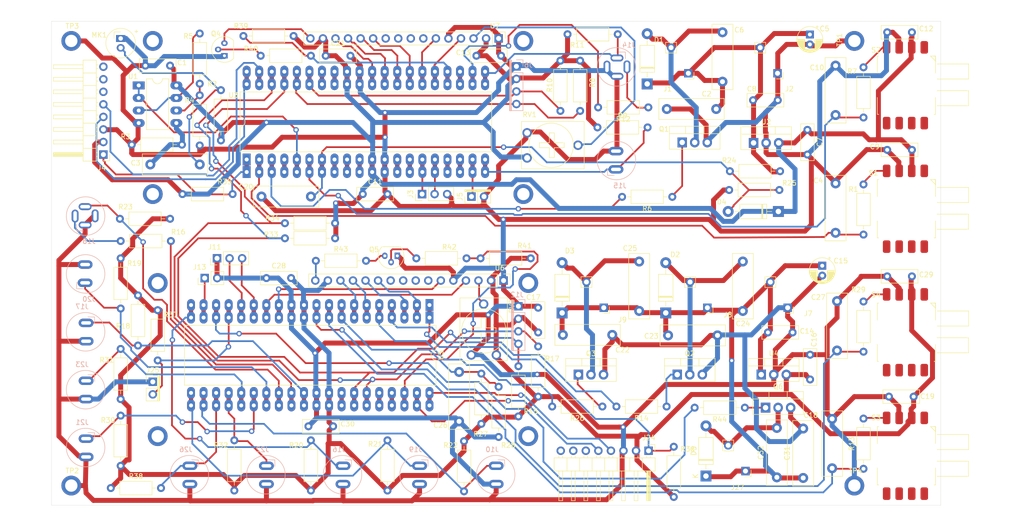
<source format=kicad_pcb>
(kicad_pcb (version 20171130) (host pcbnew "(5.1.5-0-10_14)")
  (layers (0 F.Cu signal) (31 B.Cu signal) (34 B.Paste user) (35 F.Paste user) (36 B.SilkS user) (37 F.SilkS user) (38 B.Mask user) (39 F.Mask user) (44 Edge.Cuts user))
  (net 0 "")
  (net 1 GND)
  (net 2 "Net-(C3-Pad2)")
  (net 3 "Net-(C3-Pad1)")
  (net 4 "Net-(C6-Pad2)")
  (net 5 SCL)
  (net 6 SDA)
  (net 7 "Net-(Q1-Pad1)")
  (net 8 "Net-(Q2-Pad1)")
  (net 9 "Net-(Q3-Pad1)")
  (net 10 "Net-(R1-Pad2)")
  (net 11 "Net-(R4-Pad1)")
  (net 12 "Net-(R5-Pad1)")
  (net 13 "Net-(R7-Pad2)")
  (net 14 "Net-(R13-Pad2)")
  (net 15 /Monitor/TX)
  (net 16 /Monitor/RX)
  (net 17 /Monitor/BUZZER)
  (net 18 /Monitor/ALARM_HISTORY)
  (net 19 /Monitor/ALARM_MUTE)
  (net 20 /Monitor/ALARM_LED)
  (net 21 /Monitor/PTR2)
  (net 22 /Monitor/PTR4)
  (net 23 /Monitor/SV1)
  (net 24 /Monitor/MIC)
  (net 25 "Net-(U3-Pad26)")
  (net 26 "Net-(U3-Pad25)")
  (net 27 "Net-(U3-Pad23)")
  (net 28 "Net-(U3-Pad34)")
  (net 29 "Net-(U3-Pad33)")
  (net 30 "Net-(U3-Pad13)")
  (net 31 "Net-(U3-Pad14)")
  (net 32 "Net-(U3-Pad10)")
  (net 33 "Net-(U3-Pad8)")
  (net 34 "Net-(U3-Pad9)")
  (net 35 "Net-(U3-Pad17)")
  (net 36 "Net-(U3-Pad18)")
  (net 37 "Net-(U5-Pad36)")
  (net 38 "Net-(U5-Pad33)")
  (net 39 "Net-(J13-Pad1)")
  (net 40 "Net-(R16-Pad2)")
  (net 41 +5V_M)
  (net 42 +12V_M)
  (net 43 /Monitor/MEAS_12V)
  (net 44 /Monitor/ICSPCLK_M)
  (net 45 /Monitor/ICSPDAT_M)
  (net 46 /Monitor/LCD_SCL_M)
  (net 47 /Monitor/LCD_SDA_M)
  (net 48 "Net-(U3-Pad4)")
  (net 49 "Net-(J14-Pad3)")
  (net 50 +12V_C)
  (net 51 +5V_C)
  (net 52 "Net-(C24-Pad2)")
  (net 53 "Net-(C25-Pad2)")
  (net 54 "Net-(C26-Pad1)")
  (net 55 "Net-(J10-Pad1)")
  (net 56 "Net-(J16-Pad1)")
  (net 57 "Net-(J17-Pad1)")
  (net 58 "Net-(J18-Pad3)")
  (net 59 "Net-(J18-Pad2)")
  (net 60 "Net-(J19-Pad1)")
  (net 61 "Net-(J20-Pad1)")
  (net 62 "Net-(J21-Pad1)")
  (net 63 "Net-(J22-Pad1)")
  (net 64 "Net-(J23-Pad1)")
  (net 65 /Controller/SV2)
  (net 66 /Controller/SV3)
  (net 67 "Net-(R29-Pad2)")
  (net 68 /Monitor/nMCLR_M)
  (net 69 /Controller/ICSPCLK_C)
  (net 70 /Controller/ICSPDAT_C)
  (net 71 /Controller/nMCLR_C)
  (net 72 /Controller/PR_MAIN)
  (net 73 /Controller/PR_AUX)
  (net 74 /Controller/TX_C)
  (net 75 /Controller/RX_C)
  (net 76 "Net-(J25-Pad2)")
  (net 77 "Net-(J26-Pad1)")
  (net 78 "Net-(U5-Pad37)")
  (net 79 "Net-(Q4-Pad3)")
  (net 80 "Net-(Q4-Pad2)")
  (net 81 "Net-(Q5-Pad3)")
  (net 82 "Net-(Q5-Pad2)")
  (net 83 "Net-(R39-Pad2)")
  (net 84 "Net-(R43-Pad1)")
  (net 85 "Net-(RV1-Pad2)")
  (net 86 "Net-(RV2-Pad2)")
  (net 87 "Net-(U3-Pad30)")
  (net 88 "Net-(U3-Pad29)")
  (net 89 "Net-(U3-Pad28)")
  (net 90 "Net-(U3-Pad27)")
  (net 91 /Controller/LDE)
  (net 92 /Controller/LDRS)
  (net 93 /Controller/LD4)
  (net 94 /Controller/LD5)
  (net 95 /Controller/LD6)
  (net 96 /Controller/LD7)
  (net 97 "Net-(C32-Pad2)")
  (net 98 "Net-(Q6-Pad1)")
  (net 99 /Controller/LLED)
  (net 100 /Controller/SV4)
  (module Ventilator:TO-92_Inline_Ventilator (layer F.Cu) (at 97.357854 80.369383 180)
    (fp_text reference Q5 (at 4.722 1.272) (layer F.SilkS))
    (fp_text value 2N3904)
    (pad 1 thru_hole rect (at 0 0 180) (size 1.1 1.3) (drill 0.6) (layers *.Cu *.Mask) (net 1 GND))
    (pad 3 thru_hole oval (at 2.54 0 180) (size 1.1 1.3) (drill 0.6) (layers *.Cu *.Mask) (net 81 "Net-(Q5-Pad3)"))
    (pad 2 thru_hole oval (at 1.27 -1.27 180) (size 1.1 1.3) (drill 0.6) (layers *.Cu *.Mask) (net 82 "Net-(Q5-Pad2)"))
  )
  (module Ventilator:TO-92_Inline_Ventilator (layer F.Cu) (at 62.357854 39.869383 90)
    (fp_text reference Q4 (at 4.46 -1.726) (layer F.SilkS))
    (fp_text value 2N3904)
    (pad 1 thru_hole rect (at 0 0 90) (size 1.1 1.3) (drill 0.6) (layers *.Cu *.Mask) (net 1 GND))
    (pad 3 thru_hole oval (at 2.54 0 90) (size 1.1 1.3) (drill 0.6) (layers *.Cu *.Mask) (net 79 "Net-(Q4-Pad3)"))
    (pad 2 thru_hole oval (at 1.27 -1.27 90) (size 1.1 1.3) (drill 0.6) (layers *.Cu *.Mask) (net 80 "Net-(Q4-Pad2)"))
  )
  (module Ventilator:PushButton_LED (layer B.Cu) (at 141.807854 40.319383 180)
    (fp_text reference J14 (at -2.39 2.624 180) (layer B.SilkS) (effects (justify mirror)))
    (fp_text value MUTE)
    (pad 4 thru_hole oval (at 2.025 -1.85 180) (size 1.4 2.6) (drill oval 0.7 2) (layers *.Cu *.Mask) (net 1 GND))
    (pad 3 thru_hole oval (at -2.025 -1.8 180) (size 1.4 2.6) (drill oval 0.7 2) (layers *.Cu *.Mask) (net 49 "Net-(J14-Pad3)"))
    (pad 2 thru_hole oval (at 0 -3.7 180) (size 2.6 1.4) (drill oval 2 0.7) (layers *.Cu *.Mask) (net 1 GND))
    (pad 1 thru_hole oval (at 0 0 180) (size 2.6 1.4) (drill oval 2 0.7) (layers *.Cu *.Mask) (net 19 /Monitor/ALARM_MUTE))
  )
  (module Ventilator:PushButton_LED (layer B.Cu) (at 34.157854 74.119383)
    (fp_text reference J18 (at 0.8 3.3) (layer B.SilkS) (effects (justify mirror)))
    (fp_text value BREATH)
    (pad 4 thru_hole oval (at 2.025 -1.85) (size 1.4 2.6) (drill oval 0.7 2) (layers *.Cu *.Mask) (net 1 GND))
    (pad 3 thru_hole oval (at -2.025 -1.8) (size 1.4 2.6) (drill oval 0.7 2) (layers *.Cu *.Mask) (net 58 "Net-(J18-Pad3)"))
    (pad 2 thru_hole oval (at 0 -3.7) (size 2.6 1.4) (drill oval 2 0.7) (layers *.Cu *.Mask) (net 59 "Net-(J18-Pad2)"))
    (pad 1 thru_hole oval (at 0 0) (size 2.6 1.4) (drill oval 2 0.7) (layers *.Cu *.Mask) (net 1 GND))
  )
  (module Resistor_THT:R_Axial_DIN0207_L6.3mm_D2.5mm_P10.16mm_Horizontal (layer F.Cu) (at 167.692854 111.101383 180)
    (fp_text reference R44 (at 5.08 -2.37) (layer F.SilkS))
    (fp_text value 1k)
    (pad 2 thru_hole oval (at 10.16 0 180) (size 1.6 1.6) (drill 0.8) (layers *.Cu *.Mask) (net 100 /Controller/SV4))
    (pad 1 thru_hole circle (at 0 0 180) (size 1.6 1.6) (drill 0.8) (layers *.Cu *.Mask) (net 98 "Net-(Q6-Pad1)"))
  )
  (module Package_TO_SOT_THT:TO-220-3_Vertical (layer F.Cu) (at 171.883854 111.101383)
    (fp_text reference Q6 (at 2.54 -4.27) (layer F.SilkS))
    (fp_text value "STP24NF10 ")
    (pad 3 thru_hole oval (at 5.08 0) (size 1.905 2) (drill 1.1) (layers *.Cu *.Mask) (net 1 GND))
    (pad 2 thru_hole oval (at 2.54 0) (size 1.905 2) (drill 1.1) (layers *.Cu *.Mask) (net 97 "Net-(C32-Pad2)"))
    (pad 1 thru_hole rect (at 0 0) (size 1.905 2) (drill 1.1) (layers *.Cu *.Mask) (net 98 "Net-(Q6-Pad1)"))
  )
  (module Ventilator:PinHeader_1x02_Screwless_3.5mm (layer F.Cu) (at 167.819854 123.928383 180)
    (fp_text reference J27 (at 1.6 -3.3) (layer F.SilkS))
    (fp_text value SV2)
    (pad 2 thru_hole oval (at 3.5 5.2 180) (size 1.7 1.7) (drill 1) (layers *.Cu *.Mask) (net 97 "Net-(C32-Pad2)"))
    (pad 1 thru_hole rect (at 0 0 180) (size 1.7 1.7) (drill 1) (layers *.Cu *.Mask) (net 50 +12V_C))
  )
  (module Diode_THT:D_DO-41_SOD81_P10.16mm_Horizontal (layer F.Cu) (at 159.818854 124.944383 90)
    (fp_text reference D5 (at 5.08 -2.47 90) (layer F.SilkS))
    (fp_text value 1N4007)
    (fp_text user K (at 0 -2.1 90) (layer F.SilkS))
    (pad 2 thru_hole oval (at 10.16 0 90) (size 2.2 2.2) (drill 1.1) (layers *.Cu *.Mask) (net 97 "Net-(C32-Pad2)"))
    (pad 1 thru_hole rect (at 0 0 90) (size 2.2 2.2) (drill 1.1) (layers *.Cu *.Mask) (net 50 +12V_C))
  )
  (module Capacitor_THT:C_Rect_L13.0mm_W4.0mm_P10.00mm_FKS3_FKP3_MKS4 (layer F.Cu) (at 174.169854 125.198383 90)
    (fp_text reference C32 (at 5 -3.25 90) (layer F.SilkS))
    (fp_text value 1uF)
    (pad 2 thru_hole circle (at 10 0 90) (size 2 2) (drill 1) (layers *.Cu *.Mask) (net 97 "Net-(C32-Pad2)"))
    (pad 1 thru_hole circle (at 0 0 90) (size 2 2) (drill 1) (layers *.Cu *.Mask) (net 50 +12V_C))
  )
  (module Capacitor_THT:C_Rect_L13.0mm_W4.0mm_P10.00mm_FKS3_FKP3_MKS4 (layer F.Cu) (at 179.503854 125.325383 90)
    (fp_text reference C31 (at 5 -3.25 90) (layer F.SilkS))
    (fp_text value 1uF)
    (pad 2 thru_hole circle (at 10 0 90) (size 2 2) (drill 1) (layers *.Cu *.Mask) (net 1 GND))
    (pad 1 thru_hole circle (at 0 0 90) (size 2 2) (drill 1) (layers *.Cu *.Mask) (net 50 +12V_C))
  )
  (module Ventilator:PH_2_pol (layer F.Cu) (at 47.857854 105.869383)
    (fp_text reference J25 (at 0 -2.33) (layer F.SilkS))
    (fp_text value POWEROFF)
    (pad 2 thru_hole oval (at 0 2.54) (size 1.7 1.7) (drill 1) (layers *.Cu *.Mask) (net 76 "Net-(J25-Pad2)"))
    (pad 1 thru_hole rect (at 0 0) (size 1.7 1.7) (drill 1) (layers *.Cu *.Mask) (net 1 GND))
  )
  (module Ventilator:PH_2_pol (layer F.Cu) (at 112.357854 68.369383 90)
    (fp_text reference J5 (at 0 -2.33 90) (layer F.SilkS))
    (fp_text value BUZZER)
    (pad 2 thru_hole oval (at 0 2.54 90) (size 1.7 1.7) (drill 1) (layers *.Cu *.Mask) (net 1 GND))
    (pad 1 thru_hole rect (at 0 0 90) (size 1.7 1.7) (drill 1) (layers *.Cu *.Mask) (net 17 /Monitor/BUZZER))
  )
  (module Ventilator:MIC (layer F.Cu) (at 41.357854 36.369383)
    (fp_text reference MK1 (at -4.348 -0.706) (layer F.SilkS))
    (fp_text value Microphone)
    (pad 2 thru_hole oval (at 0 1.9) (size 1.6 1.5) (drill 0.9) (layers *.Cu *.Mask) (net 3 "Net-(C3-Pad1)"))
    (pad 1 thru_hole rect (at 0 0) (size 1.9 1.4) (drill 0.9) (layers *.Cu *.Mask) (net 1 GND))
  )
  (module Ventilator:LCD_2x16 (layer F.Cu) (at 117.857854 36.369383)
    (fp_text reference U7 (at -0.762 -2.54) (layer F.SilkS))
    (fp_text value LCD)
    (pad C thru_hole circle (at -70 0.5) (size 4 4) (drill 2.5) (layers *.Cu *.Mask))
    (pad D thru_hole circle (at -70 31.5) (size 4 4) (drill 2.5) (layers *.Cu *.Mask))
    (pad B thru_hole circle (at 5 31.5) (size 4 4) (drill 2.5) (layers *.Cu *.Mask))
    (pad A thru_hole circle (at 5 0.5) (size 4 4) (drill 2.5) (layers *.Cu *.Mask))
    (pad 16 thru_hole oval (at -38.1 0 270) (size 1.7 1.7) (drill 1) (layers *.Cu *.Mask) (net 79 "Net-(Q4-Pad3)"))
    (pad 15 thru_hole oval (at -35.56 0 270) (size 1.7 1.7) (drill 1) (layers *.Cu *.Mask) (net 41 +5V_M))
    (pad 14 thru_hole oval (at -33.02 0 270) (size 1.7 1.7) (drill 1) (layers *.Cu *.Mask) (net 87 "Net-(U3-Pad30)"))
    (pad 13 thru_hole oval (at -30.48 0 270) (size 1.7 1.7) (drill 1) (layers *.Cu *.Mask) (net 88 "Net-(U3-Pad29)"))
    (pad 12 thru_hole oval (at -27.94 0 270) (size 1.7 1.7) (drill 1) (layers *.Cu *.Mask) (net 89 "Net-(U3-Pad28)"))
    (pad 11 thru_hole oval (at -25.4 0 270) (size 1.7 1.7) (drill 1) (layers *.Cu *.Mask) (net 90 "Net-(U3-Pad27)"))
    (pad 10 thru_hole oval (at -22.86 0 270) (size 1.7 1.7) (drill 1) (layers *.Cu *.Mask))
    (pad 9 thru_hole oval (at -20.32 0 270) (size 1.7 1.7) (drill 1) (layers *.Cu *.Mask))
    (pad 8 thru_hole oval (at -17.78 0 270) (size 1.7 1.7) (drill 1) (layers *.Cu *.Mask))
    (pad 7 thru_hole oval (at -15.24 0 270) (size 1.7 1.7) (drill 1) (layers *.Cu *.Mask))
    (pad 6 thru_hole oval (at -12.7 0 270) (size 1.7 1.7) (drill 1) (layers *.Cu *.Mask) (net 25 "Net-(U3-Pad26)"))
    (pad 5 thru_hole oval (at -10.16 0 270) (size 1.7 1.7) (drill 1) (layers *.Cu *.Mask) (net 1 GND))
    (pad 4 thru_hole oval (at -7.62 0 270) (size 1.7 1.7) (drill 1) (layers *.Cu *.Mask) (net 26 "Net-(U3-Pad25)"))
    (pad 3 thru_hole oval (at -5.08 0 270) (size 1.7 1.7) (drill 1) (layers *.Cu *.Mask) (net 85 "Net-(RV1-Pad2)"))
    (pad 2 thru_hole oval (at -2.54 0 270) (size 1.7 1.7) (drill 1) (layers *.Cu *.Mask) (net 41 +5V_M))
    (pad 1 thru_hole rect (at 0 0 270) (size 1.7 1.7) (drill 1) (layers *.Cu *.Mask) (net 1 GND))
  )
  (module Ventilator:LCD_2x16 (layer F.Cu) (at 118.857854 85.369383)
    (fp_text reference U6 (at -0.762 -2.54) (layer F.SilkS))
    (fp_text value LCD)
    (pad C thru_hole circle (at -70 0.5) (size 4 4) (drill 2.5) (layers *.Cu *.Mask))
    (pad D thru_hole circle (at -70 31.5) (size 4 4) (drill 2.5) (layers *.Cu *.Mask))
    (pad B thru_hole circle (at 5 31.5) (size 4 4) (drill 2.5) (layers *.Cu *.Mask))
    (pad A thru_hole circle (at 5 0.5) (size 4 4) (drill 2.5) (layers *.Cu *.Mask))
    (pad 16 thru_hole oval (at -38.1 0 270) (size 1.7 1.7) (drill 1) (layers *.Cu *.Mask) (net 84 "Net-(R43-Pad1)"))
    (pad 15 thru_hole oval (at -35.56 0 270) (size 1.7 1.7) (drill 1) (layers *.Cu *.Mask) (net 51 +5V_C))
    (pad 14 thru_hole oval (at -33.02 0 270) (size 1.7 1.7) (drill 1) (layers *.Cu *.Mask) (net 96 /Controller/LD7))
    (pad 13 thru_hole oval (at -30.48 0 270) (size 1.7 1.7) (drill 1) (layers *.Cu *.Mask) (net 95 /Controller/LD6))
    (pad 12 thru_hole oval (at -27.94 0 270) (size 1.7 1.7) (drill 1) (layers *.Cu *.Mask) (net 94 /Controller/LD5))
    (pad 11 thru_hole oval (at -25.4 0 270) (size 1.7 1.7) (drill 1) (layers *.Cu *.Mask) (net 93 /Controller/LD4))
    (pad 10 thru_hole oval (at -22.86 0 270) (size 1.7 1.7) (drill 1) (layers *.Cu *.Mask))
    (pad 9 thru_hole oval (at -20.32 0 270) (size 1.7 1.7) (drill 1) (layers *.Cu *.Mask))
    (pad 8 thru_hole oval (at -17.78 0 270) (size 1.7 1.7) (drill 1) (layers *.Cu *.Mask))
    (pad 7 thru_hole oval (at -15.24 0 270) (size 1.7 1.7) (drill 1) (layers *.Cu *.Mask))
    (pad 6 thru_hole oval (at -12.7 0 270) (size 1.7 1.7) (drill 1) (layers *.Cu *.Mask) (net 91 /Controller/LDE))
    (pad 5 thru_hole oval (at -10.16 0 270) (size 1.7 1.7) (drill 1) (layers *.Cu *.Mask) (net 1 GND))
    (pad 4 thru_hole oval (at -7.62 0 270) (size 1.7 1.7) (drill 1) (layers *.Cu *.Mask) (net 92 /Controller/LDRS))
    (pad 3 thru_hole oval (at -5.08 0 270) (size 1.7 1.7) (drill 1) (layers *.Cu *.Mask) (net 86 "Net-(RV2-Pad2)"))
    (pad 2 thru_hole oval (at -2.54 0 270) (size 1.7 1.7) (drill 1) (layers *.Cu *.Mask) (net 51 +5V_C))
    (pad 1 thru_hole rect (at 0 0 270) (size 1.7 1.7) (drill 1) (layers *.Cu *.Mask) (net 1 GND))
  )
  (module Ventilator:Potentiometer_409HA (layer F.Cu) (at 112.320854 100.433383 90)
    (fp_text reference RV2 (at 9.842 8.212 270) (layer F.SilkS))
    (fp_text value 1K)
    (pad 1 thru_hole circle (at 0 0 90) (size 1.9 1.9) (drill 1.2) (layers *.Cu *.Mask) (net 1 GND))
    (pad 2 thru_hole circle (at 10.3 2.5 90) (size 1.9 1.9) (drill 1.2) (layers *.Cu *.Mask) (net 86 "Net-(RV2-Pad2)"))
    (pad 3 thru_hole circle (at 0 5.08 90) (size 1.9 1.9) (drill 1.2) (layers *.Cu *.Mask) (net 51 +5V_C))
  )
  (module Ventilator:Potentiometer_409HA (layer F.Cu) (at 123.623854 55.475383)
    (fp_text reference RV1 (at 0.5 -3.7) (layer F.SilkS))
    (fp_text value 1K)
    (pad 1 thru_hole circle (at 0 0) (size 1.9 1.9) (drill 1.2) (layers *.Cu *.Mask) (net 1 GND))
    (pad 2 thru_hole circle (at 10.3 2.5) (size 1.9 1.9) (drill 1.2) (layers *.Cu *.Mask) (net 85 "Net-(RV1-Pad2)"))
    (pad 3 thru_hole circle (at 0 5.08) (size 1.9 1.9) (drill 1.2) (layers *.Cu *.Mask) (net 41 +5V_M))
  )
  (module Resistor_THT:R_Axial_DIN0207_L6.3mm_D2.5mm_P10.16mm_Horizontal (layer F.Cu) (at 80.857854 81.369383)
    (fp_text reference R43 (at 5.08 -2.37) (layer F.SilkS))
    (fp_text value 4.7)
    (pad 2 thru_hole oval (at 10.16 0) (size 1.6 1.6) (drill 0.8) (layers *.Cu *.Mask) (net 81 "Net-(Q5-Pad3)"))
    (pad 1 thru_hole circle (at 0 0) (size 1.6 1.6) (drill 0.8) (layers *.Cu *.Mask) (net 84 "Net-(R43-Pad1)"))
  )
  (module Resistor_THT:R_Axial_DIN0207_L6.3mm_D2.5mm_P10.16mm_Horizontal (layer F.Cu) (at 111.357854 80.869383 180)
    (fp_text reference R42 (at 3.482 2.28) (layer F.SilkS))
    (fp_text value 470)
    (pad 2 thru_hole oval (at 10.16 0 180) (size 1.6 1.6) (drill 0.8) (layers *.Cu *.Mask) (net 82 "Net-(Q5-Pad2)"))
    (pad 1 thru_hole circle (at 0 0 180) (size 1.6 1.6) (drill 0.8) (layers *.Cu *.Mask) (net 99 /Controller/LLED))
  )
  (module Resistor_THT:R_Axial_DIN0207_L6.3mm_D2.5mm_P10.16mm_Horizontal (layer F.Cu) (at 124.357854 80.869383 180)
    (fp_text reference R41 (at 1.242 2.534) (layer F.SilkS))
    (fp_text value 470)
    (pad 2 thru_hole oval (at 10.16 0 180) (size 1.6 1.6) (drill 0.8) (layers *.Cu *.Mask) (net 99 /Controller/LLED))
    (pad 1 thru_hole circle (at 0 0 180) (size 1.6 1.6) (drill 0.8) (layers *.Cu *.Mask) (net 51 +5V_C))
  )
  (module Resistor_THT:R_Axial_DIN0207_L6.3mm_D2.5mm_P10.16mm_Horizontal (layer F.Cu) (at 79.857854 39.869383 180)
    (fp_text reference R40 (at 12.114 1.412) (layer F.SilkS))
    (fp_text value 470)
    (pad 2 thru_hole oval (at 10.16 0 180) (size 1.6 1.6) (drill 0.8) (layers *.Cu *.Mask) (net 80 "Net-(Q4-Pad2)"))
    (pad 1 thru_hole circle (at 0 0 180) (size 1.6 1.6) (drill 0.8) (layers *.Cu *.Mask) (net 83 "Net-(R39-Pad2)"))
  )
  (module Resistor_THT:R_Axial_DIN0207_L6.3mm_D2.5mm_P10.16mm_Horizontal (layer F.Cu) (at 76.357854 35.869383 180)
    (fp_text reference R39 (at 10.646 1.984) (layer F.SilkS))
    (fp_text value 470)
    (pad 2 thru_hole oval (at 10.16 0 180) (size 1.6 1.6) (drill 0.8) (layers *.Cu *.Mask) (net 83 "Net-(R39-Pad2)"))
    (pad 1 thru_hole circle (at 0 0 180) (size 1.6 1.6) (drill 0.8) (layers *.Cu *.Mask) (net 41 +5V_M))
  )
  (module Ventilator:1351-01 (layer F.Cu) (at 194.357854 51.869383 90)
    (fp_text reference S2 (at 13.158 -0.122 180) (layer F.SilkS))
    (fp_text value MPXV5010DP)
    (pad 4 smd roundrect (at 13.6995 2.032 90) (size 2.54 1.524) (layers F.Cu F.Paste F.Mask) (net 13 "Net-(R7-Pad2)"))
    (pad 3 smd roundrect (at 13.6995 4.572 90) (size 2.54 1.524) (layers F.Cu F.Paste F.Mask) (net 1 GND))
    (pad 2 smd roundrect (at 13.6995 7.112 90) (size 2.54 1.524) (layers F.Cu F.Paste F.Mask) (net 41 +5V_M))
    (pad 1 smd roundrect (at 13.6995 9.652 90) (size 2.54 1.524) (layers F.Cu F.Paste F.Mask))
    (pad 8 smd roundrect (at -1.6345 9.652 90) (size 2.54 1.524) (layers F.Cu F.Paste F.Mask))
    (pad 7 smd roundrect (at -1.6345 7.112 90) (size 2.54 1.524) (layers F.Cu F.Paste F.Mask))
    (pad 6 smd roundrect (at -1.6345 4.572 90) (size 2.54 1.524) (layers F.Cu F.Paste F.Mask))
    (pad 5 smd roundrect (at -1.6345 2.032 90) (size 2.54 1.524) (layers F.Cu F.Paste F.Mask))
  )
  (module Ventilator:1351-01 (layer F.Cu) (at 194.357854 126.869383 90)
    (fp_text reference S3 (at 13.736 -0.122 180) (layer F.SilkS))
    (fp_text value MPXV5010DP)
    (pad 4 smd roundrect (at 13.6995 2.032 90) (size 2.54 1.524) (layers F.Cu F.Paste F.Mask) (net 14 "Net-(R13-Pad2)"))
    (pad 3 smd roundrect (at 13.6995 4.572 90) (size 2.54 1.524) (layers F.Cu F.Paste F.Mask) (net 1 GND))
    (pad 2 smd roundrect (at 13.6995 7.112 90) (size 2.54 1.524) (layers F.Cu F.Paste F.Mask) (net 51 +5V_C))
    (pad 1 smd roundrect (at 13.6995 9.652 90) (size 2.54 1.524) (layers F.Cu F.Paste F.Mask))
    (pad 8 smd roundrect (at -1.6345 9.652 90) (size 2.54 1.524) (layers F.Cu F.Paste F.Mask))
    (pad 7 smd roundrect (at -1.6345 7.112 90) (size 2.54 1.524) (layers F.Cu F.Paste F.Mask))
    (pad 6 smd roundrect (at -1.6345 4.572 90) (size 2.54 1.524) (layers F.Cu F.Paste F.Mask))
    (pad 5 smd roundrect (at -1.6345 2.032 90) (size 2.54 1.524) (layers F.Cu F.Paste F.Mask))
  )
  (module Resistor_THT:R_Axial_DIN0207_L6.3mm_D2.5mm_P10.16mm_Horizontal (layer F.Cu) (at 39.357854 127.369383)
    (fp_text reference R38 (at 5.08 -2.37) (layer F.SilkS))
    (fp_text value 10k)
    (pad 2 thru_hole oval (at 10.16 0) (size 1.6 1.6) (drill 0.8) (layers *.Cu *.Mask) (net 77 "Net-(J26-Pad1)"))
    (pad 1 thru_hole circle (at 0 0) (size 1.6 1.6) (drill 0.8) (layers *.Cu *.Mask) (net 51 +5V_C))
  )
  (module Resistor_THT:R_Axial_DIN0207_L6.3mm_D2.5mm_P10.16mm_Horizontal (layer F.Cu) (at 48.857854 91.369383 270)
    (fp_text reference R37 (at 0.936 -2.63 180) (layer F.SilkS))
    (fp_text value 10k)
    (pad 2 thru_hole oval (at 10.16 0 270) (size 1.6 1.6) (drill 0.8) (layers *.Cu *.Mask) (net 76 "Net-(J25-Pad2)"))
    (pad 1 thru_hole circle (at 0 0 270) (size 1.6 1.6) (drill 0.8) (layers *.Cu *.Mask) (net 51 +5V_C))
  )
  (module Ventilator:PushButton (layer B.Cu) (at 55.357854 122.869383 180)
    (fp_text reference J26 (at 0.8 3.3) (layer B.SilkS) (effects (justify mirror)))
    (fp_text value PMAX)
    (pad 2 thru_hole oval (at 0 -3.7 180) (size 3 1.7) (drill oval 2 0.7) (layers *.Cu *.Mask) (net 1 GND))
    (pad 1 thru_hole oval (at 0 0 180) (size 3 1.7) (drill oval 2 0.7) (layers *.Cu *.Mask) (net 77 "Net-(J26-Pad1)"))
  )
  (module Resistor_THT:R_Axial_DIN0207_L6.3mm_D2.5mm_P10.16mm_Horizontal (layer F.Cu) (at 153.307854 129.169383 90)
    (fp_text reference R36 (at 9.686 2.828 180) (layer F.SilkS))
    (fp_text value 10k)
    (pad 2 thru_hole oval (at 10.16 0 90) (size 1.6 1.6) (drill 0.8) (layers *.Cu *.Mask) (net 71 /Controller/nMCLR_C))
    (pad 1 thru_hole circle (at 0 0 90) (size 1.6 1.6) (drill 0.8) (layers *.Cu *.Mask) (net 51 +5V_C))
  )
  (module Resistor_THT:R_Axial_DIN0207_L6.3mm_D2.5mm_P10.16mm_Horizontal (layer F.Cu) (at 53.857854 67.869383)
    (fp_text reference R35 (at 8.552 -2.488) (layer F.SilkS))
    (fp_text value 10k)
    (pad 2 thru_hole oval (at 10.16 0) (size 1.6 1.6) (drill 0.8) (layers *.Cu *.Mask) (net 68 /Monitor/nMCLR_M))
    (pad 1 thru_hole circle (at 0 0) (size 1.6 1.6) (drill 0.8) (layers *.Cu *.Mask) (net 41 +5V_M))
  )
  (module Capacitor_THT:C_Rect_L7.2mm_W2.5mm_P5.00mm_FKS2_FKP2_MKS2_MKP2 (layer F.Cu) (at 84.357854 114.869383 180)
    (fp_text reference C30 (at -2.944 0.466) (layer F.SilkS))
    (fp_text value "100nF - 100V")
    (pad 2 thru_hole circle (at 5 0 180) (size 1.6 1.6) (drill 0.8) (layers *.Cu *.Mask) (net 1 GND))
    (pad 1 thru_hole circle (at 0 0 180) (size 1.6 1.6) (drill 0.8) (layers *.Cu *.Mask) (net 51 +5V_C))
  )
  (module Capacitor_THT:C_Rect_L7.2mm_W2.5mm_P5.00mm_FKS2_FKP2_MKS2_MKP2 (layer F.Cu) (at 201.507854 84.519383 180)
    (fp_text reference C29 (at -2.888 0.342) (layer F.SilkS))
    (fp_text value "100nF - 100V")
    (pad 2 thru_hole circle (at 5 0 180) (size 1.6 1.6) (drill 0.8) (layers *.Cu *.Mask) (net 1 GND))
    (pad 1 thru_hole circle (at 0 0 180) (size 1.6 1.6) (drill 0.8) (layers *.Cu *.Mask) (net 51 +5V_C))
  )
  (module Capacitor_THT:C_Rect_L7.2mm_W2.5mm_P5.00mm_FKS2_FKP2_MKS2_MKP2 (layer F.Cu) (at 75.857854 84.869383 180)
    (fp_text reference C28 (at 2.5 2.47) (layer F.SilkS))
    (fp_text value "100nF - 100V")
    (pad 2 thru_hole circle (at 5 0 180) (size 1.6 1.6) (drill 0.8) (layers *.Cu *.Mask) (net 1 GND))
    (pad 1 thru_hole circle (at 0 0 180) (size 1.6 1.6) (drill 0.8) (layers *.Cu *.Mask) (net 51 +5V_C))
  )
  (module Capacitor_THT:C_Rect_L13.0mm_W4.0mm_P10.00mm_FKS3_FKP3_MKS4 (layer F.Cu) (at 186.357854 99.536049 90)
    (fp_text reference C27 (at 10.786666 -3.806 180) (layer F.SilkS))
    (fp_text value 1uF)
    (pad 2 thru_hole circle (at 10 0 90) (size 2 2) (drill 1) (layers *.Cu *.Mask) (net 1 GND))
    (pad 1 thru_hole circle (at 0 0 90) (size 2 2) (drill 1) (layers *.Cu *.Mask) (net 73 /Controller/PR_AUX))
  )
  (module Capacitor_THT:C_Rect_L13.0mm_W4.0mm_P10.00mm_FKS3_FKP3_MKS4 (layer F.Cu) (at 109.857854 103.869383 270)
    (fp_text reference C26 (at 10.788 3.76 180) (layer F.SilkS))
    (fp_text value 1uF)
    (pad 2 thru_hole circle (at 10 0 270) (size 2 2) (drill 1) (layers *.Cu *.Mask) (net 1 GND))
    (pad 1 thru_hole circle (at 0 0 270) (size 2 2) (drill 1) (layers *.Cu *.Mask) (net 54 "Net-(C26-Pad1)"))
  )
  (module Capacitor_THT:C_Rect_L13.0mm_W4.0mm_P10.00mm_FKS3_FKP3_MKS4 (layer F.Cu) (at 146.307854 91.519383 90)
    (fp_text reference C25 (at 12.676 -1.856 180) (layer F.SilkS))
    (fp_text value 1uF)
    (pad 2 thru_hole circle (at 10 0 90) (size 2 2) (drill 1) (layers *.Cu *.Mask) (net 53 "Net-(C25-Pad2)"))
    (pad 1 thru_hole circle (at 0 0 90) (size 2 2) (drill 1) (layers *.Cu *.Mask) (net 50 +12V_C))
  )
  (module Capacitor_THT:C_Rect_L13.0mm_W4.0mm_P10.00mm_FKS3_FKP3_MKS4 (layer F.Cu) (at 167.282854 91.519383 90)
    (fp_text reference C24 (at -2.564 0.029 180) (layer F.SilkS))
    (fp_text value 1uF)
    (pad 2 thru_hole circle (at 10 0 90) (size 2 2) (drill 1) (layers *.Cu *.Mask) (net 52 "Net-(C24-Pad2)"))
    (pad 1 thru_hole circle (at 0 0 90) (size 2 2) (drill 1) (layers *.Cu *.Mask) (net 50 +12V_C))
  )
  (module Capacitor_THT:C_Rect_L13.0mm_W4.0mm_P10.00mm_FKS3_FKP3_MKS4 (layer F.Cu) (at 152.157854 96.469383)
    (fp_text reference C23 (at -3.388 0.154) (layer F.SilkS))
    (fp_text value 1uF)
    (pad 2 thru_hole circle (at 10 0) (size 2 2) (drill 1) (layers *.Cu *.Mask) (net 1 GND))
    (pad 1 thru_hole circle (at 0 0) (size 2 2) (drill 1) (layers *.Cu *.Mask) (net 50 +12V_C))
  )
  (module Capacitor_THT:C_Rect_L13.0mm_W4.0mm_P10.00mm_FKS3_FKP3_MKS4 (layer F.Cu) (at 130.857854 96.369383)
    (fp_text reference C22 (at 12.07 3.048) (layer F.SilkS))
    (fp_text value 1uF)
    (pad 2 thru_hole circle (at 10 0) (size 2 2) (drill 1) (layers *.Cu *.Mask) (net 1 GND))
    (pad 1 thru_hole circle (at 0 0) (size 2 2) (drill 1) (layers *.Cu *.Mask) (net 50 +12V_C))
  )
  (module Capacitor_THT:C_Rect_L7.2mm_W2.5mm_P5.00mm_FKS2_FKP2_MKS2_MKP2 (layer F.Cu) (at 82.857854 39.869383)
    (fp_text reference C21 (at 2.5 -2.5) (layer F.SilkS))
    (fp_text value "100nF - 100V")
    (pad 2 thru_hole circle (at 5 0) (size 1.6 1.6) (drill 0.8) (layers *.Cu *.Mask) (net 1 GND))
    (pad 1 thru_hole circle (at 0 0) (size 1.6 1.6) (drill 0.8) (layers *.Cu *.Mask) (net 41 +5V_M))
  )
  (module Capacitor_THT:C_Rect_L13.0mm_W4.0mm_P10.00mm_FKS3_FKP3_MKS4 (layer F.Cu) (at 79.857854 68.369383 180)
    (fp_text reference C20 (at 13.13 1.972) (layer F.SilkS))
    (fp_text value 1uF)
    (pad 2 thru_hole circle (at 10 0 180) (size 2 2) (drill 1) (layers *.Cu *.Mask) (net 1 GND))
    (pad 1 thru_hole circle (at 0 0 180) (size 2 2) (drill 1) (layers *.Cu *.Mask) (net 43 /Monitor/MEAS_12V))
  )
  (module Capacitor_THT:C_Rect_L7.2mm_W2.5mm_P5.00mm_FKS2_FKP2_MKS2_MKP2 (layer F.Cu) (at 201.857854 108.869383 180)
    (fp_text reference C19 (at -2.792 0.054) (layer F.SilkS))
    (fp_text value "100nF - 100V")
    (pad 2 thru_hole circle (at 5 0 180) (size 1.6 1.6) (drill 0.8) (layers *.Cu *.Mask) (net 1 GND))
    (pad 1 thru_hole circle (at 0 0 180) (size 1.6 1.6) (drill 0.8) (layers *.Cu *.Mask) (net 51 +5V_C))
  )
  (module Capacitor_THT:C_Rect_L13.0mm_W4.0mm_P10.00mm_FKS3_FKP3_MKS4 (layer F.Cu) (at 185.357854 123.369383 90)
    (fp_text reference C18 (at 10.744 -4.33 180) (layer F.SilkS))
    (fp_text value 1uF)
    (pad 2 thru_hole circle (at 10 0 90) (size 2 2) (drill 1) (layers *.Cu *.Mask) (net 1 GND))
    (pad 1 thru_hole circle (at 0 0 90) (size 2 2) (drill 1) (layers *.Cu *.Mask) (net 72 /Controller/PR_MAIN))
  )
  (module Capacitor_THT:C_Rect_L7.2mm_W2.5mm_P5.00mm_FKS2_FKP2_MKS2_MKP2 (layer F.Cu) (at 125.857854 95.869383 90)
    (fp_text reference C17 (at 7.12 -0.964 180) (layer F.SilkS))
    (fp_text value "100nF - 100V")
    (pad 2 thru_hole circle (at 5 0 90) (size 1.6 1.6) (drill 0.8) (layers *.Cu *.Mask) (net 1 GND))
    (pad 1 thru_hole circle (at 0 0 90) (size 1.6 1.6) (drill 0.8) (layers *.Cu *.Mask) (net 51 +5V_C))
  )
  (module Capacitor_THT:C_Rect_L7.2mm_W2.5mm_P5.00mm_FKS2_FKP2_MKS2_MKP2 (layer F.Cu) (at 180.900854 105.386383 90)
    (fp_text reference C16 (at 8.03 0.792 90) (layer F.SilkS))
    (fp_text value "100nF - 100V")
    (pad 2 thru_hole circle (at 5 0 90) (size 1.6 1.6) (drill 0.8) (layers *.Cu *.Mask) (net 1 GND))
    (pad 1 thru_hole circle (at 0 0 90) (size 1.6 1.6) (drill 0.8) (layers *.Cu *.Mask) (net 51 +5V_C))
  )
  (module Capacitor_THT:CP_Radial_D5.0mm_P2.00mm (layer F.Cu) (at 183.357854 82.369383 270)
    (fp_text reference C15 (at -0.986 -3.75 180) (layer F.SilkS))
    (fp_text value "4.7uF 50V")
    (pad 2 thru_hole circle (at 2 0 270) (size 1.6 1.6) (drill 0.8) (layers *.Cu *.Mask) (net 1 GND))
    (pad 1 thru_hole rect (at 0 0 270) (size 1.6 1.6) (drill 0.8) (layers *.Cu *.Mask) (net 50 +12V_C))
  )
  (module Capacitor_THT:C_Rect_L7.2mm_W2.5mm_P5.00mm_FKS2_FKP2_MKS2_MKP2 (layer F.Cu) (at 172.357854 95.869383)
    (fp_text reference C14 (at 7.908 -0.262) (layer F.SilkS))
    (fp_text value "100nF - 100V")
    (pad 2 thru_hole circle (at 5 0) (size 1.6 1.6) (drill 0.8) (layers *.Cu *.Mask) (net 1 GND))
    (pad 1 thru_hole circle (at 0 0) (size 1.6 1.6) (drill 0.8) (layers *.Cu *.Mask) (net 50 +12V_C))
  )
  (module Capacitor_THT:C_Rect_L7.2mm_W2.5mm_P5.00mm_FKS2_FKP2_MKS2_MKP2 (layer F.Cu) (at 113.357854 39.869383)
    (fp_text reference C13 (at -2.688 -0.65) (layer F.SilkS))
    (fp_text value "100nF - 100V")
    (pad 2 thru_hole circle (at 5 0) (size 1.6 1.6) (drill 0.8) (layers *.Cu *.Mask) (net 1 GND))
    (pad 1 thru_hole circle (at 0 0) (size 1.6 1.6) (drill 0.8) (layers *.Cu *.Mask) (net 41 +5V_M))
  )
  (module Capacitor_THT:C_Rect_L7.2mm_W2.5mm_P5.00mm_FKS2_FKP2_MKS2_MKP2 (layer F.Cu) (at 201.507854 35.119383 180)
    (fp_text reference C12 (at -2.888 0.726) (layer F.SilkS))
    (fp_text value "100nF - 100V")
    (pad 2 thru_hole circle (at 5 0 180) (size 1.6 1.6) (drill 0.8) (layers *.Cu *.Mask) (net 1 GND))
    (pad 1 thru_hole circle (at 0 0 180) (size 1.6 1.6) (drill 0.8) (layers *.Cu *.Mask) (net 41 +5V_M))
  )
  (module Capacitor_THT:C_Rect_L7.2mm_W2.5mm_P5.00mm_FKS2_FKP2_MKS2_MKP2 (layer F.Cu) (at 90.357854 67.869383)
    (fp_text reference C11 (at 2.5 -2.5) (layer F.SilkS))
    (fp_text value "100nF - 100V")
    (pad 2 thru_hole circle (at 5 0) (size 1.6 1.6) (drill 0.8) (layers *.Cu *.Mask) (net 1 GND))
    (pad 1 thru_hole circle (at 0 0) (size 1.6 1.6) (drill 0.8) (layers *.Cu *.Mask) (net 41 +5V_M))
  )
  (module Capacitor_THT:C_Rect_L13.0mm_W4.0mm_P10.00mm_FKS3_FKP3_MKS4 (layer F.Cu) (at 186.057854 51.869383 90)
    (fp_text reference C10 (at 9.602 -3.76 180) (layer F.SilkS))
    (fp_text value 1uF)
    (pad 2 thru_hole circle (at 10 0 90) (size 2 2) (drill 1) (layers *.Cu *.Mask) (net 1 GND))
    (pad 1 thru_hole circle (at 0 0 90) (size 2 2) (drill 1) (layers *.Cu *.Mask) (net 22 /Monitor/PTR4))
  )
  (module Capacitor_THT:C_Rect_L7.2mm_W2.5mm_P5.00mm_FKS2_FKP2_MKS2_MKP2 (layer F.Cu) (at 201.507854 58.919383 180)
    (fp_text reference C9 (at 7.526 0.65) (layer F.SilkS))
    (fp_text value "100nF - 100V")
    (pad 2 thru_hole circle (at 5 0 180) (size 1.6 1.6) (drill 0.8) (layers *.Cu *.Mask) (net 1 GND))
    (pad 1 thru_hole circle (at 0 0 180) (size 1.6 1.6) (drill 0.8) (layers *.Cu *.Mask) (net 41 +5V_M))
  )
  (module Capacitor_THT:C_Rect_L7.2mm_W2.5mm_P5.00mm_FKS2_FKP2_MKS2_MKP2 (layer F.Cu) (at 169.357854 48.869383)
    (fp_text reference C8 (at -0.268 -2.284) (layer F.SilkS))
    (fp_text value "100nF - 100V")
    (pad 2 thru_hole circle (at 5 0) (size 1.6 1.6) (drill 0.8) (layers *.Cu *.Mask) (net 1 GND))
    (pad 1 thru_hole circle (at 0 0) (size 1.6 1.6) (drill 0.8) (layers *.Cu *.Mask) (net 42 +12V_M))
  )
  (module Capacitor_THT:C_Rect_L7.2mm_W2.5mm_P5.00mm_FKS2_FKP2_MKS2_MKP2 (layer F.Cu) (at 180.357854 54.869383 270)
    (fp_text reference C7 (at 2.5 -2.5 90) (layer F.SilkS))
    (fp_text value "100nF - 100V")
    (pad 2 thru_hole circle (at 5 0 270) (size 1.6 1.6) (drill 0.8) (layers *.Cu *.Mask) (net 1 GND))
    (pad 1 thru_hole circle (at 0 0 270) (size 1.6 1.6) (drill 0.8) (layers *.Cu *.Mask) (net 41 +5V_M))
  )
  (module Capacitor_THT:C_Rect_L13.0mm_W4.0mm_P10.00mm_FKS3_FKP3_MKS4 (layer F.Cu) (at 163.167854 45.119383 90)
    (fp_text reference C6 (at 10.472 3.382 180) (layer F.SilkS))
    (fp_text value 1uF)
    (pad 2 thru_hole circle (at 10 0 90) (size 2 2) (drill 1) (layers *.Cu *.Mask) (net 4 "Net-(C6-Pad2)"))
    (pad 1 thru_hole circle (at 0 0 90) (size 2 2) (drill 1) (layers *.Cu *.Mask) (net 42 +12V_M))
  )
  (module Capacitor_THT:CP_Radial_D5.0mm_P2.00mm (layer F.Cu) (at 180.857854 35.569383 270)
    (fp_text reference C5 (at -1.176 -2.964 180) (layer F.SilkS))
    (fp_text value "4.7uF 50V")
    (pad 2 thru_hole circle (at 2 0 270) (size 1.6 1.6) (drill 0.8) (layers *.Cu *.Mask) (net 1 GND))
    (pad 1 thru_hole rect (at 0 0 270) (size 1.6 1.6) (drill 0.8) (layers *.Cu *.Mask) (net 42 +12V_M))
  )
  (module Capacitor_THT:C_Rect_L13.0mm_W4.0mm_P10.00mm_FKS3_FKP3_MKS4 (layer F.Cu) (at 186.057854 75.702716 90)
    (fp_text reference C4 (at 10.575333 -3.506 180) (layer F.SilkS))
    (fp_text value 1uF)
    (pad 2 thru_hole circle (at 10 0 90) (size 2 2) (drill 1) (layers *.Cu *.Mask) (net 1 GND))
    (pad 1 thru_hole circle (at 0 0 90) (size 2 2) (drill 1) (layers *.Cu *.Mask) (net 21 /Monitor/PTR2))
  )
  (module Capacitor_THT:C_Rect_L13.0mm_W4.0mm_P10.00mm_FKS3_FKP3_MKS4 (layer F.Cu) (at 57.357854 61.869383 180)
    (fp_text reference C3 (at 12.982 0.298) (layer F.SilkS))
    (fp_text value 1uF)
    (pad 2 thru_hole circle (at 10 0 180) (size 2 2) (drill 1) (layers *.Cu *.Mask) (net 2 "Net-(C3-Pad2)"))
    (pad 1 thru_hole circle (at 0 0 180) (size 2 2) (drill 1) (layers *.Cu *.Mask) (net 3 "Net-(C3-Pad1)"))
  )
  (module Capacitor_THT:C_Rect_L13.0mm_W4.0mm_P10.00mm_FKS3_FKP3_MKS4 (layer F.Cu) (at 161.897854 50.649383 180)
    (fp_text reference C2 (at 1.952 3.048) (layer F.SilkS))
    (fp_text value 1uF)
    (pad 2 thru_hole circle (at 10 0 180) (size 2 2) (drill 1) (layers *.Cu *.Mask) (net 1 GND))
    (pad 1 thru_hole circle (at 0 0 180) (size 2 2) (drill 1) (layers *.Cu *.Mask) (net 42 +12V_M))
  )
  (module Capacitor_THT:C_Rect_L7.2mm_W2.5mm_P5.00mm_FKS2_FKP2_MKS2_MKP2 (layer F.Cu) (at 51.357854 41.869383 180)
    (fp_text reference C1 (at -2.416 0.618) (layer F.SilkS))
    (fp_text value "100nF - 100V")
    (pad 2 thru_hole circle (at 5 0 180) (size 1.6 1.6) (drill 0.8) (layers *.Cu *.Mask) (net 1 GND))
    (pad 1 thru_hole circle (at 0 0 180) (size 1.6 1.6) (drill 0.8) (layers *.Cu *.Mask) (net 41 +5V_M))
  )
  (module Ventilator:EXPRESS-40_DIP_40 (layer F.Cu) (at 103.857854 92.869383 270)
    (fp_text reference U5 (at 7.62 -2.33 90) (layer F.SilkS))
    (fp_text value XPRESS-40)
    (fp_poly (pts (xy 17.145 0.381) (xy 15.875 0.381) (xy 15.875 -0.381) (xy 17.145 -0.381)) (layer F.Cu) (width 0.1))
    (fp_poly (pts (xy 17.145 2.921) (xy 15.875 2.921) (xy 15.875 2.159) (xy 17.145 2.159)) (layer F.Cu) (width 0.1))
    (fp_poly (pts (xy 17.145 5.461) (xy 15.875 5.461) (xy 15.875 4.699) (xy 17.145 4.699)) (layer F.Cu) (width 0.1))
    (fp_poly (pts (xy 17.145 8.001) (xy 15.875 8.001) (xy 15.875 7.239) (xy 17.145 7.239)) (layer F.Cu) (width 0.1))
    (fp_poly (pts (xy 17.145 18.161) (xy 15.875 18.161) (xy 15.875 17.399) (xy 17.145 17.399)) (layer F.Cu) (width 0.1))
    (fp_poly (pts (xy 17.145 15.621) (xy 15.875 15.621) (xy 15.875 14.859) (xy 17.145 14.859)) (layer F.Cu) (width 0.1))
    (fp_poly (pts (xy 17.145 13.081) (xy 15.875 13.081) (xy 15.875 12.319) (xy 17.145 12.319)) (layer F.Cu) (width 0.1))
    (fp_poly (pts (xy 17.145 10.541) (xy 15.875 10.541) (xy 15.875 9.779) (xy 17.145 9.779)) (layer F.Cu) (width 0.1))
    (fp_poly (pts (xy 17.145 30.861) (xy 15.875 30.861) (xy 15.875 30.099) (xy 17.145 30.099)) (layer F.Cu) (width 0.1))
    (fp_poly (pts (xy 17.145 28.321) (xy 15.875 28.321) (xy 15.875 27.559) (xy 17.145 27.559)) (layer F.Cu) (width 0.1))
    (fp_poly (pts (xy 17.145 20.701) (xy 15.875 20.701) (xy 15.875 19.939) (xy 17.145 19.939)) (layer F.Cu) (width 0.1))
    (fp_poly (pts (xy 17.145 23.241) (xy 15.875 23.241) (xy 15.875 22.479) (xy 17.145 22.479)) (layer F.Cu) (width 0.1))
    (fp_poly (pts (xy 17.145 25.781) (xy 15.875 25.781) (xy 15.875 25.019) (xy 17.145 25.019)) (layer F.Cu) (width 0.1))
    (fp_poly (pts (xy 17.145 38.481) (xy 15.875 38.481) (xy 15.875 37.719) (xy 17.145 37.719)) (layer F.Cu) (width 0.1))
    (fp_poly (pts (xy 17.145 35.941) (xy 15.875 35.941) (xy 15.875 35.179) (xy 17.145 35.179)) (layer F.Cu) (width 0.1))
    (fp_poly (pts (xy 17.145 33.401) (xy 15.875 33.401) (xy 15.875 32.639) (xy 17.145 32.639)) (layer F.Cu) (width 0.1))
    (fp_poly (pts (xy 17.145 41.021) (xy 15.875 41.021) (xy 15.875 40.259) (xy 17.145 40.259)) (layer F.Cu) (width 0.1))
    (fp_poly (pts (xy 17.145 43.561) (xy 15.875 43.561) (xy 15.875 42.799) (xy 17.145 42.799)) (layer F.Cu) (width 0.1))
    (fp_poly (pts (xy 17.145 46.101) (xy 15.875 46.101) (xy 15.875 45.339) (xy 17.145 45.339)) (layer F.Cu) (width 0.1))
    (fp_poly (pts (xy 17.145 48.641) (xy 15.875 48.641) (xy 15.875 47.879) (xy 17.145 47.879)) (layer F.Cu) (width 0.1))
    (fp_poly (pts (xy -0.635 48.641) (xy -1.905 48.641) (xy -1.905 47.879) (xy -0.635 47.879)) (layer F.Cu) (width 0.1))
    (fp_poly (pts (xy -0.635 46.101) (xy -1.905 46.101) (xy -1.905 45.339) (xy -0.635 45.339)) (layer F.Cu) (width 0.1))
    (fp_poly (pts (xy -0.635 43.561) (xy -1.905 43.561) (xy -1.905 42.799) (xy -0.635 42.799)) (layer F.Cu) (width 0.1))
    (fp_poly (pts (xy -0.635 41.021) (xy -1.905 41.021) (xy -1.905 40.259) (xy -0.635 40.259)) (layer F.Cu) (width 0.1))
    (fp_poly (pts (xy -0.635 33.401) (xy -1.905 33.401) (xy -1.905 32.639) (xy -0.635 32.639)) (layer F.Cu) (width 0.1))
    (fp_poly (pts (xy -0.635 35.941) (xy -1.905 35.941) (xy -1.905 35.179) (xy -0.635 35.179)) (layer F.Cu) (width 0.1))
    (fp_poly (pts (xy -0.635 38.481) (xy -1.905 38.481) (xy -1.905 37.719) (xy -0.635 37.719)) (layer F.Cu) (width 0.1))
    (fp_poly (pts (xy -0.635 30.861) (xy -1.905 30.861) (xy -1.905 30.099) (xy -0.635 30.099)) (layer F.Cu) (width 0.1))
    (fp_poly (pts (xy -0.635 28.321) (xy -1.905 28.321) (xy -1.905 27.559) (xy -0.635 27.559)) (layer F.Cu) (width 0.1))
    (fp_poly (pts (xy -0.635 25.781) (xy -1.905 25.781) (xy -1.905 25.019) (xy -0.635 25.019)) (layer F.Cu) (width 0.1))
    (fp_poly (pts (xy -0.635 23.241) (xy -1.905 23.241) (xy -1.905 22.479) (xy -0.635 22.479)) (layer F.Cu) (width 0.1))
    (fp_poly (pts (xy -0.635 20.701) (xy -1.905 20.701) (xy -1.905 19.939) (xy -0.635 19.939)) (layer F.Cu) (width 0.1))
    (fp_poly (pts (xy -0.635 18.161) (xy -1.905 18.161) (xy -1.905 17.399) (xy -0.635 17.399)) (layer F.Cu) (width 0.1))
    (fp_poly (pts (xy -0.635 15.621) (xy -1.905 15.621) (xy -1.905 14.859) (xy -0.635 14.859)) (layer F.Cu) (width 0.1))
    (fp_poly (pts (xy -0.635 13.081) (xy -1.905 13.081) (xy -1.905 12.319) (xy -0.635 12.319)) (layer F.Cu) (width 0.1))
    (fp_poly (pts (xy -0.635 10.541) (xy -1.905 10.541) (xy -1.905 9.779) (xy -0.635 9.779)) (layer F.Cu) (width 0.1))
    (fp_poly (pts (xy -0.635 8.001) (xy -1.905 8.001) (xy -1.905 7.239) (xy -0.635 7.239)) (layer F.Cu) (width 0.1))
    (fp_poly (pts (xy -0.635 5.461) (xy -1.905 5.461) (xy -1.905 4.699) (xy -0.635 4.699)) (layer F.Cu) (width 0.1))
    (fp_poly (pts (xy -0.635 0.381) (xy -1.905 0.381) (xy -1.905 -0.381) (xy -0.635 -0.381)) (layer F.Cu) (width 0.1))
    (fp_poly (pts (xy -0.635 2.921) (xy -1.905 2.921) (xy -1.905 2.159) (xy -0.635 2.159)) (layer F.Cu) (width 0.1))
    (pad 26 thru_hole oval (at 17.78 35.56 270) (size 2.4 1.6) (drill 0.8) (layers *.Cu *.Mask) (net 62 "Net-(J21-Pad1)"))
    (pad 25 thru_hole oval (at 17.78 38.1 270) (size 2.4 1.6) (drill 0.8) (layers *.Cu *.Mask) (net 64 "Net-(J23-Pad1)"))
    (pad 24 thru_hole oval (at 17.78 40.64 270) (size 2.4 1.6) (drill 0.8) (layers *.Cu *.Mask) (net 63 "Net-(J22-Pad1)"))
    (pad 23 thru_hole oval (at 17.78 43.18 270) (size 2.4 1.6) (drill 0.8) (layers *.Cu *.Mask) (net 77 "Net-(J26-Pad1)"))
    (pad 22 thru_hole oval (at 17.78 45.72 270) (size 2.4 1.6) (drill 0.8) (layers *.Cu *.Mask) (net 55 "Net-(J10-Pad1)"))
    (pad 21 thru_hole oval (at 17.78 48.26 270) (size 2.4 1.6) (drill 0.8) (layers *.Cu *.Mask) (net 60 "Net-(J19-Pad1)"))
    (pad 31 thru_hole oval (at 17.78 22.86 270) (size 2.4 1.6) (drill 0.8) (layers *.Cu *.Mask) (net 1 GND))
    (pad 30 thru_hole oval (at 17.78 25.4 270) (size 2.4 1.6) (drill 0.8) (layers *.Cu *.Mask) (net 57 "Net-(J17-Pad1)"))
    (pad 29 thru_hole oval (at 17.78 27.94 270) (size 2.4 1.6) (drill 0.8) (layers *.Cu *.Mask) (net 40 "Net-(R16-Pad2)"))
    (pad 28 thru_hole oval (at 17.78 30.48 270) (size 2.4 1.6) (drill 0.8) (layers *.Cu *.Mask) (net 59 "Net-(J18-Pad2)"))
    (pad 27 thru_hole oval (at 17.78 33.02 270) (size 2.4 1.6) (drill 0.8) (layers *.Cu *.Mask) (net 61 "Net-(J20-Pad1)"))
    (pad 39 thru_hole oval (at 17.78 2.54 270) (size 2.4 1.6) (drill 0.8) (layers *.Cu *.Mask) (net 69 /Controller/ICSPCLK_C))
    (pad 38 thru_hole oval (at 17.78 5.08 270) (size 2.4 1.6) (drill 0.8) (layers *.Cu *.Mask) (net 99 /Controller/LLED))
    (pad 37 thru_hole oval (at 17.78 7.62 270) (size 2.4 1.6) (drill 0.8) (layers *.Cu *.Mask) (net 78 "Net-(U5-Pad37)"))
    (pad 36 thru_hole oval (at 17.78 10.16 270) (size 2.4 1.6) (drill 0.8) (layers *.Cu *.Mask) (net 37 "Net-(U5-Pad36)"))
    (pad 35 thru_hole oval (at 17.78 12.7 270) (size 2.4 1.6) (drill 0.8) (layers *.Cu *.Mask) (net 6 SDA))
    (pad 34 thru_hole oval (at 17.78 15.24 270) (size 2.4 1.6) (drill 0.8) (layers *.Cu *.Mask) (net 5 SCL))
    (pad 33 thru_hole oval (at 17.78 17.78 270) (size 2.4 1.6) (drill 0.8) (layers *.Cu *.Mask) (net 38 "Net-(U5-Pad33)"))
    (pad 32 thru_hole oval (at 17.78 20.32 270) (size 2.4 1.6) (drill 0.8) (layers *.Cu *.Mask) (net 51 +5V_C))
    (pad 40 thru_hole oval (at 17.78 0 270) (size 2.4 1.6) (drill 0.8) (layers *.Cu *.Mask) (net 70 /Controller/ICSPDAT_C))
    (pad 19 thru_hole oval (at -2.54 45.72 270) (size 2.4 1.6) (drill 0.8) (layers *.Cu *.Mask) (net 39 "Net-(J13-Pad1)"))
    (pad 20 thru_hole oval (at -2.54 48.26 270) (size 2.4 1.6) (drill 0.8) (layers *.Cu *.Mask) (net 56 "Net-(J16-Pad1)"))
    (pad 5 thru_hole oval (at -2.54 10.16 270) (size 2.4 1.6) (drill 0.8) (layers *.Cu *.Mask) (net 66 /Controller/SV3))
    (pad 13 thru_hole oval (at -2.54 30.48 270) (size 2.4 1.6) (drill 0.8) (layers *.Cu *.Mask) (net 91 /Controller/LDE))
    (pad 1 thru_hole rect (at -2.54 0 270) (size 2.4 1.6) (drill 0.8) (layers *.Cu *.Mask) (net 71 /Controller/nMCLR_C))
    (pad 14 thru_hole oval (at -2.54 33.02 270) (size 2.4 1.6) (drill 0.8) (layers *.Cu *.Mask) (net 92 /Controller/LDRS))
    (pad 12 thru_hole oval (at -2.54 27.94 270) (size 2.4 1.6) (drill 0.8) (layers *.Cu *.Mask) (net 1 GND))
    (pad 10 thru_hole oval (at -2.54 22.86 270) (size 2.4 1.6) (drill 0.8) (layers *.Cu *.Mask) (net 73 /Controller/PR_AUX))
    (pad 7 thru_hole oval (at -2.54 15.24 270) (size 2.4 1.6) (drill 0.8) (layers *.Cu *.Mask) (net 96 /Controller/LD7))
    (pad 8 thru_hole oval (at -2.54 17.78 270) (size 2.4 1.6) (drill 0.8) (layers *.Cu *.Mask) (net 54 "Net-(C26-Pad1)"))
    (pad 9 thru_hole oval (at -2.54 20.32 270) (size 2.4 1.6) (drill 0.8) (layers *.Cu *.Mask) (net 72 /Controller/PR_MAIN))
    (pad 6 thru_hole oval (at -2.54 12.7 270) (size 2.4 1.6) (drill 0.8) (layers *.Cu *.Mask) (net 95 /Controller/LD6))
    (pad 3 thru_hole oval (at -2.54 5.08 270) (size 2.4 1.6) (drill 0.8) (layers *.Cu *.Mask) (net 94 /Controller/LD5))
    (pad 4 thru_hole oval (at -2.54 7.62 270) (size 2.4 1.6) (drill 0.8) (layers *.Cu *.Mask) (net 65 /Controller/SV2))
    (pad 2 thru_hole oval (at -2.54 2.54 270) (size 2.4 1.6) (drill 0.8) (layers *.Cu *.Mask) (net 93 /Controller/LD4))
    (pad 16 thru_hole oval (at -2.54 38.1 270) (size 2.4 1.6) (drill 0.8) (layers *.Cu *.Mask) (net 74 /Controller/TX_C))
    (pad 15 thru_hole oval (at -2.54 35.56 270) (size 2.4 1.6) (drill 0.8) (layers *.Cu *.Mask) (net 75 /Controller/RX_C))
    (pad 17 thru_hole oval (at -2.54 40.64 270) (size 2.4 1.6) (drill 0.8) (layers *.Cu *.Mask) (net 76 "Net-(J25-Pad2)"))
    (pad 18 thru_hole oval (at -2.54 43.18 270) (size 2.4 1.6) (drill 0.8) (layers *.Cu *.Mask) (net 100 /Controller/SV4))
    (pad 11 thru_hole oval (at -2.54 25.4 270) (size 2.4 1.6) (drill 0.8) (layers *.Cu *.Mask) (net 51 +5V_C))
    (pad 1 thru_hole rect (at 0 0 270) (size 2.4 1.6) (drill 0.8) (layers *.Cu *.Mask) (net 71 /Controller/nMCLR_C))
    (pad 21 thru_hole oval (at 15.24 48.26 270) (size 2.4 1.6) (drill 0.8) (layers *.Cu *.Mask) (net 60 "Net-(J19-Pad1)"))
    (pad 2 thru_hole oval (at 0 2.54 270) (size 2.4 1.6) (drill 0.8) (layers *.Cu *.Mask) (net 93 /Controller/LD4))
    (pad 22 thru_hole oval (at 15.24 45.72 270) (size 2.4 1.6) (drill 0.8) (layers *.Cu *.Mask) (net 55 "Net-(J10-Pad1)"))
    (pad 3 thru_hole oval (at 0 5.08 270) (size 2.4 1.6) (drill 0.8) (layers *.Cu *.Mask) (net 94 /Controller/LD5))
    (pad 23 thru_hole oval (at 15.24 43.18 270) (size 2.4 1.6) (drill 0.8) (layers *.Cu *.Mask) (net 77 "Net-(J26-Pad1)"))
    (pad 4 thru_hole oval (at 0 7.62 270) (size 2.4 1.6) (drill 0.8) (layers *.Cu *.Mask) (net 65 /Controller/SV2))
    (pad 24 thru_hole oval (at 15.24 40.64 270) (size 2.4 1.6) (drill 0.8) (layers *.Cu *.Mask) (net 63 "Net-(J22-Pad1)"))
    (pad 5 thru_hole oval (at 0 10.16 270) (size 2.4 1.6) (drill 0.8) (layers *.Cu *.Mask) (net 66 /Controller/SV3))
    (pad 25 thru_hole oval (at 15.24 38.1 270) (size 2.4 1.6) (drill 0.8) (layers *.Cu *.Mask) (net 64 "Net-(J23-Pad1)"))
    (pad 6 thru_hole oval (at 0 12.7 270) (size 2.4 1.6) (drill 0.8) (layers *.Cu *.Mask) (net 95 /Controller/LD6))
    (pad 26 thru_hole oval (at 15.24 35.56 270) (size 2.4 1.6) (drill 0.8) (layers *.Cu *.Mask) (net 62 "Net-(J21-Pad1)"))
    (pad 7 thru_hole oval (at 0 15.24 270) (size 2.4 1.6) (drill 0.8) (layers *.Cu *.Mask) (net 96 /Controller/LD7))
    (pad 27 thru_hole oval (at 15.24 33.02 270) (size 2.4 1.6) (drill 0.8) (layers *.Cu *.Mask) (net 61 "Net-(J20-Pad1)"))
    (pad 8 thru_hole oval (at 0 17.78 270) (size 2.4 1.6) (drill 0.8) (layers *.Cu *.Mask) (net 54 "Net-(C26-Pad1)"))
    (pad 28 thru_hole oval (at 15.24 30.48 270) (size 2.4 1.6) (drill 0.8) (layers *.Cu *.Mask) (net 59 "Net-(J18-Pad2)"))
    (pad 9 thru_hole oval (at 0 20.32 270) (size 2.4 1.6) (drill 0.8) (layers *.Cu *.Mask) (net 72 /Controller/PR_MAIN))
    (pad 29 thru_hole oval (at 15.24 27.94 270) (size 2.4 1.6) (drill 0.8) (layers *.Cu *.Mask) (net 40 "Net-(R16-Pad2)"))
    (pad 10 thru_hole oval (at 0 22.86 270) (size 2.4 1.6) (drill 0.8) (layers *.Cu *.Mask) (net 73 /Controller/PR_AUX))
    (pad 30 thru_hole oval (at 15.24 25.4 270) (size 2.4 1.6) (drill 0.8) (layers *.Cu *.Mask) (net 57 "Net-(J17-Pad1)"))
    (pad 11 thru_hole oval (at 0 25.4 270) (size 2.4 1.6) (drill 0.8) (layers *.Cu *.Mask) (net 51 +5V_C))
    (pad 31 thru_hole oval (at 15.24 22.86 270) (size 2.4 1.6) (drill 0.8) (layers *.Cu *.Mask) (net 1 GND))
    (pad 12 thru_hole oval (at 0 27.94 270) (size 2.4 1.6) (drill 0.8) (layers *.Cu *.Mask) (net 1 GND))
    (pad 32 thru_hole oval (at 15.24 20.32 270) (size 2.4 1.6) (drill 0.8) (layers *.Cu *.Mask) (net 51 +5V_C))
    (pad 13 thru_hole oval (at 0 30.48 270) (size 2.4 1.6) (drill 0.8) (layers *.Cu *.Mask) (net 91 /Controller/LDE))
    (pad 33 thru_hole oval (at 15.24 17.78 270) (size 2.4 1.6) (drill 0.8) (layers *.Cu *.Mask) (net 38 "Net-(U5-Pad33)"))
    (pad 14 thru_hole oval (at 0 33.02 270) (size 2.4 1.6) (drill 0.8) (layers *.Cu *.Mask) (net 92 /Controller/LDRS))
    (pad 34 thru_hole oval (at 15.24 15.24 270) (size 2.4 1.6) (drill 0.8) (layers *.Cu *.Mask) (net 5 SCL))
    (pad 15 thru_hole oval (at 0 35.56 270) (size 2.4 1.6) (drill 0.8) (layers *.Cu *.Mask) (net 75 /Controller/RX_C))
    (pad 35 thru_hole oval (at 15.24 12.7 270) (size 2.4 1.6) (drill 0.8) (layers *.Cu *.Mask) (net 6 SDA))
    (pad 16 thru_hole oval (at 0 38.1 270) (size 2.4 1.6) (drill 0.8) (layers *.Cu *.Mask) (net 74 /Controller/TX_C))
    (pad 36 thru_hole oval (at 15.24 10.16 270) (size 2.4 1.6) (drill 0.8) (layers *.Cu *.Mask) (net 37 "Net-(U5-Pad36)"))
    (pad 17 thru_hole oval (at 0 40.64 270) (size 2.4 1.6) (drill 0.8) (layers *.Cu *.Mask) (net 76 "Net-(J25-Pad2)"))
    (pad 37 thru_hole oval (at 15.24 7.62 270) (size 2.4 1.6) (drill 0.8) (layers *.Cu *.Mask) (net 78 "Net-(U5-Pad37)"))
    (pad 18 thru_hole oval (at 0 43.18 270) (size 2.4 1.6) (drill 0.8) (layers *.Cu *.Mask) (net 100 /Controller/SV4))
    (pad 38 thru_hole oval (at 15.24 5.08 270) (size 2.4 1.6) (drill 0.8) (layers *.Cu *.Mask) (net 99 /Controller/LLED))
    (pad 19 thru_hole oval (at 0 45.72 270) (size 2.4 1.6) (drill 0.8) (layers *.Cu *.Mask) (net 39 "Net-(J13-Pad1)"))
    (pad 39 thru_hole oval (at 15.24 2.54 270) (size 2.4 1.6) (drill 0.8) (layers *.Cu *.Mask) (net 69 /Controller/ICSPCLK_C))
    (pad 20 thru_hole oval (at 0 48.26 270) (size 2.4 1.6) (drill 0.8) (layers *.Cu *.Mask) (net 56 "Net-(J16-Pad1)"))
    (pad 40 thru_hole oval (at 15.24 0 270) (size 2.4 1.6) (drill 0.8) (layers *.Cu *.Mask) (net 70 /Controller/ICSPDAT_C))
  )
  (module Package_TO_SOT_THT:TO-220-3_Vertical (layer F.Cu) (at 171.007854 104.409383)
    (fp_text reference U4 (at 2.54 -4.27) (layer F.SilkS))
    (fp_text value LM7805_TO220)
    (pad 3 thru_hole oval (at 5.08 0) (size 1.905 2) (drill 1.1) (layers *.Cu *.Mask) (net 51 +5V_C))
    (pad 2 thru_hole oval (at 2.54 0) (size 1.905 2) (drill 1.1) (layers *.Cu *.Mask) (net 1 GND))
    (pad 1 thru_hole rect (at 0 0) (size 1.905 2) (drill 1.1) (layers *.Cu *.Mask) (net 50 +12V_C))
  )
  (module Ventilator:EXPRESS-40_DIP_40 (layer F.Cu) (at 66.857854 60.869383 90)
    (fp_text reference U3 (at 13.014 -2.67 180) (layer F.SilkS))
    (fp_text value XPRESS-40)
    (fp_poly (pts (xy 17.145 0.381) (xy 15.875 0.381) (xy 15.875 -0.381) (xy 17.145 -0.381)) (layer F.Cu) (width 0.1))
    (fp_poly (pts (xy 17.145 2.921) (xy 15.875 2.921) (xy 15.875 2.159) (xy 17.145 2.159)) (layer F.Cu) (width 0.1))
    (fp_poly (pts (xy 17.145 5.461) (xy 15.875 5.461) (xy 15.875 4.699) (xy 17.145 4.699)) (layer F.Cu) (width 0.1))
    (fp_poly (pts (xy 17.145 8.001) (xy 15.875 8.001) (xy 15.875 7.239) (xy 17.145 7.239)) (layer F.Cu) (width 0.1))
    (fp_poly (pts (xy 17.145 18.161) (xy 15.875 18.161) (xy 15.875 17.399) (xy 17.145 17.399)) (layer F.Cu) (width 0.1))
    (fp_poly (pts (xy 17.145 15.621) (xy 15.875 15.621) (xy 15.875 14.859) (xy 17.145 14.859)) (layer F.Cu) (width 0.1))
    (fp_poly (pts (xy 17.145 13.081) (xy 15.875 13.081) (xy 15.875 12.319) (xy 17.145 12.319)) (layer F.Cu) (width 0.1))
    (fp_poly (pts (xy 17.145 10.541) (xy 15.875 10.541) (xy 15.875 9.779) (xy 17.145 9.779)) (layer F.Cu) (width 0.1))
    (fp_poly (pts (xy 17.145 30.861) (xy 15.875 30.861) (xy 15.875 30.099) (xy 17.145 30.099)) (layer F.Cu) (width 0.1))
    (fp_poly (pts (xy 17.145 28.321) (xy 15.875 28.321) (xy 15.875 27.559) (xy 17.145 27.559)) (layer F.Cu) (width 0.1))
    (fp_poly (pts (xy 17.145 20.701) (xy 15.875 20.701) (xy 15.875 19.939) (xy 17.145 19.939)) (layer F.Cu) (width 0.1))
    (fp_poly (pts (xy 17.145 23.241) (xy 15.875 23.241) (xy 15.875 22.479) (xy 17.145 22.479)) (layer F.Cu) (width 0.1))
    (fp_poly (pts (xy 17.145 25.781) (xy 15.875 25.781) (xy 15.875 25.019) (xy 17.145 25.019)) (layer F.Cu) (width 0.1))
    (fp_poly (pts (xy 17.145 38.481) (xy 15.875 38.481) (xy 15.875 37.719) (xy 17.145 37.719)) (layer F.Cu) (width 0.1))
    (fp_poly (pts (xy 17.145 35.941) (xy 15.875 35.941) (xy 15.875 35.179) (xy 17.145 35.179)) (layer F.Cu) (width 0.1))
    (fp_poly (pts (xy 17.145 33.401) (xy 15.875 33.401) (xy 15.875 32.639) (xy 17.145 32.639)) (layer F.Cu) (width 0.1))
    (fp_poly (pts (xy 17.145 41.021) (xy 15.875 41.021) (xy 15.875 40.259) (xy 17.145 40.259)) (layer F.Cu) (width 0.1))
    (fp_poly (pts (xy 17.145 43.561) (xy 15.875 43.561) (xy 15.875 42.799) (xy 17.145 42.799)) (layer F.Cu) (width 0.1))
    (fp_poly (pts (xy 17.145 46.101) (xy 15.875 46.101) (xy 15.875 45.339) (xy 17.145 45.339)) (layer F.Cu) (width 0.1))
    (fp_poly (pts (xy 17.145 48.641) (xy 15.875 48.641) (xy 15.875 47.879) (xy 17.145 47.879)) (layer F.Cu) (width 0.1))
    (fp_poly (pts (xy -0.635 48.641) (xy -1.905 48.641) (xy -1.905 47.879) (xy -0.635 47.879)) (layer F.Cu) (width 0.1))
    (fp_poly (pts (xy -0.635 46.101) (xy -1.905 46.101) (xy -1.905 45.339) (xy -0.635 45.339)) (layer F.Cu) (width 0.1))
    (fp_poly (pts (xy -0.635 43.561) (xy -1.905 43.561) (xy -1.905 42.799) (xy -0.635 42.799)) (layer F.Cu) (width 0.1))
    (fp_poly (pts (xy -0.635 41.021) (xy -1.905 41.021) (xy -1.905 40.259) (xy -0.635 40.259)) (layer F.Cu) (width 0.1))
    (fp_poly (pts (xy -0.635 33.401) (xy -1.905 33.401) (xy -1.905 32.639) (xy -0.635 32.639)) (layer F.Cu) (width 0.1))
    (fp_poly (pts (xy -0.635 35.941) (xy -1.905 35.941) (xy -1.905 35.179) (xy -0.635 35.179)) (layer F.Cu) (width 0.1))
    (fp_poly (pts (xy -0.635 38.481) (xy -1.905 38.481) (xy -1.905 37.719) (xy -0.635 37.719)) (layer F.Cu) (width 0.1))
    (fp_poly (pts (xy -0.635 30.861) (xy -1.905 30.861) (xy -1.905 30.099) (xy -0.635 30.099)) (layer F.Cu) (width 0.1))
    (fp_poly (pts (xy -0.635 28.321) (xy -1.905 28.321) (xy -1.905 27.559) (xy -0.635 27.559)) (layer F.Cu) (width 0.1))
    (fp_poly (pts (xy -0.635 25.781) (xy -1.905 25.781) (xy -1.905 25.019) (xy -0.635 25.019)) (layer F.Cu) (width 0.1))
    (fp_poly (pts (xy -0.635 23.241) (xy -1.905 23.241) (xy -1.905 22.479) (xy -0.635 22.479)) (layer F.Cu) (width 0.1))
    (fp_poly (pts (xy -0.635 20.701) (xy -1.905 20.701) (xy -1.905 19.939) (xy -0.635 19.939)) (layer F.Cu) (width 0.1))
    (fp_poly (pts (xy -0.635 18.161) (xy -1.905 18.161) (xy -1.905 17.399) (xy -0.635 17.399)) (layer F.Cu) (width 0.1))
    (fp_poly (pts (xy -0.635 15.621) (xy -1.905 15.621) (xy -1.905 14.859) (xy -0.635 14.859)) (layer F.Cu) (width 0.1))
    (fp_poly (pts (xy -0.635 13.081) (xy -1.905 13.081) (xy -1.905 12.319) (xy -0.635 12.319)) (layer F.Cu) (width 0.1))
    (fp_poly (pts (xy -0.635 10.541) (xy -1.905 10.541) (xy -1.905 9.779) (xy -0.635 9.779)) (layer F.Cu) (width 0.1))
    (fp_poly (pts (xy -0.635 8.001) (xy -1.905 8.001) (xy -1.905 7.239) (xy -0.635 7.239)) (layer F.Cu) (width 0.1))
    (fp_poly (pts (xy -0.635 5.461) (xy -1.905 5.461) (xy -1.905 4.699) (xy -0.635 4.699)) (layer F.Cu) (width 0.1))
    (fp_poly (pts (xy -0.635 0.381) (xy -1.905 0.381) (xy -1.905 -0.381) (xy -0.635 -0.381)) (layer F.Cu) (width 0.1))
    (fp_poly (pts (xy -0.635 2.921) (xy -1.905 2.921) (xy -1.905 2.159) (xy -0.635 2.159)) (layer F.Cu) (width 0.1))
    (pad 26 thru_hole oval (at 17.78 35.56 90) (size 2.4 1.6) (drill 0.8) (layers *.Cu *.Mask) (net 25 "Net-(U3-Pad26)"))
    (pad 25 thru_hole oval (at 17.78 38.1 90) (size 2.4 1.6) (drill 0.8) (layers *.Cu *.Mask) (net 26 "Net-(U3-Pad25)"))
    (pad 24 thru_hole oval (at 17.78 40.64 90) (size 2.4 1.6) (drill 0.8) (layers *.Cu *.Mask) (net 83 "Net-(R39-Pad2)"))
    (pad 23 thru_hole oval (at 17.78 43.18 90) (size 2.4 1.6) (drill 0.8) (layers *.Cu *.Mask) (net 27 "Net-(U3-Pad23)"))
    (pad 22 thru_hole oval (at 17.78 45.72 90) (size 2.4 1.6) (drill 0.8) (layers *.Cu *.Mask) (net 20 /Monitor/ALARM_LED))
    (pad 21 thru_hole oval (at 17.78 48.26 90) (size 2.4 1.6) (drill 0.8) (layers *.Cu *.Mask) (net 19 /Monitor/ALARM_MUTE))
    (pad 31 thru_hole oval (at 17.78 22.86 90) (size 2.4 1.6) (drill 0.8) (layers *.Cu *.Mask) (net 1 GND))
    (pad 30 thru_hole oval (at 17.78 25.4 90) (size 2.4 1.6) (drill 0.8) (layers *.Cu *.Mask) (net 87 "Net-(U3-Pad30)"))
    (pad 29 thru_hole oval (at 17.78 27.94 90) (size 2.4 1.6) (drill 0.8) (layers *.Cu *.Mask) (net 88 "Net-(U3-Pad29)"))
    (pad 28 thru_hole oval (at 17.78 30.48 90) (size 2.4 1.6) (drill 0.8) (layers *.Cu *.Mask) (net 89 "Net-(U3-Pad28)"))
    (pad 27 thru_hole oval (at 17.78 33.02 90) (size 2.4 1.6) (drill 0.8) (layers *.Cu *.Mask) (net 90 "Net-(U3-Pad27)"))
    (pad 39 thru_hole oval (at 17.78 2.54 90) (size 2.4 1.6) (drill 0.8) (layers *.Cu *.Mask) (net 44 /Monitor/ICSPCLK_M))
    (pad 38 thru_hole oval (at 17.78 5.08 90) (size 2.4 1.6) (drill 0.8) (layers *.Cu *.Mask) (net 5 SCL))
    (pad 37 thru_hole oval (at 17.78 7.62 90) (size 2.4 1.6) (drill 0.8) (layers *.Cu *.Mask) (net 6 SDA))
    (pad 36 thru_hole oval (at 17.78 10.16 90) (size 2.4 1.6) (drill 0.8) (layers *.Cu *.Mask) (net 46 /Monitor/LCD_SCL_M))
    (pad 35 thru_hole oval (at 17.78 12.7 90) (size 2.4 1.6) (drill 0.8) (layers *.Cu *.Mask) (net 47 /Monitor/LCD_SDA_M))
    (pad 34 thru_hole oval (at 17.78 15.24 90) (size 2.4 1.6) (drill 0.8) (layers *.Cu *.Mask) (net 28 "Net-(U3-Pad34)"))
    (pad 33 thru_hole oval (at 17.78 17.78 90) (size 2.4 1.6) (drill 0.8) (layers *.Cu *.Mask) (net 29 "Net-(U3-Pad33)"))
    (pad 32 thru_hole oval (at 17.78 20.32 90) (size 2.4 1.6) (drill 0.8) (layers *.Cu *.Mask) (net 41 +5V_M))
    (pad 40 thru_hole oval (at 17.78 0 90) (size 2.4 1.6) (drill 0.8) (layers *.Cu *.Mask) (net 45 /Monitor/ICSPDAT_M))
    (pad 19 thru_hole oval (at -2.54 45.72 90) (size 2.4 1.6) (drill 0.8) (layers *.Cu *.Mask) (net 17 /Monitor/BUZZER))
    (pad 20 thru_hole oval (at -2.54 48.26 90) (size 2.4 1.6) (drill 0.8) (layers *.Cu *.Mask) (net 18 /Monitor/ALARM_HISTORY))
    (pad 5 thru_hole oval (at -2.54 10.16 90) (size 2.4 1.6) (drill 0.8) (layers *.Cu *.Mask) (net 24 /Monitor/MIC))
    (pad 13 thru_hole oval (at -2.54 30.48 90) (size 2.4 1.6) (drill 0.8) (layers *.Cu *.Mask) (net 30 "Net-(U3-Pad13)"))
    (pad 1 thru_hole rect (at -2.54 0 90) (size 2.4 1.6) (drill 0.8) (layers *.Cu *.Mask) (net 68 /Monitor/nMCLR_M))
    (pad 14 thru_hole oval (at -2.54 33.02 90) (size 2.4 1.6) (drill 0.8) (layers *.Cu *.Mask) (net 31 "Net-(U3-Pad14)"))
    (pad 12 thru_hole oval (at -2.54 27.94 90) (size 2.4 1.6) (drill 0.8) (layers *.Cu *.Mask) (net 1 GND))
    (pad 10 thru_hole oval (at -2.54 22.86 90) (size 2.4 1.6) (drill 0.8) (layers *.Cu *.Mask) (net 32 "Net-(U3-Pad10)"))
    (pad 7 thru_hole oval (at -2.54 15.24 90) (size 2.4 1.6) (drill 0.8) (layers *.Cu *.Mask) (net 43 /Monitor/MEAS_12V))
    (pad 8 thru_hole oval (at -2.54 17.78 90) (size 2.4 1.6) (drill 0.8) (layers *.Cu *.Mask) (net 33 "Net-(U3-Pad8)"))
    (pad 9 thru_hole oval (at -2.54 20.32 90) (size 2.4 1.6) (drill 0.8) (layers *.Cu *.Mask) (net 34 "Net-(U3-Pad9)"))
    (pad 6 thru_hole oval (at -2.54 12.7 90) (size 2.4 1.6) (drill 0.8) (layers *.Cu *.Mask) (net 22 /Monitor/PTR4))
    (pad 3 thru_hole oval (at -2.54 5.08 90) (size 2.4 1.6) (drill 0.8) (layers *.Cu *.Mask) (net 23 /Monitor/SV1))
    (pad 4 thru_hole oval (at -2.54 7.62 90) (size 2.4 1.6) (drill 0.8) (layers *.Cu *.Mask) (net 48 "Net-(U3-Pad4)"))
    (pad 2 thru_hole oval (at -2.54 2.54 90) (size 2.4 1.6) (drill 0.8) (layers *.Cu *.Mask) (net 21 /Monitor/PTR2))
    (pad 16 thru_hole oval (at -2.54 38.1 90) (size 2.4 1.6) (drill 0.8) (layers *.Cu *.Mask) (net 15 /Monitor/TX))
    (pad 15 thru_hole oval (at -2.54 35.56 90) (size 2.4 1.6) (drill 0.8) (layers *.Cu *.Mask) (net 16 /Monitor/RX))
    (pad 17 thru_hole oval (at -2.54 40.64 90) (size 2.4 1.6) (drill 0.8) (layers *.Cu *.Mask) (net 35 "Net-(U3-Pad17)"))
    (pad 18 thru_hole oval (at -2.54 43.18 90) (size 2.4 1.6) (drill 0.8) (layers *.Cu *.Mask) (net 36 "Net-(U3-Pad18)"))
    (pad 11 thru_hole oval (at -2.54 25.4 90) (size 2.4 1.6) (drill 0.8) (layers *.Cu *.Mask) (net 41 +5V_M))
    (pad 1 thru_hole rect (at 0 0 90) (size 2.4 1.6) (drill 0.8) (layers *.Cu *.Mask) (net 68 /Monitor/nMCLR_M))
    (pad 21 thru_hole oval (at 15.24 48.26 90) (size 2.4 1.6) (drill 0.8) (layers *.Cu *.Mask) (net 19 /Monitor/ALARM_MUTE))
    (pad 2 thru_hole oval (at 0 2.54 90) (size 2.4 1.6) (drill 0.8) (layers *.Cu *.Mask) (net 21 /Monitor/PTR2))
    (pad 22 thru_hole oval (at 15.24 45.72 90) (size 2.4 1.6) (drill 0.8) (layers *.Cu *.Mask) (net 20 /Monitor/ALARM_LED))
    (pad 3 thru_hole oval (at 0 5.08 90) (size 2.4 1.6) (drill 0.8) (layers *.Cu *.Mask) (net 23 /Monitor/SV1))
    (pad 23 thru_hole oval (at 15.24 43.18 90) (size 2.4 1.6) (drill 0.8) (layers *.Cu *.Mask) (net 27 "Net-(U3-Pad23)"))
    (pad 4 thru_hole oval (at 0 7.62 90) (size 2.4 1.6) (drill 0.8) (layers *.Cu *.Mask) (net 48 "Net-(U3-Pad4)"))
    (pad 24 thru_hole oval (at 15.24 40.64 90) (size 2.4 1.6) (drill 0.8) (layers *.Cu *.Mask) (net 83 "Net-(R39-Pad2)"))
    (pad 5 thru_hole oval (at 0 10.16 90) (size 2.4 1.6) (drill 0.8) (layers *.Cu *.Mask) (net 24 /Monitor/MIC))
    (pad 25 thru_hole oval (at 15.24 38.1 90) (size 2.4 1.6) (drill 0.8) (layers *.Cu *.Mask) (net 26 "Net-(U3-Pad25)"))
    (pad 6 thru_hole oval (at 0 12.7 90) (size 2.4 1.6) (drill 0.8) (layers *.Cu *.Mask) (net 22 /Monitor/PTR4))
    (pad 26 thru_hole oval (at 15.24 35.56 90) (size 2.4 1.6) (drill 0.8) (layers *.Cu *.Mask) (net 25 "Net-(U3-Pad26)"))
    (pad 7 thru_hole oval (at 0 15.24 90) (size 2.4 1.6) (drill 0.8) (layers *.Cu *.Mask) (net 43 /Monitor/MEAS_12V))
    (pad 27 thru_hole oval (at 15.24 33.02 90) (size 2.4 1.6) (drill 0.8) (layers *.Cu *.Mask) (net 90 "Net-(U3-Pad27)"))
    (pad 8 thru_hole oval (at 0 17.78 90) (size 2.4 1.6) (drill 0.8) (layers *.Cu *.Mask) (net 33 "Net-(U3-Pad8)"))
    (pad 28 thru_hole oval (at 15.24 30.48 90) (size 2.4 1.6) (drill 0.8) (layers *.Cu *.Mask) (net 89 "Net-(U3-Pad28)"))
    (pad 9 thru_hole oval (at 0 20.32 90) (size 2.4 1.6) (drill 0.8) (layers *.Cu *.Mask) (net 34 "Net-(U3-Pad9)"))
    (pad 29 thru_hole oval (at 15.24 27.94 90) (size 2.4 1.6) (drill 0.8) (layers *.Cu *.Mask) (net 88 "Net-(U3-Pad29)"))
    (pad 10 thru_hole oval (at 0 22.86 90) (size 2.4 1.6) (drill 0.8) (layers *.Cu *.Mask) (net 32 "Net-(U3-Pad10)"))
    (pad 30 thru_hole oval (at 15.24 25.4 90) (size 2.4 1.6) (drill 0.8) (layers *.Cu *.Mask) (net 87 "Net-(U3-Pad30)"))
    (pad 11 thru_hole oval (at 0 25.4 90) (size 2.4 1.6) (drill 0.8) (layers *.Cu *.Mask) (net 41 +5V_M))
    (pad 31 thru_hole oval (at 15.24 22.86 90) (size 2.4 1.6) (drill 0.8) (layers *.Cu *.Mask) (net 1 GND))
    (pad 12 thru_hole oval (at 0 27.94 90) (size 2.4 1.6) (drill 0.8) (layers *.Cu *.Mask) (net 1 GND))
    (pad 32 thru_hole oval (at 15.24 20.32 90) (size 2.4 1.6) (drill 0.8) (layers *.Cu *.Mask) (net 41 +5V_M))
    (pad 13 thru_hole oval (at 0 30.48 90) (size 2.4 1.6) (drill 0.8) (layers *.Cu *.Mask) (net 30 "Net-(U3-Pad13)"))
    (pad 33 thru_hole oval (at 15.24 17.78 90) (size 2.4 1.6) (drill 0.8) (layers *.Cu *.Mask) (net 29 "Net-(U3-Pad33)"))
    (pad 14 thru_hole oval (at 0 33.02 90) (size 2.4 1.6) (drill 0.8) (layers *.Cu *.Mask) (net 31 "Net-(U3-Pad14)"))
    (pad 34 thru_hole oval (at 15.24 15.24 90) (size 2.4 1.6) (drill 0.8) (layers *.Cu *.Mask) (net 28 "Net-(U3-Pad34)"))
    (pad 15 thru_hole oval (at 0 35.56 90) (size 2.4 1.6) (drill 0.8) (layers *.Cu *.Mask) (net 16 /Monitor/RX))
    (pad 35 thru_hole oval (at 15.24 12.7 90) (size 2.4 1.6) (drill 0.8) (layers *.Cu *.Mask) (net 47 /Monitor/LCD_SDA_M))
    (pad 16 thru_hole oval (at 0 38.1 90) (size 2.4 1.6) (drill 0.8) (layers *.Cu *.Mask) (net 15 /Monitor/TX))
    (pad 36 thru_hole oval (at 15.24 10.16 90) (size 2.4 1.6) (drill 0.8) (layers *.Cu *.Mask) (net 46 /Monitor/LCD_SCL_M))
    (pad 17 thru_hole oval (at 0 40.64 90) (size 2.4 1.6) (drill 0.8) (layers *.Cu *.Mask) (net 35 "Net-(U3-Pad17)"))
    (pad 37 thru_hole oval (at 15.24 7.62 90) (size 2.4 1.6) (drill 0.8) (layers *.Cu *.Mask) (net 6 SDA))
    (pad 18 thru_hole oval (at 0 43.18 90) (size 2.4 1.6) (drill 0.8) (layers *.Cu *.Mask) (net 36 "Net-(U3-Pad18)"))
    (pad 38 thru_hole oval (at 15.24 5.08 90) (size 2.4 1.6) (drill 0.8) (layers *.Cu *.Mask) (net 5 SCL))
    (pad 19 thru_hole oval (at 0 45.72 90) (size 2.4 1.6) (drill 0.8) (layers *.Cu *.Mask) (net 17 /Monitor/BUZZER))
    (pad 39 thru_hole oval (at 15.24 2.54 90) (size 2.4 1.6) (drill 0.8) (layers *.Cu *.Mask) (net 44 /Monitor/ICSPCLK_M))
    (pad 20 thru_hole oval (at 0 48.26 90) (size 2.4 1.6) (drill 0.8) (layers *.Cu *.Mask) (net 18 /Monitor/ALARM_HISTORY))
    (pad 40 thru_hole oval (at 15.24 0 90) (size 2.4 1.6) (drill 0.8) (layers *.Cu *.Mask) (net 45 /Monitor/ICSPDAT_M))
  )
  (module Package_TO_SOT_THT:TO-220-3_Vertical (layer F.Cu) (at 169.457854 57.509383)
    (fp_text reference U2 (at 2.54 -4.27) (layer F.SilkS))
    (fp_text value LM7805_TO220)
    (pad 3 thru_hole oval (at 5.08 0) (size 1.905 2) (drill 1.1) (layers *.Cu *.Mask) (net 41 +5V_M))
    (pad 2 thru_hole oval (at 2.54 0) (size 1.905 2) (drill 1.1) (layers *.Cu *.Mask) (net 1 GND))
    (pad 1 thru_hole rect (at 0 0) (size 1.905 2) (drill 1.1) (layers *.Cu *.Mask) (net 42 +12V_M))
  )
  (module Package_DIP:DIP-8_W7.62mm_LongPads (layer F.Cu) (at 45.007854 45.869383)
    (fp_text reference U1 (at -1.14 -1.824) (layer F.SilkS))
    (fp_text value LM358)
    (pad 8 thru_hole oval (at 7.62 0) (size 2.4 1.6) (drill 0.8) (layers *.Cu *.Mask) (net 41 +5V_M))
    (pad 4 thru_hole oval (at 0 7.62) (size 2.4 1.6) (drill 0.8) (layers *.Cu *.Mask) (net 1 GND))
    (pad 7 thru_hole oval (at 7.62 2.54) (size 2.4 1.6) (drill 0.8) (layers *.Cu *.Mask) (net 12 "Net-(R5-Pad1)"))
    (pad 3 thru_hole oval (at 0 5.08) (size 2.4 1.6) (drill 0.8) (layers *.Cu *.Mask) (net 12 "Net-(R5-Pad1)"))
    (pad 6 thru_hole oval (at 7.62 5.08) (size 2.4 1.6) (drill 0.8) (layers *.Cu *.Mask) (net 11 "Net-(R4-Pad1)"))
    (pad 2 thru_hole oval (at 0 2.54) (size 2.4 1.6) (drill 0.8) (layers *.Cu *.Mask) (net 24 /Monitor/MIC))
    (pad 5 thru_hole oval (at 7.62 7.62) (size 2.4 1.6) (drill 0.8) (layers *.Cu *.Mask) (net 2 "Net-(C3-Pad2)"))
    (pad 1 thru_hole rect (at 0 0) (size 2.4 1.6) (drill 0.8) (layers *.Cu *.Mask) (net 24 /Monitor/MIC))
  )
  (module Ventilator:LCD_DRILL (layer F.Cu) (at 189.857854 126.869383)
    (fp_text reference TP4 (at 0.2 -3) (layer F.SilkS))
    (fp_text value TestPoint)
    (pad 1 thru_hole circle (at 0 0) (size 4 4) (drill 2.5) (layers *.Cu *.Mask) (net 1 GND))
  )
  (module Ventilator:LCD_DRILL (layer F.Cu) (at 31.357854 36.869383)
    (fp_text reference TP3 (at 0.2 -3) (layer F.SilkS))
    (fp_text value TestPoint)
    (pad 1 thru_hole circle (at 0 0) (size 4 4) (drill 2.5) (layers *.Cu *.Mask) (net 1 GND))
  )
  (module Ventilator:LCD_DRILL (layer F.Cu) (at 31.357854 126.869383)
    (fp_text reference TP2 (at 0.2 -3) (layer F.SilkS))
    (fp_text value TestPoint)
    (pad 1 thru_hole circle (at 0 0) (size 4 4) (drill 2.5) (layers *.Cu *.Mask) (net 1 GND))
  )
  (module Ventilator:LCD_DRILL (layer F.Cu) (at 189.857854 36.869383 90)
    (fp_text reference TP1 (at 0.2 -3 90) (layer F.SilkS))
    (fp_text value TestPoint)
    (pad 1 thru_hole circle (at 0 0 90) (size 4 4) (drill 2.5) (layers *.Cu *.Mask) (net 1 GND))
  )
  (module Ventilator:1351-01 (layer F.Cu) (at 194.357854 101.869383 90)
    (fp_text reference S4 (at 13.628 -0.122 180) (layer F.SilkS))
    (fp_text value MPXV5004DP)
    (pad 4 smd roundrect (at 13.6995 2.032 90) (size 2.54 1.524) (layers F.Cu F.Paste F.Mask) (net 67 "Net-(R29-Pad2)"))
    (pad 3 smd roundrect (at 13.6995 4.572 90) (size 2.54 1.524) (layers F.Cu F.Paste F.Mask) (net 1 GND))
    (pad 2 smd roundrect (at 13.6995 7.112 90) (size 2.54 1.524) (layers F.Cu F.Paste F.Mask) (net 51 +5V_C))
    (pad 1 smd roundrect (at 13.6995 9.652 90) (size 2.54 1.524) (layers F.Cu F.Paste F.Mask))
    (pad 8 smd roundrect (at -1.6345 9.652 90) (size 2.54 1.524) (layers F.Cu F.Paste F.Mask))
    (pad 7 smd roundrect (at -1.6345 7.112 90) (size 2.54 1.524) (layers F.Cu F.Paste F.Mask))
    (pad 6 smd roundrect (at -1.6345 4.572 90) (size 2.54 1.524) (layers F.Cu F.Paste F.Mask))
    (pad 5 smd roundrect (at -1.6345 2.032 90) (size 2.54 1.524) (layers F.Cu F.Paste F.Mask))
  )
  (module Ventilator:1351-01 (layer F.Cu) (at 194.357854 76.869383 90)
    (fp_text reference S1 (at 13.266 -0.63 180) (layer F.SilkS))
    (fp_text value MPXV5004DP)
    (pad 4 smd roundrect (at 13.6995 2.032 90) (size 2.54 1.524) (layers F.Cu F.Paste F.Mask) (net 10 "Net-(R1-Pad2)"))
    (pad 3 smd roundrect (at 13.6995 4.572 90) (size 2.54 1.524) (layers F.Cu F.Paste F.Mask) (net 1 GND))
    (pad 2 smd roundrect (at 13.6995 7.112 90) (size 2.54 1.524) (layers F.Cu F.Paste F.Mask) (net 41 +5V_M))
    (pad 1 smd roundrect (at 13.6995 9.652 90) (size 2.54 1.524) (layers F.Cu F.Paste F.Mask))
    (pad 8 smd roundrect (at -1.6345 9.652 90) (size 2.54 1.524) (layers F.Cu F.Paste F.Mask))
    (pad 7 smd roundrect (at -1.6345 7.112 90) (size 2.54 1.524) (layers F.Cu F.Paste F.Mask))
    (pad 6 smd roundrect (at -1.6345 4.572 90) (size 2.54 1.524) (layers F.Cu F.Paste F.Mask))
    (pad 5 smd roundrect (at -1.6345 2.032 90) (size 2.54 1.524) (layers F.Cu F.Paste F.Mask))
  )
  (module Resistor_THT:R_Axial_DIN0207_L6.3mm_D2.5mm_P10.16mm_Horizontal (layer F.Cu) (at 84.761854 73.763383 180)
    (fp_text reference R34 (at 12.7 1.016) (layer F.SilkS))
    (fp_text value 470)
    (pad 2 thru_hole oval (at 10.16 0 180) (size 1.6 1.6) (drill 0.8) (layers *.Cu *.Mask) (net 6 SDA))
    (pad 1 thru_hole circle (at 0 0 180) (size 1.6 1.6) (drill 0.8) (layers *.Cu *.Mask) (net 41 +5V_M))
  )
  (module Resistor_THT:R_Axial_DIN0207_L6.3mm_D2.5mm_P10.16mm_Horizontal (layer F.Cu) (at 84.761854 76.811383 180)
    (fp_text reference R33 (at 12.954 0.762) (layer F.SilkS))
    (fp_text value 470)
    (pad 2 thru_hole oval (at 10.16 0 180) (size 1.6 1.6) (drill 0.8) (layers *.Cu *.Mask) (net 5 SCL))
    (pad 1 thru_hole circle (at 0 0 180) (size 1.6 1.6) (drill 0.8) (layers *.Cu *.Mask) (net 41 +5V_M))
  )
  (module Resistor_THT:R_Axial_DIN0207_L6.3mm_D2.5mm_P10.16mm_Horizontal (layer F.Cu) (at 64.357854 127.869383 90)
    (fp_text reference R32 (at 9.148 -2.71 180) (layer F.SilkS))
    (fp_text value 10k)
    (pad 2 thru_hole oval (at 10.16 0 90) (size 1.6 1.6) (drill 0.8) (layers *.Cu *.Mask) (net 63 "Net-(J22-Pad1)"))
    (pad 1 thru_hole circle (at 0 0 90) (size 1.6 1.6) (drill 0.8) (layers *.Cu *.Mask) (net 51 +5V_C))
  )
  (module Resistor_THT:R_Axial_DIN0207_L6.3mm_D2.5mm_P10.16mm_Horizontal (layer F.Cu) (at 41.357854 109.369383 90)
    (fp_text reference R31 (at 7.92 -2.824 180) (layer F.SilkS))
    (fp_text value 10k)
    (pad 2 thru_hole oval (at 10.16 0 90) (size 1.6 1.6) (drill 0.8) (layers *.Cu *.Mask) (net 64 "Net-(J23-Pad1)"))
    (pad 1 thru_hole circle (at 0 0 90) (size 1.6 1.6) (drill 0.8) (layers *.Cu *.Mask) (net 51 +5V_C))
  )
  (module Resistor_THT:R_Axial_DIN0207_L6.3mm_D2.5mm_P10.16mm_Horizontal (layer F.Cu) (at 41.357854 122.869383 90)
    (fp_text reference R30 (at 9.228 -2.57 180) (layer F.SilkS))
    (fp_text value 10k)
    (pad 2 thru_hole oval (at 10.16 0 90) (size 1.6 1.6) (drill 0.8) (layers *.Cu *.Mask) (net 62 "Net-(J21-Pad1)"))
    (pad 1 thru_hole circle (at 0 0 90) (size 1.6 1.6) (drill 0.8) (layers *.Cu *.Mask) (net 51 +5V_C))
  )
  (module Resistor_THT:R_Axial_DIN0207_L6.3mm_D2.5mm_P10.16mm_Horizontal (layer F.Cu) (at 191.707854 99.769383 90)
    (fp_text reference R29 (at 12.544 -1.028 180) (layer F.SilkS))
    (fp_text value 470)
    (pad 2 thru_hole oval (at 10.16 0 90) (size 1.6 1.6) (drill 0.8) (layers *.Cu *.Mask) (net 67 "Net-(R29-Pad2)"))
    (pad 1 thru_hole circle (at 0 0 90) (size 1.6 1.6) (drill 0.8) (layers *.Cu *.Mask) (net 73 /Controller/PR_AUX))
  )
  (module Resistor_THT:R_Axial_DIN0207_L6.3mm_D2.5mm_P10.16mm_Horizontal (layer F.Cu) (at 117.857854 106.869383 270)
    (fp_text reference R28 (at 11.852 -1.956 180) (layer F.SilkS))
    (fp_text value 2k2)
    (pad 2 thru_hole oval (at 10.16 0 270) (size 1.6 1.6) (drill 0.8) (layers *.Cu *.Mask) (net 1 GND))
    (pad 1 thru_hole circle (at 0 0 270) (size 1.6 1.6) (drill 0.8) (layers *.Cu *.Mask) (net 54 "Net-(C26-Pad1)"))
  )
  (module Resistor_THT:R_Axial_DIN0207_L6.3mm_D2.5mm_P10.16mm_Horizontal (layer F.Cu) (at 114.357854 114.369383 90)
    (fp_text reference R27 (at -2.066 -0.132 180) (layer F.SilkS))
    (fp_text value 2k2)
    (pad 2 thru_hole oval (at 10.16 0 90) (size 1.6 1.6) (drill 0.8) (layers *.Cu *.Mask) (net 54 "Net-(C26-Pad1)"))
    (pad 1 thru_hole circle (at 0 0 90) (size 1.6 1.6) (drill 0.8) (layers *.Cu *.Mask) (net 51 +5V_C))
  )
  (module Resistor_THT:R_Axial_DIN0207_L6.3mm_D2.5mm_P10.16mm_Horizontal (layer F.Cu) (at 138.857854 110.869383 180)
    (fp_text reference R26 (at 5.08 -2.37) (layer F.SilkS))
    (fp_text value 1k)
    (pad 2 thru_hole oval (at 10.16 0 180) (size 1.6 1.6) (drill 0.8) (layers *.Cu *.Mask) (net 66 /Controller/SV3))
    (pad 1 thru_hole circle (at 0 0 180) (size 1.6 1.6) (drill 0.8) (layers *.Cu *.Mask) (net 9 "Net-(Q3-Pad1)"))
  )
  (module Resistor_THT:R_Axial_DIN0207_L6.3mm_D2.5mm_P10.16mm_Horizontal (layer F.Cu) (at 174.677854 67.039383 180)
    (fp_text reference R25 (at -2.032 1.404) (layer F.SilkS))
    (fp_text value 1k)
    (pad 2 thru_hole oval (at 10.16 0 180) (size 1.6 1.6) (drill 0.8) (layers *.Cu *.Mask) (net 1 GND))
    (pad 1 thru_hole circle (at 0 0 180) (size 1.6 1.6) (drill 0.8) (layers *.Cu *.Mask) (net 43 /Monitor/MEAS_12V))
  )
  (module Resistor_THT:R_Axial_DIN0207_L6.3mm_D2.5mm_P10.16mm_Horizontal (layer F.Cu) (at 174.827854 63.239383 180)
    (fp_text reference R24 (at 10.31 2.176) (layer F.SilkS))
    (fp_text value 2k2)
    (pad 2 thru_hole oval (at 10.16 0 180) (size 1.6 1.6) (drill 0.8) (layers *.Cu *.Mask) (net 43 /Monitor/MEAS_12V))
    (pad 1 thru_hole circle (at 0 0 180) (size 1.6 1.6) (drill 0.8) (layers *.Cu *.Mask) (net 42 +12V_M))
  )
  (module Resistor_THT:R_Axial_DIN0207_L6.3mm_D2.5mm_P10.16mm_Horizontal (layer F.Cu) (at 51.357854 72.869383 180)
    (fp_text reference R23 (at 9.014 2.408) (layer F.SilkS))
    (fp_text value 10k)
    (pad 2 thru_hole oval (at 10.16 0 180) (size 1.6 1.6) (drill 0.8) (layers *.Cu *.Mask) (net 59 "Net-(J18-Pad2)"))
    (pad 1 thru_hole circle (at 0 0 180) (size 1.6 1.6) (drill 0.8) (layers *.Cu *.Mask) (net 51 +5V_C))
  )
  (module Resistor_THT:R_Axial_DIN0207_L6.3mm_D2.5mm_P10.16mm_Horizontal (layer F.Cu) (at 110.857854 117.869383 270)
    (fp_text reference R22 (at 0.852 2.728 180) (layer F.SilkS))
    (fp_text value 10k)
    (pad 2 thru_hole oval (at 10.16 0 270) (size 1.6 1.6) (drill 0.8) (layers *.Cu *.Mask) (net 55 "Net-(J10-Pad1)"))
    (pad 1 thru_hole circle (at 0 0 270) (size 1.6 1.6) (drill 0.8) (layers *.Cu *.Mask) (net 51 +5V_C))
  )
  (module Resistor_THT:R_Axial_DIN0207_L6.3mm_D2.5mm_P10.16mm_Horizontal (layer F.Cu) (at 95.357854 127.869383 90)
    (fp_text reference R21 (at 9.402 -2.468 180) (layer F.SilkS))
    (fp_text value 10k)
    (pad 2 thru_hole oval (at 10.16 0 90) (size 1.6 1.6) (drill 0.8) (layers *.Cu *.Mask) (net 60 "Net-(J19-Pad1)"))
    (pad 1 thru_hole circle (at 0 0 90) (size 1.6 1.6) (drill 0.8) (layers *.Cu *.Mask) (net 51 +5V_C))
  )
  (module Resistor_THT:R_Axial_DIN0207_L6.3mm_D2.5mm_P10.16mm_Horizontal (layer F.Cu) (at 79.857854 127.869383 90)
    (fp_text reference R20 (at 9.148 -2.97 180) (layer F.SilkS))
    (fp_text value 10k)
    (pad 2 thru_hole oval (at 10.16 0 90) (size 1.6 1.6) (drill 0.8) (layers *.Cu *.Mask) (net 56 "Net-(J16-Pad1)"))
    (pad 1 thru_hole circle (at 0 0 90) (size 1.6 1.6) (drill 0.8) (layers *.Cu *.Mask) (net 51 +5V_C))
  )
  (module Resistor_THT:R_Axial_DIN0207_L6.3mm_D2.5mm_P10.16mm_Horizontal (layer F.Cu) (at 41.357854 80.869383 270)
    (fp_text reference R19 (at 1.022 -2.764 180) (layer F.SilkS))
    (fp_text value 10k)
    (pad 2 thru_hole oval (at 10.16 0 270) (size 1.6 1.6) (drill 0.8) (layers *.Cu *.Mask) (net 61 "Net-(J20-Pad1)"))
    (pad 1 thru_hole circle (at 0 0 270) (size 1.6 1.6) (drill 0.8) (layers *.Cu *.Mask) (net 51 +5V_C))
  )
  (module Resistor_THT:R_Axial_DIN0207_L6.3mm_D2.5mm_P10.16mm_Horizontal (layer F.Cu) (at 44.857854 88.369383 270)
    (fp_text reference R18 (at 6.222 3.022 180) (layer F.SilkS))
    (fp_text value 10k)
    (pad 2 thru_hole oval (at 10.16 0 270) (size 1.6 1.6) (drill 0.8) (layers *.Cu *.Mask) (net 57 "Net-(J17-Pad1)"))
    (pad 1 thru_hole circle (at 0 0 270) (size 1.6 1.6) (drill 0.8) (layers *.Cu *.Mask) (net 51 +5V_C))
  )
  (module Resistor_THT:R_Axial_DIN0207_L6.3mm_D2.5mm_P10.16mm_Horizontal (layer F.Cu) (at 125.857854 108.869383 90)
    (fp_text reference R17 (at 7.674 2.846 180) (layer F.SilkS))
    (fp_text value 470)
    (pad 2 thru_hole oval (at 10.16 0 90) (size 1.6 1.6) (drill 0.8) (layers *.Cu *.Mask) (net 6 SDA))
    (pad 1 thru_hole circle (at 0 0 90) (size 1.6 1.6) (drill 0.8) (layers *.Cu *.Mask) (net 51 +5V_C))
  )
  (module Resistor_THT:R_Axial_DIN0207_L6.3mm_D2.5mm_P10.16mm_Horizontal (layer F.Cu) (at 41.357854 77.369383)
    (fp_text reference R16 (at 11.654 -1.828) (layer F.SilkS))
    (fp_text value 470)
    (pad 2 thru_hole oval (at 10.16 0) (size 1.6 1.6) (drill 0.8) (layers *.Cu *.Mask) (net 40 "Net-(R16-Pad2)"))
    (pad 1 thru_hole circle (at 0 0) (size 1.6 1.6) (drill 0.8) (layers *.Cu *.Mask) (net 58 "Net-(J18-Pad3)"))
  )
  (module Resistor_THT:R_Axial_DIN0207_L6.3mm_D2.5mm_P10.16mm_Horizontal (layer F.Cu) (at 121.857854 112.869383 90)
    (fp_text reference R15 (at 1.006 2.528 180) (layer F.SilkS))
    (fp_text value 470)
    (pad 2 thru_hole oval (at 10.16 0 90) (size 1.6 1.6) (drill 0.8) (layers *.Cu *.Mask) (net 5 SCL))
    (pad 1 thru_hole circle (at 0 0 90) (size 1.6 1.6) (drill 0.8) (layers *.Cu *.Mask) (net 51 +5V_C))
  )
  (module Resistor_THT:R_Axial_DIN0207_L6.3mm_D2.5mm_P10.16mm_Horizontal (layer F.Cu) (at 151.857854 110.869383 180)
    (fp_text reference R14 (at 5.08 -2.37) (layer F.SilkS))
    (fp_text value 1k)
    (pad 2 thru_hole oval (at 10.16 0 180) (size 1.6 1.6) (drill 0.8) (layers *.Cu *.Mask) (net 65 /Controller/SV2))
    (pad 1 thru_hole circle (at 0 0 180) (size 1.6 1.6) (drill 0.8) (layers *.Cu *.Mask) (net 8 "Net-(Q2-Pad1)"))
  )
  (module Resistor_THT:R_Axial_DIN0207_L6.3mm_D2.5mm_P10.16mm_Horizontal (layer F.Cu) (at 191.707854 123.469383 90)
    (fp_text reference R13 (at 5.08 -2.37 90) (layer F.SilkS))
    (fp_text value 470)
    (pad 2 thru_hole oval (at 10.16 0 90) (size 1.6 1.6) (drill 0.8) (layers *.Cu *.Mask) (net 14 "Net-(R13-Pad2)"))
    (pad 1 thru_hole circle (at 0 0 90) (size 1.6 1.6) (drill 0.8) (layers *.Cu *.Mask) (net 72 /Controller/PR_MAIN))
  )
  (module Resistor_THT:R_Axial_DIN0207_L6.3mm_D2.5mm_P10.16mm_Horizontal (layer F.Cu) (at 148.157854 50.319383 180)
    (fp_text reference R12 (at 5.08 -2.37) (layer F.SilkS))
    (fp_text value 470)
    (pad 2 thru_hole oval (at 10.16 0 180) (size 1.6 1.6) (drill 0.8) (layers *.Cu *.Mask) (net 20 /Monitor/ALARM_LED))
    (pad 1 thru_hole circle (at 0 0 180) (size 1.6 1.6) (drill 0.8) (layers *.Cu *.Mask) (net 49 "Net-(J14-Pad3)"))
  )
  (module Resistor_THT:R_Axial_DIN0207_L6.3mm_D2.5mm_P10.16mm_Horizontal (layer F.Cu) (at 131.807854 35.519383)
    (fp_text reference R11 (at 1.976 2.176) (layer F.SilkS))
    (fp_text value 10k)
    (pad 2 thru_hole oval (at 10.16 0) (size 1.6 1.6) (drill 0.8) (layers *.Cu *.Mask) (net 19 /Monitor/ALARM_MUTE))
    (pad 1 thru_hole circle (at 0 0) (size 1.6 1.6) (drill 0.8) (layers *.Cu *.Mask) (net 41 +5V_M))
  )
  (module Resistor_THT:R_Axial_DIN0207_L6.3mm_D2.5mm_P10.16mm_Horizontal (layer F.Cu) (at 130.357854 40.869383 270)
    (fp_text reference R10 (at 4.954 2.162 90) (layer F.SilkS))
    (fp_text value 470)
    (pad 2 thru_hole oval (at 10.16 0 270) (size 1.6 1.6) (drill 0.8) (layers *.Cu *.Mask) (net 47 /Monitor/LCD_SDA_M))
    (pad 1 thru_hole circle (at 0 0 270) (size 1.6 1.6) (drill 0.8) (layers *.Cu *.Mask) (net 41 +5V_M))
  )
  (module Resistor_THT:R_Axial_DIN0207_L6.3mm_D2.5mm_P10.16mm_Horizontal (layer F.Cu) (at 137.857854 54.369383)
    (fp_text reference R9 (at 5.08 -2.37) (layer F.SilkS))
    (fp_text value 10k)
    (pad 2 thru_hole oval (at 10.16 0) (size 1.6 1.6) (drill 0.8) (layers *.Cu *.Mask) (net 18 /Monitor/ALARM_HISTORY))
    (pad 1 thru_hole circle (at 0 0) (size 1.6 1.6) (drill 0.8) (layers *.Cu *.Mask) (net 41 +5V_M))
  )
  (module Resistor_THT:R_Axial_DIN0207_L6.3mm_D2.5mm_P10.16mm_Horizontal (layer F.Cu) (at 134.357854 40.869383 270)
    (fp_text reference R8 (at 4.446 -2.474 90) (layer F.SilkS))
    (fp_text value 470)
    (pad 2 thru_hole oval (at 10.16 0 270) (size 1.6 1.6) (drill 0.8) (layers *.Cu *.Mask) (net 46 /Monitor/LCD_SCL_M))
    (pad 1 thru_hole circle (at 0 0 270) (size 1.6 1.6) (drill 0.8) (layers *.Cu *.Mask) (net 41 +5V_M))
  )
  (module Resistor_THT:R_Axial_DIN0207_L6.3mm_D2.5mm_P10.16mm_Horizontal (layer F.Cu) (at 191.707854 52.369383 90)
    (fp_text reference R7 (at 9.34 -2.298 180) (layer F.SilkS))
    (fp_text value 470)
    (pad 2 thru_hole oval (at 10.16 0 90) (size 1.6 1.6) (drill 0.8) (layers *.Cu *.Mask) (net 13 "Net-(R7-Pad2)"))
    (pad 1 thru_hole circle (at 0 0 90) (size 1.6 1.6) (drill 0.8) (layers *.Cu *.Mask) (net 22 /Monitor/PTR4))
  )
  (module Resistor_THT:R_Axial_DIN0207_L6.3mm_D2.5mm_P10.16mm_Horizontal (layer F.Cu) (at 153.007854 68.429383 180)
    (fp_text reference R6 (at 5.08 -2.37) (layer F.SilkS))
    (fp_text value 1k)
    (pad 2 thru_hole oval (at 10.16 0 180) (size 1.6 1.6) (drill 0.8) (layers *.Cu *.Mask) (net 23 /Monitor/SV1))
    (pad 1 thru_hole circle (at 0 0 180) (size 1.6 1.6) (drill 0.8) (layers *.Cu *.Mask) (net 7 "Net-(Q1-Pad1)"))
  )
  (module Resistor_THT:R_Axial_DIN0207_L6.3mm_D2.5mm_P10.16mm_Horizontal (layer F.Cu) (at 57.357854 35.369383 270)
    (fp_text reference R5 (at 0.548 2.314 180) (layer F.SilkS))
    (fp_text value 220k)
    (pad 2 thru_hole oval (at 10.16 0 270) (size 1.6 1.6) (drill 0.8) (layers *.Cu *.Mask) (net 11 "Net-(R4-Pad1)"))
    (pad 1 thru_hole circle (at 0 0 270) (size 1.6 1.6) (drill 0.8) (layers *.Cu *.Mask) (net 12 "Net-(R5-Pad1)"))
  )
  (module Resistor_THT:R_Axial_DIN0207_L6.3mm_D2.5mm_P10.16mm_Horizontal (layer F.Cu) (at 57.357854 47.869383 270)
    (fp_text reference R4 (at 1.002 2.06 180) (layer F.SilkS))
    (fp_text value 10k)
    (pad 2 thru_hole oval (at 10.16 0 270) (size 1.6 1.6) (drill 0.8) (layers *.Cu *.Mask) (net 1 GND))
    (pad 1 thru_hole circle (at 0 0 270) (size 1.6 1.6) (drill 0.8) (layers *.Cu *.Mask) (net 11 "Net-(R4-Pad1)"))
  )
  (module Resistor_THT:R_Axial_DIN0207_L6.3mm_D2.5mm_P10.16mm_Horizontal (layer F.Cu) (at 53.757854 57.869383 180)
    (fp_text reference R3 (at 11.414 1.632) (layer F.SilkS))
    (fp_text value 220k)
    (pad 2 thru_hole oval (at 10.16 0 180) (size 1.6 1.6) (drill 0.8) (layers *.Cu *.Mask) (net 1 GND))
    (pad 1 thru_hole circle (at 0 0 180) (size 1.6 1.6) (drill 0.8) (layers *.Cu *.Mask) (net 2 "Net-(C3-Pad2)"))
  )
  (module Resistor_THT:R_Axial_DIN0207_L6.3mm_D2.5mm_P10.16mm_Horizontal (layer F.Cu) (at 61.647854 56.999383 90)
    (fp_text reference R2 (at 11.43 -1.778 180) (layer F.SilkS))
    (fp_text value 10k)
    (pad 2 thru_hole oval (at 10.16 0 90) (size 1.6 1.6) (drill 0.8) (layers *.Cu *.Mask) (net 3 "Net-(C3-Pad1)"))
    (pad 1 thru_hole circle (at 0 0 90) (size 1.6 1.6) (drill 0.8) (layers *.Cu *.Mask) (net 41 +5V_M))
  )
  (module Resistor_THT:R_Axial_DIN0207_L6.3mm_D2.5mm_P10.16mm_Horizontal (layer F.Cu) (at 191.707854 76.069383 90)
    (fp_text reference R1 (at 9.164 -2.044 180) (layer F.SilkS))
    (fp_text value 470)
    (pad 2 thru_hole oval (at 10.16 0 90) (size 1.6 1.6) (drill 0.8) (layers *.Cu *.Mask) (net 10 "Net-(R1-Pad2)"))
    (pad 1 thru_hole circle (at 0 0 90) (size 1.6 1.6) (drill 0.8) (layers *.Cu *.Mask) (net 21 /Monitor/PTR2))
  )
  (module Package_TO_SOT_THT:TO-220-3_Vertical (layer F.Cu) (at 134.007854 104.409383)
    (fp_text reference Q3 (at 2.54 -4.27) (layer F.SilkS))
    (fp_text value "STP24NF10 ")
    (pad 3 thru_hole oval (at 5.08 0) (size 1.905 2) (drill 1.1) (layers *.Cu *.Mask) (net 1 GND))
    (pad 2 thru_hole oval (at 2.54 0) (size 1.905 2) (drill 1.1) (layers *.Cu *.Mask) (net 53 "Net-(C25-Pad2)"))
    (pad 1 thru_hole rect (at 0 0) (size 1.905 2) (drill 1.1) (layers *.Cu *.Mask) (net 9 "Net-(Q3-Pad1)"))
  )
  (module Package_TO_SOT_THT:TO-220-3_Vertical (layer F.Cu) (at 154.007854 104.409383)
    (fp_text reference Q2 (at 2.54 -4.27) (layer F.SilkS))
    (fp_text value "STP24NF10 ")
    (pad 3 thru_hole oval (at 5.08 0) (size 1.905 2) (drill 1.1) (layers *.Cu *.Mask) (net 1 GND))
    (pad 2 thru_hole oval (at 2.54 0) (size 1.905 2) (drill 1.1) (layers *.Cu *.Mask) (net 52 "Net-(C24-Pad2)"))
    (pad 1 thru_hole rect (at 0 0) (size 1.905 2) (drill 1.1) (layers *.Cu *.Mask) (net 8 "Net-(Q2-Pad1)"))
  )
  (module Package_TO_SOT_THT:TO-220-3_Vertical (layer F.Cu) (at 155.007854 57.409383)
    (fp_text reference Q1 (at -3.698 -2.696) (layer F.SilkS))
    (fp_text value "STP24NF10 ")
    (pad 3 thru_hole oval (at 5.08 0) (size 1.905 2) (drill 1.1) (layers *.Cu *.Mask) (net 1 GND))
    (pad 2 thru_hole oval (at 2.54 0) (size 1.905 2) (drill 1.1) (layers *.Cu *.Mask) (net 4 "Net-(C6-Pad2)"))
    (pad 1 thru_hole rect (at 0 0) (size 1.905 2) (drill 1.1) (layers *.Cu *.Mask) (net 7 "Net-(Q1-Pad1)"))
  )
  (module Connector_PinHeader_2.54mm:PinHeader_1x08_P2.54mm_Horizontal (layer F.Cu) (at 148.207854 119.819383 270)
    (fp_text reference J24 (at -2.622 -0.054 180) (layer F.SilkS))
    (fp_text value Conn_01x08)
    (pad 8 thru_hole oval (at 0 17.78 270) (size 1.7 1.7) (drill 1) (layers *.Cu *.Mask))
    (pad 7 thru_hole oval (at 0 15.24 270) (size 1.7 1.7) (drill 1) (layers *.Cu *.Mask))
    (pad 6 thru_hole oval (at 0 12.7 270) (size 1.7 1.7) (drill 1) (layers *.Cu *.Mask))
    (pad 5 thru_hole oval (at 0 10.16 270) (size 1.7 1.7) (drill 1) (layers *.Cu *.Mask) (net 69 /Controller/ICSPCLK_C))
    (pad 4 thru_hole oval (at 0 7.62 270) (size 1.7 1.7) (drill 1) (layers *.Cu *.Mask) (net 70 /Controller/ICSPDAT_C))
    (pad 3 thru_hole oval (at 0 5.08 270) (size 1.7 1.7) (drill 1) (layers *.Cu *.Mask) (net 1 GND))
    (pad 2 thru_hole oval (at 0 2.54 270) (size 1.7 1.7) (drill 1) (layers *.Cu *.Mask) (net 51 +5V_C))
    (pad 1 thru_hole rect (at 0 0 270) (size 1.7 1.7) (drill 1) (layers *.Cu *.Mask) (net 71 /Controller/nMCLR_C))
  )
  (module Ventilator:PushButton (layer B.Cu) (at 34.357854 105.656883 180)
    (fp_text reference J23 (at 0.8 3.3) (layer B.SilkS) (effects (justify mirror)))
    (fp_text value VOL_MAX)
    (pad 2 thru_hole oval (at 0 -3.7 180) (size 3 1.7) (drill oval 2 0.7) (layers *.Cu *.Mask) (net 1 GND))
    (pad 1 thru_hole oval (at 0 0 180) (size 3 1.7) (drill oval 2 0.7) (layers *.Cu *.Mask) (net 64 "Net-(J23-Pad1)"))
  )
  (module Ventilator:PushButton (layer B.Cu) (at 70.857854 122.869383 180)
    (fp_text reference J22 (at 0.8 3.3) (layer B.SilkS) (effects (justify mirror)))
    (fp_text value VOL)
    (pad 2 thru_hole oval (at 0 -3.7 180) (size 3 1.7) (drill oval 2 0.7) (layers *.Cu *.Mask) (net 1 GND))
    (pad 1 thru_hole oval (at 0 0 180) (size 3 1.7) (drill oval 2 0.7) (layers *.Cu *.Mask) (net 63 "Net-(J22-Pad1)"))
  )
  (module Ventilator:PushButton (layer B.Cu) (at 34.357854 117.369383 180)
    (fp_text reference J21 (at 0.8 3.3) (layer B.SilkS) (effects (justify mirror)))
    (fp_text value VOL_MIN)
    (pad 2 thru_hole oval (at 0 -3.7 180) (size 3 1.7) (drill oval 2 0.7) (layers *.Cu *.Mask) (net 1 GND))
    (pad 1 thru_hole oval (at 0 0 180) (size 3 1.7) (drill oval 2 0.7) (layers *.Cu *.Mask) (net 62 "Net-(J21-Pad1)"))
  )
  (module Ventilator:PushButton (layer B.Cu) (at 34.157854 85.831883)
    (fp_text reference J20 (at 0.8 3.3) (layer B.SilkS) (effects (justify mirror)))
    (fp_text value +)
    (pad 2 thru_hole oval (at 0 -3.7) (size 3 1.7) (drill oval 2 0.7) (layers *.Cu *.Mask) (net 1 GND))
    (pad 1 thru_hole oval (at 0 0) (size 3 1.7) (drill oval 2 0.7) (layers *.Cu *.Mask) (net 61 "Net-(J20-Pad1)"))
  )
  (module Ventilator:PushButton (layer B.Cu) (at 101.857854 122.869383 180)
    (fp_text reference J19 (at 0.8 3.3) (layer B.SilkS) (effects (justify mirror)))
    (fp_text value EP)
    (pad 2 thru_hole oval (at 0 -3.7 180) (size 3 1.7) (drill oval 2 0.7) (layers *.Cu *.Mask) (net 1 GND))
    (pad 1 thru_hole oval (at 0 0 180) (size 3 1.7) (drill oval 2 0.7) (layers *.Cu *.Mask) (net 60 "Net-(J19-Pad1)"))
  )
  (module Ventilator:PushButton (layer B.Cu) (at 34.357854 93.944383 180)
    (fp_text reference J17 (at 0.8 3.3) (layer B.SilkS) (effects (justify mirror)))
    (fp_text value -)
    (pad 2 thru_hole oval (at 0 -3.7 180) (size 3 1.7) (drill oval 2 0.7) (layers *.Cu *.Mask) (net 1 GND))
    (pad 1 thru_hole oval (at 0 0 180) (size 3 1.7) (drill oval 2 0.7) (layers *.Cu *.Mask) (net 57 "Net-(J17-Pad1)"))
  )
  (module Ventilator:PushButton (layer B.Cu) (at 86.357854 122.869383 180)
    (fp_text reference J16 (at 0.8 3.3) (layer B.SilkS) (effects (justify mirror)))
    (fp_text value IP)
    (pad 2 thru_hole oval (at 0 -3.7 180) (size 3 1.7) (drill oval 2 0.7) (layers *.Cu *.Mask) (net 1 GND))
    (pad 1 thru_hole oval (at 0 0 180) (size 3 1.7) (drill oval 2 0.7) (layers *.Cu *.Mask) (net 56 "Net-(J16-Pad1)"))
  )
  (module Ventilator:PushButton (layer B.Cu) (at 141.607854 62.869383)
    (fp_text reference J15 (at 0.8 3.3) (layer B.SilkS) (effects (justify mirror)))
    (fp_text value HISTORY)
    (pad 2 thru_hole oval (at 0 -3.7) (size 3 1.7) (drill oval 2 0.7) (layers *.Cu *.Mask) (net 1 GND))
    (pad 1 thru_hole oval (at 0 0) (size 3 1.7) (drill oval 2 0.7) (layers *.Cu *.Mask) (net 18 /Monitor/ALARM_HISTORY))
  )
  (module Connector_PinHeader_2.54mm:PinHeader_1x02_P2.54mm_Vertical (layer F.Cu) (at 58.357854 84.869383 90)
    (fp_text reference J13 (at 2.216 -1.028 180) (layer F.SilkS))
    (fp_text value BUZZER_C)
    (pad 2 thru_hole oval (at 0 2.54 90) (size 1.7 1.7) (drill 1) (layers *.Cu *.Mask) (net 1 GND))
    (pad 1 thru_hole rect (at 0 0 90) (size 1.7 1.7) (drill 1) (layers *.Cu *.Mask) (net 39 "Net-(J13-Pad1)"))
  )
  (module Ventilator:PH_4_pol (layer B.Cu) (at 121.857854 90.569383 180)
    (fp_text reference J12 (at 0.266 2.328) (layer B.SilkS) (effects (justify mirror)))
    (fp_text value "I2C Interface LCD_C")
    (pad 4 thru_hole oval (at 0 -7.62 180) (size 1.7 1.7) (drill 1) (layers *.Cu *.Mask) (net 5 SCL))
    (pad 3 thru_hole oval (at 0 -5.08 180) (size 1.7 1.7) (drill 1) (layers *.Cu *.Mask) (net 6 SDA))
    (pad 2 thru_hole oval (at 0 -2.54 180) (size 1.7 1.7) (drill 1) (layers *.Cu *.Mask) (net 51 +5V_C))
    (pad 1 thru_hole rect (at 0 0 180) (size 1.7 1.7) (drill 1) (layers *.Cu *.Mask) (net 1 GND))
  )
  (module Connector_PinHeader_2.54mm:PinHeader_1x03_P2.54mm_Vertical (layer F.Cu) (at 60.857854 80.869383 90)
    (fp_text reference J11 (at 2.28 -0.48 180) (layer F.SilkS))
    (fp_text value UART)
    (pad 3 thru_hole oval (at 0 5.08 90) (size 1.7 1.7) (drill 1) (layers *.Cu *.Mask) (net 75 /Controller/RX_C))
    (pad 2 thru_hole oval (at 0 2.54 90) (size 1.7 1.7) (drill 1) (layers *.Cu *.Mask) (net 74 /Controller/TX_C))
    (pad 1 thru_hole rect (at 0 0 90) (size 1.7 1.7) (drill 1) (layers *.Cu *.Mask) (net 1 GND))
  )
  (module Ventilator:PushButton (layer B.Cu) (at 117.357854 122.869383 180)
    (fp_text reference J10 (at 0.8 3.3) (layer B.SilkS) (effects (justify mirror)))
    (fp_text value BPM)
    (pad 2 thru_hole oval (at 0 -3.7 180) (size 3 1.7) (drill oval 2 0.7) (layers *.Cu *.Mask) (net 1 GND))
    (pad 1 thru_hole oval (at 0 0 180) (size 3 1.7) (drill oval 2 0.7) (layers *.Cu *.Mask) (net 55 "Net-(J10-Pad1)"))
  )
  (module Ventilator:PinHeader_1x02_Screwless_3.5mm (layer F.Cu) (at 139.132854 90.869383 180)
    (fp_text reference J9 (at -3.795 -2.452) (layer F.SilkS))
    (fp_text value SV3)
    (pad 2 thru_hole oval (at 3.5 5.2 180) (size 1.7 1.7) (drill 1) (layers *.Cu *.Mask) (net 53 "Net-(C25-Pad2)"))
    (pad 1 thru_hole rect (at 0 0 180) (size 1.7 1.7) (drill 1) (layers *.Cu *.Mask) (net 50 +12V_C))
  )
  (module Ventilator:PinHeader_1x02_Screwless_3.5mm (layer F.Cu) (at 160.107854 90.869383 180)
    (fp_text reference J8 (at -4.156 -1.436) (layer F.SilkS))
    (fp_text value SV2)
    (pad 2 thru_hole oval (at 3.5 5.2 180) (size 1.7 1.7) (drill 1) (layers *.Cu *.Mask) (net 52 "Net-(C24-Pad2)"))
    (pad 1 thru_hole rect (at 0 0 180) (size 1.7 1.7) (drill 1) (layers *.Cu *.Mask) (net 50 +12V_C))
  )
  (module Ventilator:PinHeader_1x02_Screwless_3.5mm (layer F.Cu) (at 176.357854 90.869383 180)
    (fp_text reference J7 (at -4.162 -1.182) (layer F.SilkS))
    (fp_text value TE_3.5mm_Screwless_P2)
    (pad 2 thru_hole oval (at 3.5 5.2 180) (size 1.7 1.7) (drill 1) (layers *.Cu *.Mask) (net 50 +12V_C))
    (pad 1 thru_hole rect (at 0 0 180) (size 1.7 1.7) (drill 1) (layers *.Cu *.Mask) (net 1 GND))
  )
  (module Ventilator:PH_4_pol (layer B.Cu) (at 121.457854 42.019383 180)
    (fp_text reference J6 (at -2.42 0.26) (layer B.SilkS) (effects (justify mirror)))
    (fp_text value "I2C Interface LCD_M")
    (pad 4 thru_hole oval (at 0 -7.62 180) (size 1.7 1.7) (drill 1) (layers *.Cu *.Mask) (net 46 /Monitor/LCD_SCL_M))
    (pad 3 thru_hole oval (at 0 -5.08 180) (size 1.7 1.7) (drill 1) (layers *.Cu *.Mask) (net 47 /Monitor/LCD_SDA_M))
    (pad 2 thru_hole oval (at 0 -2.54 180) (size 1.7 1.7) (drill 1) (layers *.Cu *.Mask) (net 41 +5V_M))
    (pad 1 thru_hole rect (at 0 0 180) (size 1.7 1.7) (drill 1) (layers *.Cu *.Mask) (net 1 GND))
  )
  (module Connector_PinHeader_2.54mm:PinHeader_1x08_P2.54mm_Horizontal (layer F.Cu) (at 37.857854 59.869383 180)
    (fp_text reference J4 (at 0.34 -2.718) (layer F.SilkS))
    (fp_text value Conn_01x08)
    (pad 8 thru_hole oval (at 0 17.78 180) (size 1.7 1.7) (drill 1) (layers *.Cu *.Mask))
    (pad 7 thru_hole oval (at 0 15.24 180) (size 1.7 1.7) (drill 1) (layers *.Cu *.Mask))
    (pad 6 thru_hole oval (at 0 12.7 180) (size 1.7 1.7) (drill 1) (layers *.Cu *.Mask))
    (pad 5 thru_hole oval (at 0 10.16 180) (size 1.7 1.7) (drill 1) (layers *.Cu *.Mask) (net 44 /Monitor/ICSPCLK_M))
    (pad 4 thru_hole oval (at 0 7.62 180) (size 1.7 1.7) (drill 1) (layers *.Cu *.Mask) (net 45 /Monitor/ICSPDAT_M))
    (pad 3 thru_hole oval (at 0 5.08 180) (size 1.7 1.7) (drill 1) (layers *.Cu *.Mask) (net 1 GND))
    (pad 2 thru_hole oval (at 0 2.54 180) (size 1.7 1.7) (drill 1) (layers *.Cu *.Mask) (net 41 +5V_M))
    (pad 1 thru_hole rect (at 0 0 180) (size 1.7 1.7) (drill 1) (layers *.Cu *.Mask) (net 68 /Monitor/nMCLR_M))
  )
  (module Connector_PinHeader_2.54mm:PinHeader_1x03_P2.54mm_Vertical (layer F.Cu) (at 102.357854 67.869383 90)
    (fp_text reference J3 (at 0 -2.33 90) (layer F.SilkS))
    (fp_text value UART_M)
    (pad 3 thru_hole oval (at 0 5.08 90) (size 1.7 1.7) (drill 1) (layers *.Cu *.Mask) (net 1 GND))
    (pad 2 thru_hole oval (at 0 2.54 90) (size 1.7 1.7) (drill 1) (layers *.Cu *.Mask) (net 15 /Monitor/TX))
    (pad 1 thru_hole rect (at 0 0 90) (size 1.7 1.7) (drill 1) (layers *.Cu *.Mask) (net 16 /Monitor/RX))
  )
  (module Ventilator:PinHeader_1x02_Screwless_3.5mm (layer F.Cu) (at 174.307854 43.419383 180)
    (fp_text reference J2 (at -2.402 -3.166) (layer F.SilkS))
    (fp_text value TE_3.5mm_Screwless_P2)
    (pad 2 thru_hole oval (at 3.5 5.2 180) (size 1.7 1.7) (drill 1) (layers *.Cu *.Mask) (net 42 +12V_M))
    (pad 1 thru_hole rect (at 0 0 180) (size 1.7 1.7) (drill 1) (layers *.Cu *.Mask) (net 1 GND))
  )
  (module Ventilator:PinHeader_1x02_Screwless_3.5mm (layer F.Cu) (at 156.257854 43.419383 180)
    (fp_text reference J1 (at 4.186 -3.166) (layer F.SilkS))
    (fp_text value TE_3.5mm_Screwless_P2)
    (pad 2 thru_hole oval (at 3.5 5.2 180) (size 1.7 1.7) (drill 1) (layers *.Cu *.Mask) (net 4 "Net-(C6-Pad2)"))
    (pad 1 thru_hole rect (at 0 0 180) (size 1.7 1.7) (drill 1) (layers *.Cu *.Mask) (net 42 +12V_M))
  )
  (module Diode_THT:D_DO-41_SOD81_P10.16mm_Horizontal (layer F.Cu) (at 174.477854 71.389383 180)
    (fp_text reference D4 (at 11.484 1.944) (layer F.SilkS))
    (fp_text value 1N4007)
    (pad 2 thru_hole oval (at 10.16 0 180) (size 2.2 2.2) (drill 1.1) (layers *.Cu *.Mask) (net 43 /Monitor/MEAS_12V))
    (pad 1 thru_hole rect (at 0 0 180) (size 2.2 2.2) (drill 1.1) (layers *.Cu *.Mask) (net 41 +5V_M))
  )
  (module Diode_THT:D_DO-41_SOD81_P10.16mm_Horizontal (layer F.Cu) (at 130.707854 91.919383 90)
    (fp_text reference D3 (at 12.568 1.552 180) (layer F.SilkS))
    (fp_text value 1N4007)
    (pad 2 thru_hole oval (at 10.16 0 90) (size 2.2 2.2) (drill 1.1) (layers *.Cu *.Mask) (net 53 "Net-(C25-Pad2)"))
    (pad 1 thru_hole rect (at 0 0 90) (size 2.2 2.2) (drill 1.1) (layers *.Cu *.Mask) (net 50 +12V_C))
  )
  (module Diode_THT:D_DO-41_SOD81_P10.16mm_Horizontal (layer F.Cu) (at 151.682854 91.919383 90)
    (fp_text reference D2 (at 11.806 1.913 180) (layer F.SilkS))
    (fp_text value 1N4007)
    (pad 2 thru_hole oval (at 10.16 0 90) (size 2.2 2.2) (drill 1.1) (layers *.Cu *.Mask) (net 52 "Net-(C24-Pad2)"))
    (pad 1 thru_hole rect (at 0 0 90) (size 2.2 2.2) (drill 1.1) (layers *.Cu *.Mask) (net 50 +12V_C))
  )
  (module Diode_THT:D_DO-41_SOD81_P10.16mm_Horizontal (layer F.Cu) (at 147.927854 45.569383 90)
    (fp_text reference D1 (at 8.89 2.366 180) (layer F.SilkS))
    (fp_text value 1N4007)
    (pad 2 thru_hole oval (at 10.16 0 90) (size 2.2 2.2) (drill 1.1) (layers *.Cu *.Mask) (net 4 "Net-(C6-Pad2)"))
    (pad 1 thru_hole rect (at 0 0 90) (size 2.2 2.2) (drill 1.1) (layers *.Cu *.Mask) (net 42 +12V_M))
  )
  (gr_line (start 27.357854 130.869383) (end 27.357854 32.869383) (layer Edge.Cuts) (width 0.05))
  (gr_line (start 118.357854 32.869383) (end 207.357854 32.869383) (layer Edge.Cuts) (width 0.05))
  (gr_line (start 27.357854 32.869383) (end 118.357854 32.869383) (layer Edge.Cuts) (width 0.05))
  (gr_line (start 207.357854 130.869383) (end 27.357854 130.869383) (layer Edge.Cuts) (width 0.05))
  (gr_line (start 207.357854 32.869383) (end 207.357854 130.869383) (layer Edge.Cuts) (width 0.05))
  (segment (start 180.857854 37.569383) (end 176.157854 37.569383) (width 1) (layer F.Cu) (net 1))
  (segment (start 176.157854 37.569383) (end 174.357854 39.369383) (width 1) (layer F.Cu) (net 1))
  (segment (start 174.357854 39.369383) (end 174.357854 43.869383) (width 1) (layer F.Cu) (net 1))
  (segment (start 174.357854 43.869383) (end 174.357854 48.869383) (width 1) (layer F.Cu) (net 1))
  (segment (start 174.357854 48.869383) (end 171.857854 51.369383) (width 1) (layer F.Cu) (net 1))
  (segment (start 171.857854 55.369383) (end 171.857854 51.369383) (width 1) (layer F.Cu) (net 1))
  (segment (start 171.997854 55.509383) (end 171.857854 55.369383) (width 1) (layer F.Cu) (net 1))
  (segment (start 171.997854 57.509383) (end 171.997854 55.509383) (width 1) (layer F.Cu) (net 1))
  (segment (start 172.357854 59.869383) (end 180.357854 59.869383) (width 1) (layer F.Cu) (net 1))
  (segment (start 171.997854 59.509383) (end 172.357854 59.869383) (width 1) (layer F.Cu) (net 1))
  (segment (start 171.997854 57.509383) (end 171.997854 59.509383) (width 1) (layer F.Cu) (net 1))
  (segment (start 174.357854 48.869383) (end 169.857854 53.369383) (width 1) (layer B.Cu) (net 1))
  (segment (start 169.857854 53.369383) (end 163.857854 53.369383) (width 1) (layer B.Cu) (net 1))
  (segment (start 163.857854 53.369383) (end 160.357854 56.869383) (width 1) (layer B.Cu) (net 1))
  (segment (start 160.357854 56.869383) (end 160.357854 57.369383) (width 1) (layer B.Cu) (net 1))
  (segment (start 151.897854 50.649383) (end 156.637854 50.649383) (width 1) (layer F.Cu) (net 1))
  (segment (start 156.637854 50.649383) (end 159.857854 53.869383) (width 1) (layer F.Cu) (net 1))
  (segment (start 159.857854 53.869383) (end 159.857854 57.369383) (width 1) (layer F.Cu) (net 1))
  (segment (start 180.357854 59.869383) (end 185.857854 65.369383) (width 1) (layer F.Cu) (net 1))
  (segment (start 185.857854 65.369383) (end 192.357854 58.869383) (width 1) (layer F.Cu) (net 1))
  (segment (start 192.357854 58.869383) (end 196.357854 58.869383) (width 1) (layer F.Cu) (net 1))
  (segment (start 196.357854 58.869383) (end 198.857854 61.369383) (width 1) (layer F.Cu) (net 1))
  (segment (start 198.857854 61.369383) (end 198.857854 63.369383) (width 1) (layer F.Cu) (net 1))
  (segment (start 197.639224 35.119383) (end 198.857854 36.338013) (width 1) (layer F.Cu) (net 1))
  (segment (start 196.507854 35.119383) (end 197.639224 35.119383) (width 1) (layer F.Cu) (net 1))
  (segment (start 198.857854 36.338013) (end 198.857854 37.869383) (width 1) (layer F.Cu) (net 1))
  (segment (start 187.029427 36.869383) (end 186.029427 37.869383) (width 1) (layer F.Cu) (net 1))
  (segment (start 189.857854 36.869383) (end 187.029427 36.869383) (width 1) (layer F.Cu) (net 1))
  (segment (start 186.029427 37.869383) (end 180.857854 37.869383) (width 1) (layer F.Cu) (net 1))
  (segment (start 186.057854 41.869383) (end 182.857854 45.069383) (width 1) (layer B.Cu) (net 1))
  (segment (start 182.857854 45.069383) (end 182.857854 57.369383) (width 1) (layer B.Cu) (net 1))
  (segment (start 182.857854 57.369383) (end 180.357854 59.869383) (width 1) (layer B.Cu) (net 1))
  (segment (start 141.807854 44.019383) (end 141.807854 58.819383) (width 1) (layer F.Cu) (net 1))
  (segment (start 141.807854 58.819383) (end 141.857854 58.869383) (width 1) (layer F.Cu) (net 1))
  (segment (start 108.357854 68.789383) (end 108.357854 69.869383) (width 1) (layer F.Cu) (net 1))
  (segment (start 107.437854 67.869383) (end 108.357854 68.789383) (width 1) (layer F.Cu) (net 1))
  (segment (start 139.107854 59.169383) (end 137.407854 60.869383) (width 1) (layer F.Cu) (net 1))
  (segment (start 141.607854 59.169383) (end 139.107854 59.169383) (width 1) (layer F.Cu) (net 1))
  (segment (start 120.357854 41.869383) (end 121.357854 41.869383) (width 1) (layer F.Cu) (net 1))
  (segment (start 117.857854 39.369383) (end 120.357854 41.869383) (width 1) (layer F.Cu) (net 1))
  (segment (start 117.857854 36.369383) (end 117.857854 39.369383) (width 1) (layer F.Cu) (net 1))
  (segment (start 94.857854 67.369383) (end 94.857854 62.869383) (width 1) (layer F.Cu) (net 1))
  (segment (start 95.357854 67.869383) (end 94.857854 67.369383) (width 1) (layer F.Cu) (net 1))
  (segment (start 94.857854 58.609383) (end 94.857854 56.369383) (width 1) (layer B.Cu) (net 1))
  (segment (start 94.797854 58.669383) (end 94.857854 58.609383) (width 1) (layer B.Cu) (net 1))
  (segment (start 94.797854 60.869383) (end 94.797854 58.669383) (width 1) (layer B.Cu) (net 1))
  (segment (start 113.357854 51.369383) (end 93.857854 51.369383) (width 1) (layer B.Cu) (net 1))
  (segment (start 89.857854 47.369383) (end 89.857854 45.369383) (width 1) (layer B.Cu) (net 1))
  (segment (start 121.457854 42.019383) (end 121.457854 41.769383) (width 1) (layer B.Cu) (net 1))
  (segment (start 117.857854 46.869383) (end 113.357854 51.369383) (width 1) (layer B.Cu) (net 1))
  (segment (start 117.857854 45.369383) (end 117.857854 46.869383) (width 1) (layer B.Cu) (net 1))
  (segment (start 93.857854 51.369383) (end 89.857854 47.369383) (width 1) (layer B.Cu) (net 1))
  (segment (start 121.457854 41.769383) (end 117.857854 45.369383) (width 1) (layer B.Cu) (net 1))
  (via (at 94.857854 56.369383) (size 1.1) (drill 0.6) (layers F.Cu B.Cu) (net 1))
  (segment (start 94.857854 56.369383) (end 94.857854 51.369383) (width 1) (layer F.Cu) (net 1))
  (via (at 94.857854 51.369383) (size 1.1) (drill 0.6) (layers F.Cu B.Cu) (net 1))
  (segment (start 46.357854 41.869383) (end 43.857854 41.869383) (width 1) (layer F.Cu) (net 1))
  (segment (start 41.857854 43.869383) (end 41.857854 50.869383) (width 1) (layer F.Cu) (net 1))
  (segment (start 41.857854 50.869383) (end 44.357854 53.369383) (width 1) (layer F.Cu) (net 1))
  (segment (start 39.827853 40.339382) (end 42.607854 43.119383) (width 1) (layer F.Cu) (net 1))
  (segment (start 37.65628 40.339382) (end 39.827853 40.339382) (width 1) (layer F.Cu) (net 1))
  (segment (start 34.186281 36.869383) (end 37.65628 40.339382) (width 1) (layer F.Cu) (net 1))
  (segment (start 31.357854 36.869383) (end 34.186281 36.869383) (width 1) (layer F.Cu) (net 1))
  (segment (start 42.607854 43.119383) (end 41.857854 43.869383) (width 1) (layer F.Cu) (net 1))
  (segment (start 43.857854 41.869383) (end 42.607854 43.119383) (width 1) (layer F.Cu) (net 1))
  (segment (start 179.857854 75.369383) (end 162.857854 75.369383) (width 1) (layer F.Cu) (net 1))
  (segment (start 162.857854 75.369383) (end 161.357854 73.869383) (width 1) (layer F.Cu) (net 1))
  (segment (start 181.157853 74.069384) (end 179.857854 75.369383) (width 1) (layer F.Cu) (net 1))
  (segment (start 181.157853 60.669382) (end 181.157853 74.069384) (width 1) (layer F.Cu) (net 1))
  (segment (start 180.357854 59.869383) (end 181.157853 60.669382) (width 1) (layer F.Cu) (net 1))
  (segment (start 161.357854 69.068013) (end 161.357854 73.869383) (width 1) (layer F.Cu) (net 1))
  (segment (start 163.386484 67.039383) (end 161.357854 69.068013) (width 1) (layer F.Cu) (net 1))
  (segment (start 164.517854 67.039383) (end 163.386484 67.039383) (width 1) (layer F.Cu) (net 1))
  (segment (start 183.357854 84.369383) (end 176.857854 90.869383) (width 1) (layer F.Cu) (net 1))
  (segment (start 196.507854 84.519383) (end 191.207854 84.519383) (width 1) (layer F.Cu) (net 1))
  (segment (start 191.207854 84.686049) (end 191.207854 84.519383) (width 1) (layer F.Cu) (net 1))
  (segment (start 186.357854 89.536049) (end 191.207854 84.686049) (width 1) (layer F.Cu) (net 1))
  (segment (start 198.929854 86.899883) (end 196.399354 84.369383) (width 1) (layer F.Cu) (net 1))
  (segment (start 198.929854 88.169883) (end 198.929854 86.899883) (width 1) (layer F.Cu) (net 1))
  (segment (start 196.399354 84.369383) (end 196.357854 84.369383) (width 1) (layer F.Cu) (net 1))
  (segment (start 196.857854 108.869383) (end 198.857854 110.869383) (width 1) (layer F.Cu) (net 1))
  (segment (start 198.857854 110.869383) (end 198.857854 112.869383) (width 1) (layer F.Cu) (net 1))
  (segment (start 196.857854 108.869383) (end 189.857854 108.869383) (width 1) (layer F.Cu) (net 1))
  (segment (start 189.857854 108.869383) (end 185.357854 113.369383) (width 1) (layer F.Cu) (net 1))
  (segment (start 176.357854 92.719383) (end 177.357854 93.719383) (width 1) (layer F.Cu) (net 1))
  (segment (start 176.357854 90.869383) (end 176.357854 92.719383) (width 1) (layer F.Cu) (net 1))
  (segment (start 177.357854 93.719383) (end 177.357854 95.869383) (width 1) (layer F.Cu) (net 1))
  (segment (start 177.357854 95.869383) (end 173.857854 99.369383) (width 1) (layer F.Cu) (net 1))
  (segment (start 173.857854 99.369383) (end 173.857854 104.369383) (width 1) (layer F.Cu) (net 1))
  (segment (start 186.357854 89.536049) (end 186.357854 92.869383) (width 1) (layer F.Cu) (net 1))
  (segment (start 186.357854 92.869383) (end 184.357855 94.869382) (width 1) (layer F.Cu) (net 1))
  (segment (start 184.357855 112.369384) (end 185.357854 113.369383) (width 1) (layer F.Cu) (net 1))
  (segment (start 184.357855 94.869382) (end 184.357855 100.369382) (width 1) (layer F.Cu) (net 1))
  (segment (start 184.357855 100.369382) (end 177.357855 100.369382) (width 1) (layer F.Cu) (net 1))
  (segment (start 184.357855 100.369382) (end 184.357855 112.369384) (width 1) (layer F.Cu) (net 1))
  (segment (start 177.357855 100.369382) (end 173.357854 104.369383) (width 1) (layer F.Cu) (net 1))
  (segment (start 174.507854 90.869383) (end 169.007854 96.369383) (width 1) (layer B.Cu) (net 1))
  (segment (start 176.357854 90.869383) (end 174.507854 90.869383) (width 1) (layer B.Cu) (net 1))
  (segment (start 162.157854 96.469383) (end 162.157854 101.069383) (width 1) (layer B.Cu) (net 1))
  (segment (start 162.157854 101.069383) (end 158.857854 104.369383) (width 1) (layer B.Cu) (net 1))
  (segment (start 158.84364 98.369384) (end 142.857855 98.369384) (width 1) (layer F.Cu) (net 1))
  (segment (start 142.857855 98.369384) (end 140.857854 96.369383) (width 1) (layer F.Cu) (net 1))
  (segment (start 160.743641 96.469383) (end 158.84364 98.369384) (width 1) (layer F.Cu) (net 1))
  (segment (start 162.157854 96.469383) (end 160.743641 96.469383) (width 1) (layer F.Cu) (net 1))
  (segment (start 140.857854 97.783596) (end 139.357854 99.283596) (width 1) (layer F.Cu) (net 1))
  (segment (start 140.857854 96.369383) (end 140.857854 97.783596) (width 1) (layer F.Cu) (net 1))
  (segment (start 139.357854 99.283596) (end 139.357854 104.369383) (width 1) (layer F.Cu) (net 1))
  (segment (start 126.277854 55.289383) (end 131.857854 60.869383) (width 1) (layer F.Cu) (net 1))
  (segment (start 123.357854 55.289383) (end 126.277854 55.289383) (width 1) (layer F.Cu) (net 1))
  (segment (start 137.407854 60.869383) (end 131.857854 60.869383) (width 1) (layer F.Cu) (net 1))
  (segment (start 117.857854 62.132885) (end 117.857854 64.869383) (width 1) (layer F.Cu) (net 1))
  (segment (start 123.357854 56.632885) (end 117.857854 62.132885) (width 1) (layer F.Cu) (net 1))
  (segment (start 123.357854 55.289383) (end 123.357854 56.632885) (width 1) (layer F.Cu) (net 1))
  (segment (start 117.857854 64.869383) (end 114.857854 68.369383) (width 1) (layer F.Cu) (net 1))
  (segment (start 34.157854 75.969383) (end 28.857854 81.269383) (width 1) (layer F.Cu) (net 1))
  (segment (start 34.157854 74.119383) (end 34.157854 75.969383) (width 1) (layer F.Cu) (net 1))
  (segment (start 28.857854 116.869383) (end 32.857854 120.869383) (width 1) (layer F.Cu) (net 1))
  (segment (start 32.857854 120.869383) (end 34.357854 120.869383) (width 1) (layer F.Cu) (net 1))
  (segment (start 28.870354 109.356883) (end 28.857854 109.369383) (width 1) (layer F.Cu) (net 1))
  (segment (start 34.357854 109.356883) (end 28.870354 109.356883) (width 1) (layer F.Cu) (net 1))
  (segment (start 28.857854 109.369383) (end 28.857854 116.869383) (width 1) (layer F.Cu) (net 1))
  (segment (start 29.132854 97.644383) (end 28.857854 97.369383) (width 1) (layer F.Cu) (net 1))
  (segment (start 34.357854 97.644383) (end 29.132854 97.644383) (width 1) (layer F.Cu) (net 1))
  (segment (start 28.857854 97.369383) (end 28.857854 109.369383) (width 1) (layer F.Cu) (net 1))
  (segment (start 29.095354 82.131883) (end 28.857854 82.369383) (width 1) (layer F.Cu) (net 1))
  (segment (start 34.157854 82.131883) (end 29.095354 82.131883) (width 1) (layer F.Cu) (net 1))
  (segment (start 28.857854 82.369383) (end 28.857854 97.369383) (width 1) (layer F.Cu) (net 1))
  (segment (start 28.857854 81.269383) (end 28.857854 82.369383) (width 1) (layer F.Cu) (net 1))
  (segment (start 55.357854 126.569383) (end 55.357854 129.869383) (width 1) (layer F.Cu) (net 1))
  (segment (start 35.857854 129.869383) (end 34.357854 128.369383) (width 1) (layer F.Cu) (net 1))
  (segment (start 55.357854 129.869383) (end 35.857854 129.869383) (width 1) (layer F.Cu) (net 1))
  (segment (start 70.857854 126.569383) (end 70.857854 129.944373) (width 1) (layer F.Cu) (net 1))
  (segment (start 55.432844 129.944373) (end 55.357854 129.869383) (width 1) (layer F.Cu) (net 1))
  (segment (start 70.857854 129.944373) (end 55.432844 129.944373) (width 1) (layer F.Cu) (net 1))
  (segment (start 101.857854 128.419383) (end 100.332864 129.944373) (width 1) (layer F.Cu) (net 1))
  (segment (start 101.857854 126.569383) (end 101.857854 128.419383) (width 1) (layer F.Cu) (net 1))
  (segment (start 100.332864 129.944373) (end 86.432844 129.944373) (width 1) (layer F.Cu) (net 1))
  (segment (start 86.432844 129.944373) (end 86.357854 129.869383) (width 1) (layer F.Cu) (net 1))
  (segment (start 86.357854 129.869383) (end 86.357854 126.369383) (width 1) (layer F.Cu) (net 1))
  (segment (start 80.282864 129.944373) (end 70.857854 129.944373) (width 1) (layer F.Cu) (net 1))
  (segment (start 80.357854 129.869383) (end 80.282864 129.944373) (width 1) (layer F.Cu) (net 1))
  (segment (start 86.357854 129.869383) (end 80.357854 129.869383) (width 1) (layer F.Cu) (net 1))
  (segment (start 36.182854 72.269383) (end 35.957854 72.269383) (width 1) (layer F.Cu) (net 1))
  (segment (start 35.957854 72.269383) (end 34.357854 73.869383) (width 1) (layer F.Cu) (net 1))
  (segment (start 118.857854 87.219383) (end 121.857854 90.219383) (width 1) (layer F.Cu) (net 1))
  (segment (start 118.857854 85.369383) (end 118.857854 87.219383) (width 1) (layer F.Cu) (net 1))
  (segment (start 121.857854 90.219383) (end 121.857854 90.369383) (width 1) (layer F.Cu) (net 1))
  (segment (start 121.857854 90.569383) (end 125.557854 90.569383) (width 1) (layer F.Cu) (net 1))
  (segment (start 125.557854 90.569383) (end 125.857854 90.869383) (width 1) (layer F.Cu) (net 1))
  (segment (start 118.857854 83.519383) (end 118.207854 82.869383) (width 1) (layer B.Cu) (net 1))
  (segment (start 118.857854 85.369383) (end 118.857854 83.519383) (width 1) (layer B.Cu) (net 1))
  (segment (start 111.147852 82.869383) (end 108.857854 85.159381) (width 1) (layer B.Cu) (net 1))
  (segment (start 118.207854 82.869383) (end 111.147852 82.869383) (width 1) (layer B.Cu) (net 1))
  (segment (start 108.857854 85.159381) (end 108.857854 85.369383) (width 1) (layer B.Cu) (net 1))
  (segment (start 117.357854 126.569383) (end 117.357854 128.419383) (width 1) (layer F.Cu) (net 1))
  (segment (start 100.547853 129.729384) (end 100.332864 129.944373) (width 1) (layer F.Cu) (net 1))
  (segment (start 116.047853 129.729384) (end 100.547853 129.729384) (width 1) (layer F.Cu) (net 1))
  (segment (start 117.357854 128.419383) (end 116.047853 129.729384) (width 1) (layer F.Cu) (net 1))
  (segment (start 116.047853 129.729384) (end 139.717855 129.729384) (width 1) (layer F.Cu) (net 1))
  (segment (start 139.717855 129.729384) (end 142.857854 126.589385) (width 1) (layer F.Cu) (net 1))
  (segment (start 142.857854 126.589385) (end 142.857854 119.869383) (width 1) (layer F.Cu) (net 1))
  (segment (start 75.917854 95.069383) (end 80.857854 100.009383) (width 1) (layer B.Cu) (net 1))
  (segment (start 75.917854 92.869383) (end 75.917854 95.069383) (width 1) (layer B.Cu) (net 1))
  (segment (start 80.857854 100.009383) (end 80.857854 107.869383) (width 1) (layer B.Cu) (net 1))
  (segment (start 70.857854 84.869383) (end 60.857854 84.869383) (width 1) (layer B.Cu) (net 1))
  (segment (start 80.997854 110.649383) (end 80.997854 113.229383) (width 1) (layer F.Cu) (net 1))
  (segment (start 80.997854 113.229383) (end 79.357854 114.869383) (width 1) (layer F.Cu) (net 1))
  (segment (start 60.857854 80.869383) (end 60.857854 84.369383) (width 1) (layer F.Cu) (net 1))
  (segment (start 60.857854 84.369383) (end 60.857854 84.869383) (width 1) (layer F.Cu) (net 1))
  (segment (start 40.345354 105.869383) (end 47.857854 105.869383) (width 1) (layer B.Cu) (net 1))
  (segment (start 36.857854 109.356883) (end 40.345354 105.869383) (width 1) (layer B.Cu) (net 1))
  (segment (start 34.357854 109.356883) (end 36.857854 109.356883) (width 1) (layer B.Cu) (net 1))
  (segment (start 97.857854 70.369383) (end 95.357854 67.869383) (width 1) (layer F.Cu) (net 1))
  (segment (start 107.857854 70.369383) (end 97.857854 70.369383) (width 1) (layer F.Cu) (net 1))
  (segment (start 108.357854 69.869383) (end 107.857854 70.369383) (width 1) (layer F.Cu) (net 1))
  (segment (start 108.857854 70.369383) (end 108.357854 69.869383) (width 1) (layer F.Cu) (net 1))
  (segment (start 114.357854 70.369383) (end 108.857854 70.369383) (width 1) (layer F.Cu) (net 1))
  (segment (start 114.857854 69.869383) (end 114.357854 70.369383) (width 1) (layer F.Cu) (net 1))
  (segment (start 114.857854 68.369383) (end 114.857854 69.869383) (width 1) (layer F.Cu) (net 1))
  (segment (start 57.357854 58.029383) (end 57.357854 59.869383) (width 1) (layer F.Cu) (net 1))
  (segment (start 189.857854 119.283596) (end 189.857854 126.869383) (width 1) (layer B.Cu) (net 1))
  (segment (start 185.357854 114.783596) (end 189.857854 119.283596) (width 1) (layer B.Cu) (net 1))
  (segment (start 185.357854 113.369383) (end 185.357854 114.783596) (width 1) (layer B.Cu) (net 1))
  (segment (start 188.097855 43.909384) (end 195.317853 43.909384) (width 1) (layer B.Cu) (net 1))
  (segment (start 186.057854 41.869383) (end 188.097855 43.909384) (width 1) (layer B.Cu) (net 1))
  (segment (start 195.317853 43.909384) (end 196.357854 42.869383) (width 1) (layer B.Cu) (net 1))
  (segment (start 196.357854 42.869383) (end 196.357854 34.869383) (width 1) (layer B.Cu) (net 1))
  (segment (start 87.857854 39.869383) (end 89.857854 41.869383) (width 1) (layer F.Cu) (net 1))
  (segment (start 89.857854 41.869383) (end 89.857854 42.369383) (width 1) (layer F.Cu) (net 1))
  (segment (start 43.597854 57.869383) (end 43.597854 59.609383) (width 1) (layer F.Cu) (net 1))
  (segment (start 43.597854 59.609383) (end 43.857854 59.869383) (width 1) (layer F.Cu) (net 1))
  (segment (start 57.357854 59.869383) (end 43.857854 59.869383) (width 1) (layer F.Cu) (net 1))
  (segment (start 89.717854 43.089383) (end 89.717854 45.439383) (width 1) (layer F.Cu) (net 1))
  (segment (start 94.797854 60.869383) (end 94.797854 63.219383) (width 1) (layer F.Cu) (net 1))
  (segment (start 75.917854 92.529383) (end 75.871854 92.575383) (width 1) (layer F.Cu) (net 1))
  (segment (start 75.917854 90.329383) (end 75.917854 92.529383) (width 1) (layer F.Cu) (net 1))
  (segment (start 80.997854 110.309383) (end 80.951854 110.355383) (width 1) (layer F.Cu) (net 1))
  (segment (start 80.997854 108.109383) (end 80.997854 110.309383) (width 1) (layer F.Cu) (net 1))
  (segment (start 34.195854 126.869383) (end 34.215854 126.849383) (width 1) (layer F.Cu) (net 1))
  (segment (start 31.357854 126.869383) (end 34.195854 126.869383) (width 1) (layer F.Cu) (net 1))
  (segment (start 34.215854 126.849383) (end 34.357854 120.869383) (width 1) (layer F.Cu) (net 1))
  (segment (start 34.357854 128.369383) (end 34.215854 126.849383) (width 1) (layer F.Cu) (net 1))
  (segment (start 58.449854 58.777383) (end 57.357854 59.869383) (width 1) (layer F.Cu) (net 1))
  (segment (start 94.857854 56.369383) (end 74.028139 56.369383) (width 1) (layer F.Cu) (net 1))
  (segment (start 64.449854 58.777383) (end 58.449854 58.777383) (width 1) (layer F.Cu) (net 1))
  (segment (start 64.857854 58.369383) (end 64.449854 58.777383) (width 1) (layer F.Cu) (net 1))
  (segment (start 72.028139 58.369383) (end 64.857854 58.369383) (width 1) (layer F.Cu) (net 1))
  (segment (start 74.028139 56.369383) (end 72.028139 58.369383) (width 1) (layer F.Cu) (net 1))
  (segment (start 176.963854 113.101383) (end 179.027854 115.165383) (width 1) (layer F.Cu) (net 1))
  (segment (start 176.963854 111.101383) (end 176.963854 113.101383) (width 1) (layer F.Cu) (net 1))
  (segment (start 179.027854 115.165383) (end 179.503854 115.165383) (width 1) (layer F.Cu) (net 1))
  (segment (start 170.031353 109.502882) (end 170.031353 115.344882) (width 1) (layer B.Cu) (net 1))
  (segment (start 167.692854 107.164383) (end 170.031353 109.502882) (width 1) (layer B.Cu) (net 1))
  (segment (start 167.692854 96.369383) (end 167.692854 107.164383) (width 1) (layer B.Cu) (net 1))
  (segment (start 169.007854 96.369383) (end 167.692854 96.369383) (width 1) (layer B.Cu) (net 1))
  (segment (start 167.692854 96.369383) (end 161.857854 96.369383) (width 1) (layer B.Cu) (net 1))
  (segment (start 170.031353 115.344882) (end 172.645854 117.959383) (width 1) (layer B.Cu) (net 1))
  (segment (start 172.645854 117.959383) (end 176.836854 117.959383) (width 1) (layer B.Cu) (net 1))
  (segment (start 176.836854 117.959383) (end 179.376854 115.419383) (width 1) (layer B.Cu) (net 1))
  (segment (start 179.376854 115.419383) (end 179.376854 115.292383) (width 1) (layer B.Cu) (net 1))
  (via (at 80.697854 100.052383) (size 1.1) (drill 0.6) (layers F.Cu B.Cu) (net 1))
  (segment (start 121.857854 90.569383) (end 117.485852 90.569383) (width 1) (layer B.Cu) (net 1))
  (via (at 115.749852 92.305383) (size 1.1) (drill 0.6) (layers F.Cu B.Cu) (net 1))
  (segment (start 112.277854 100.369383) (end 115.749852 96.897385) (width 1) (layer F.Cu) (net 1))
  (segment (start 115.749852 96.897385) (end 115.749852 92.305383) (width 1) (layer F.Cu) (net 1))
  (segment (start 117.485852 90.569383) (end 115.749852 92.305383) (width 1) (layer B.Cu) (net 1))
  (segment (start 109.419858 92.305383) (end 115.749852 92.305383) (width 1) (layer F.Cu) (net 1))
  (segment (start 103.704858 98.020383) (end 109.419858 92.305383) (width 1) (layer F.Cu) (net 1))
  (segment (start 82.729854 98.020383) (end 103.704858 98.020383) (width 1) (layer F.Cu) (net 1))
  (segment (start 80.697854 100.052383) (end 82.729854 98.020383) (width 1) (layer F.Cu) (net 1))
  (segment (start 81.057855 113.169382) (end 109.157853 113.169382) (width 1) (layer B.Cu) (net 1))
  (segment (start 109.157853 113.169382) (end 109.857854 113.869383) (width 1) (layer B.Cu) (net 1))
  (segment (start 79.357854 114.869383) (end 81.057855 113.169382) (width 1) (layer B.Cu) (net 1))
  (segment (start 109.881854 113.869383) (end 109.857854 113.869383) (width 1) (layer B.Cu) (net 1))
  (segment (start 113.041854 117.029383) (end 109.881854 113.869383) (width 1) (layer B.Cu) (net 1))
  (segment (start 117.857854 117.029383) (end 113.041854 117.029383) (width 1) (layer B.Cu) (net 1))
  (segment (start 108.510854 120.222383) (end 108.510854 115.216383) (width 1) (layer B.Cu) (net 1))
  (segment (start 108.510854 115.216383) (end 109.857854 113.869383) (width 1) (layer B.Cu) (net 1))
  (segment (start 114.857854 126.569383) (end 108.510854 120.222383) (width 1) (layer B.Cu) (net 1))
  (segment (start 117.357854 126.569383) (end 114.857854 126.569383) (width 1) (layer B.Cu) (net 1))
  (segment (start 46.357854 40.312383) (end 46.357854 41.869383) (width 1) (layer B.Cu) (net 1))
  (segment (start 42.414854 36.369383) (end 46.357854 40.312383) (width 1) (layer B.Cu) (net 1))
  (segment (start 41.357854 36.369383) (end 42.414854 36.369383) (width 1) (layer B.Cu) (net 1))
  (segment (start 37.908854 54.840383) (end 37.857854 54.789383) (width 1) (layer F.Cu) (net 1))
  (segment (start 40.565854 54.840383) (end 37.908854 54.840383) (width 1) (layer F.Cu) (net 1))
  (segment (start 43.613854 57.888383) (end 40.565854 54.840383) (width 1) (layer F.Cu) (net 1))
  (segment (start 43.613854 59.625383) (end 43.613854 57.888383) (width 1) (layer F.Cu) (net 1))
  (segment (start 43.857854 59.869383) (end 43.613854 59.625383) (width 1) (layer F.Cu) (net 1))
  (segment (start 44.883854 56.583383) (end 44.883854 53.395383) (width 1) (layer F.Cu) (net 1))
  (segment (start 44.883854 53.395383) (end 44.857854 53.369383) (width 1) (layer F.Cu) (net 1))
  (segment (start 43.597854 57.869383) (end 44.883854 56.583383) (width 1) (layer F.Cu) (net 1))
  (via (at 125.655854 104.370381) (size 1.1) (drill 0.6) (layers F.Cu B.Cu) (net 1))
  (segment (start 112.277854 100.369383) (end 114.285148 100.369383) (width 1) (layer B.Cu) (net 1))
  (segment (start 125.019458 104.370381) (end 125.655854 104.370381) (width 1) (layer B.Cu) (net 1))
  (segment (start 124.970468 104.419371) (end 125.019458 104.370381) (width 1) (layer B.Cu) (net 1))
  (segment (start 114.285148 100.369383) (end 118.335136 104.419371) (width 1) (layer B.Cu) (net 1))
  (segment (start 118.335136 104.419371) (end 124.970468 104.419371) (width 1) (layer B.Cu) (net 1))
  (segment (start 141.007854 44.019383) (end 139.857854 42.869383) (width 1) (layer B.Cu) (net 1))
  (segment (start 141.807854 44.019383) (end 141.007854 44.019383) (width 1) (layer B.Cu) (net 1))
  (segment (start 121.357854 41.869383) (end 122.149856 41.869383) (width 1) (layer B.Cu) (net 1))
  (segment (start 124.114854 41.869383) (end 121.357854 41.869383) (width 1) (layer B.Cu) (net 1))
  (segment (start 125.114854 42.869383) (end 124.114854 41.869383) (width 1) (layer B.Cu) (net 1))
  (segment (start 125.114854 42.869383) (end 139.277854 42.869383) (width 1) (layer B.Cu) (net 1))
  (segment (start 139.277854 42.869383) (end 139.625854 42.521383) (width 1) (layer B.Cu) (net 1))
  (segment (start 139.625854 42.521383) (end 139.625854 42.140383) (width 1) (layer B.Cu) (net 1))
  (segment (start 117.857854 35.736883) (end 117.857854 36.369383) (width 1) (layer F.Cu) (net 1))
  (segment (start 116.260354 34.139383) (end 117.857854 35.736883) (width 1) (layer F.Cu) (net 1))
  (segment (start 109.018854 34.139383) (end 116.260354 34.139383) (width 1) (layer F.Cu) (net 1))
  (segment (start 107.697854 35.460383) (end 109.018854 34.139383) (width 1) (layer F.Cu) (net 1))
  (segment (start 107.697854 36.369383) (end 107.697854 35.460383) (width 1) (layer F.Cu) (net 1))
  (segment (start 95.357854 67.869383) (end 92.003854 71.223383) (width 1) (layer F.Cu) (net 1))
  (segment (start 92.003854 71.223383) (end 72.711854 71.223383) (width 1) (layer F.Cu) (net 1))
  (segment (start 72.711854 71.223383) (end 69.857854 68.369383) (width 1) (layer F.Cu) (net 1))
  (via (at 118.797854 73.001373) (size 1.1) (drill 0.6) (layers F.Cu B.Cu) (net 1))
  (segment (start 114.857854 69.950383) (end 114.857854 68.369383) (width 1) (layer F.Cu) (net 1))
  (segment (start 117.908844 73.001373) (end 114.857854 69.950383) (width 1) (layer F.Cu) (net 1))
  (segment (start 118.797854 73.001373) (end 117.908844 73.001373) (width 1) (layer F.Cu) (net 1))
  (segment (start 118.797864 73.001383) (end 118.797854 73.001373) (width 1) (layer F.Cu) (net 1))
  (segment (start 160.489854 73.001383) (end 118.797864 73.001383) (width 1) (layer F.Cu) (net 1))
  (segment (start 161.357854 73.869383) (end 160.489854 73.001383) (width 1) (layer F.Cu) (net 1))
  (segment (start 118.797854 82.279383) (end 118.797854 73.001373) (width 1) (layer B.Cu) (net 1))
  (segment (start 118.207854 82.869383) (end 118.797854 82.279383) (width 1) (layer B.Cu) (net 1))
  (segment (start 138.026852 115.038381) (end 142.277037 115.038381) (width 1) (layer F.Cu) (net 1))
  (via (at 143.054854 115.038381) (size 1.1) (drill 0.6) (layers F.Cu B.Cu) (net 1))
  (segment (start 143.127854 119.819383) (end 143.127854 115.111381) (width 1) (layer B.Cu) (net 1))
  (segment (start 143.127854 115.111381) (end 143.054854 115.038381) (width 1) (layer B.Cu) (net 1))
  (segment (start 173.547854 106.409383) (end 151.683852 106.409383) (width 1) (layer F.Cu) (net 1))
  (segment (start 125.655854 104.370381) (end 127.358852 104.370381) (width 1) (layer F.Cu) (net 1))
  (segment (start 127.358852 104.370381) (end 138.026852 115.038381) (width 1) (layer F.Cu) (net 1))
  (segment (start 173.547854 104.409383) (end 173.547854 106.409383) (width 1) (layer F.Cu) (net 1))
  (segment (start 151.683852 106.409383) (end 143.054854 115.038381) (width 1) (layer F.Cu) (net 1))
  (segment (start 142.277037 115.038381) (end 143.054854 115.038381) (width 1) (layer F.Cu) (net 1))
  (segment (start 70.857854 84.869383) (end 73.248858 84.869383) (width 1) (layer B.Cu) (net 1))
  (segment (start 75.857854 87.478379) (end 75.857854 90.369383) (width 1) (layer B.Cu) (net 1))
  (segment (start 73.248858 84.869383) (end 75.857854 87.478379) (width 1) (layer B.Cu) (net 1))
  (segment (start 98.223854 81.080373) (end 97.512864 80.369383) (width 1) (layer F.Cu) (net 1))
  (segment (start 108.697854 85.369383) (end 108.697854 83.709383) (width 1) (layer F.Cu) (net 1))
  (segment (start 98.223854 82.069383) (end 98.223854 81.080373) (width 1) (layer F.Cu) (net 1))
  (segment (start 99.023854 82.869383) (end 98.223854 82.069383) (width 1) (layer F.Cu) (net 1))
  (segment (start 108.697854 83.709383) (end 107.857854 82.869383) (width 1) (layer F.Cu) (net 1))
  (segment (start 107.857854 82.869383) (end 99.023854 82.869383) (width 1) (layer F.Cu) (net 1))
  (segment (start 61.813467 40.024393) (end 62.357854 40.024393) (width 1) (layer B.Cu) (net 1))
  (segment (start 61.788467 40.049393) (end 61.813467 40.024393) (width 1) (layer B.Cu) (net 1))
  (segment (start 50.174844 40.024393) (end 58.828854 40.024393) (width 1) (layer B.Cu) (net 1))
  (segment (start 48.312854 41.886383) (end 50.174844 40.024393) (width 1) (layer B.Cu) (net 1))
  (segment (start 46.374854 41.886383) (end 48.312854 41.886383) (width 1) (layer B.Cu) (net 1))
  (segment (start 58.853854 40.049393) (end 61.788467 40.049393) (width 1) (layer B.Cu) (net 1))
  (segment (start 58.828854 40.024393) (end 58.853854 40.049393) (width 1) (layer B.Cu) (net 1))
  (segment (start 46.357854 41.869383) (end 46.374854 41.886383) (width 1) (layer B.Cu) (net 1))
  (segment (start 47.357854 61.369383) (end 47.357854 61.869383) (width 1) (layer B.Cu) (net 2))
  (segment (start 52.627854 54.639383) (end 53.857854 55.869383) (width 1) (layer B.Cu) (net 2))
  (segment (start 52.627854 53.489383) (end 52.627854 54.639383) (width 1) (layer B.Cu) (net 2))
  (segment (start 53.857854 55.869383) (end 53.857854 57.869383) (width 1) (layer B.Cu) (net 2))
  (segment (start 53.857854 57.869383) (end 51.357854 57.869383) (width 1) (layer B.Cu) (net 2))
  (segment (start 51.357854 57.869383) (end 47.357854 61.869383) (width 1) (layer B.Cu) (net 2))
  (segment (start 42.207853 39.754384) (end 45.822852 43.369383) (width 0.35) (layer B.Cu) (net 3))
  (segment (start 42.207853 39.119382) (end 42.207853 39.754384) (width 0.35) (layer B.Cu) (net 3))
  (segment (start 41.357854 38.269383) (end 42.207853 39.119382) (width 0.35) (layer B.Cu) (net 3))
  (segment (start 45.822852 43.369383) (end 57.857854 43.369383) (width 0.35) (layer B.Cu) (net 3))
  (segment (start 57.857854 43.369383) (end 61.357854 46.869383) (width 0.35) (layer B.Cu) (net 3))
  (segment (start 61.357854 46.869383) (end 61.857854 46.869383) (width 0.35) (layer B.Cu) (net 3))
  (via (at 55.250861 52.257594) (size 1.1) (drill 0.6) (layers F.Cu B.Cu) (net 3))
  (segment (start 57.357854 61.869383) (end 55.250861 59.76239) (width 0.35) (layer B.Cu) (net 3))
  (segment (start 55.250861 59.76239) (end 55.250861 52.257594) (width 0.35) (layer B.Cu) (net 3))
  (segment (start 55.250861 52.105006) (end 55.250861 52.257594) (width 0.35) (layer F.Cu) (net 3))
  (segment (start 61.647854 46.839383) (end 60.516484 46.839383) (width 0.35) (layer F.Cu) (net 3))
  (segment (start 60.516484 46.839383) (end 55.250861 52.105006) (width 0.35) (layer F.Cu) (net 3))
  (segment (start 149.027853 36.509382) (end 150.997853 36.509382) (width 1) (layer F.Cu) (net 4))
  (segment (start 147.927854 35.409383) (end 149.027853 36.509382) (width 1) (layer F.Cu) (net 4))
  (segment (start 150.997853 36.509382) (end 152.857854 38.369383) (width 1) (layer F.Cu) (net 4))
  (segment (start 152.857854 38.369383) (end 156.357854 34.869383) (width 1) (layer F.Cu) (net 4))
  (segment (start 156.357854 34.869383) (end 162.857854 34.869383) (width 1) (layer F.Cu) (net 4))
  (segment (start 162.857854 34.869383) (end 163.357854 35.369383) (width 1) (layer F.Cu) (net 4))
  (segment (start 152.757854 38.219383) (end 152.757854 45.269383) (width 1) (layer B.Cu) (net 4))
  (segment (start 152.757854 45.269383) (end 157.857854 50.369383) (width 1) (layer B.Cu) (net 4))
  (segment (start 157.857854 50.369383) (end 157.857854 56.869383) (width 1) (layer B.Cu) (net 4))
  (segment (start 157.857854 56.869383) (end 157.357854 57.369383) (width 1) (layer B.Cu) (net 4))
  (segment (start 121.857854 98.189383) (end 121.857854 102.709383) (width 0.35) (layer F.Cu) (net 5))
  (segment (start 71.937854 43.089383) (end 71.937854 45.289383) (width 0.35) (layer F.Cu) (net 5))
  (segment (start 88.617854 108.109383) (end 88.617854 110.801383) (width 0.35) (layer F.Cu) (net 5))
  (via (at 56.821854 53.951383) (size 1.1) (drill 0.6) (layers F.Cu B.Cu) (net 5))
  (via (at 66.727854 72.239383) (size 1.1) (drill 0.6) (layers F.Cu B.Cu) (net 5))
  (segment (start 71.299854 76.811383) (end 66.727854 72.239383) (width 0.35) (layer B.Cu) (net 5))
  (segment (start 74.601854 76.811383) (end 71.299854 76.811383) (width 0.35) (layer B.Cu) (net 5))
  (segment (start 61.901854 48.871383) (end 56.821854 53.951383) (width 0.35) (layer F.Cu) (net 5))
  (segment (start 71.937854 47.344383) (end 70.410854 48.871383) (width 0.35) (layer F.Cu) (net 5))
  (segment (start 70.410854 48.871383) (end 61.901854 48.871383) (width 0.35) (layer F.Cu) (net 5))
  (segment (start 71.937854 45.629383) (end 71.937854 47.344383) (width 0.35) (layer F.Cu) (net 5))
  (segment (start 56.821854 53.951383) (end 59.361854 56.491383) (width 0.35) (layer B.Cu) (net 5))
  (segment (start 66.727854 72.239383) (end 65.723844 71.235373) (width 0.35) (layer F.Cu) (net 5))
  (segment (start 65.723844 71.235373) (end 65.723844 67.425373) (width 0.35) (layer F.Cu) (net 5))
  (segment (start 65.723844 67.425373) (end 61.012854 62.714383) (width 0.35) (layer F.Cu) (net 5))
  (segment (start 59.361854 61.696987) (end 59.742854 62.077987) (width 0.35) (layer B.Cu) (net 5))
  (via (at 59.742854 62.714383) (size 1.1) (drill 0.6) (layers F.Cu B.Cu) (net 5))
  (segment (start 61.012854 62.714383) (end 60.37925 62.714383) (width 0.35) (layer F.Cu) (net 5))
  (segment (start 59.742854 62.077987) (end 59.742854 62.714383) (width 0.35) (layer B.Cu) (net 5))
  (segment (start 59.361854 56.491383) (end 59.361854 61.696987) (width 0.35) (layer B.Cu) (net 5))
  (segment (start 60.37925 62.714383) (end 59.742854 62.714383) (width 0.35) (layer F.Cu) (net 5))
  (via (at 108.129854 95.869383) (size 1.1) (drill 0.6) (layers F.Cu B.Cu) (net 5))
  (segment (start 121.857854 98.189383) (end 120.654862 96.986391) (width 0.35) (layer B.Cu) (net 5))
  (segment (start 120.654862 96.986391) (end 109.246862 96.986391) (width 0.35) (layer B.Cu) (net 5))
  (segment (start 109.246862 96.986391) (end 108.679853 96.419382) (width 0.35) (layer B.Cu) (net 5))
  (segment (start 108.679853 96.419382) (end 108.129854 95.869383) (width 0.35) (layer B.Cu) (net 5))
  (segment (start 91.366854 104.369383) (end 91.728855 104.007382) (width 0.35) (layer F.Cu) (net 5))
  (segment (start 91.357854 104.369383) (end 91.366854 104.369383) (width 0.35) (layer F.Cu) (net 5))
  (segment (start 88.357854 107.369383) (end 88.357854 107.869383) (width 0.35) (layer F.Cu) (net 5))
  (segment (start 91.357854 104.369383) (end 88.357854 107.369383) (width 0.35) (layer F.Cu) (net 5))
  (segment (start 57.075854 76.811383) (end 74.601854 76.811383) (width 0.35) (layer F.Cu) (net 5))
  (segment (start 53.011854 80.875383) (end 57.075854 76.811383) (width 0.35) (layer F.Cu) (net 5))
  (segment (start 53.011854 92.597035) (end 53.011854 80.875383) (width 0.35) (layer F.Cu) (net 5))
  (segment (start 54.222844 93.808025) (end 53.011854 92.597035) (width 0.35) (layer F.Cu) (net 5))
  (segment (start 91.710856 103.989383) (end 77.649854 103.989383) (width 0.35) (layer F.Cu) (net 5))
  (segment (start 55.028307 94.644393) (end 54.222844 93.83893) (width 0.35) (layer F.Cu) (net 5))
  (segment (start 55.059212 94.644393) (end 55.028307 94.644393) (width 0.35) (layer F.Cu) (net 5))
  (segment (start 74.474854 100.814383) (end 61.229202 100.814383) (width 0.35) (layer F.Cu) (net 5))
  (segment (start 61.229202 100.814383) (end 55.059212 94.644393) (width 0.35) (layer F.Cu) (net 5))
  (segment (start 77.649854 103.989383) (end 74.474854 100.814383) (width 0.35) (layer F.Cu) (net 5))
  (segment (start 54.222844 93.83893) (end 54.222844 93.808025) (width 0.35) (layer F.Cu) (net 5))
  (segment (start 91.728855 104.007382) (end 91.710856 103.989383) (width 0.35) (layer F.Cu) (net 5))
  (segment (start 107.579855 96.419382) (end 108.129854 95.869383) (width 0.35) (layer F.Cu) (net 5))
  (segment (start 91.746854 103.989383) (end 96.699854 103.989383) (width 0.35) (layer F.Cu) (net 5))
  (segment (start 104.835854 99.163383) (end 107.579855 96.419382) (width 0.35) (layer F.Cu) (net 5))
  (segment (start 96.699854 103.989383) (end 101.525854 99.163383) (width 0.35) (layer F.Cu) (net 5))
  (segment (start 101.525854 99.163383) (end 104.835854 99.163383) (width 0.35) (layer F.Cu) (net 5))
  (segment (start 91.728855 104.007382) (end 91.746854 103.989383) (width 0.35) (layer F.Cu) (net 5))
  (segment (start 123.059935 95.649383) (end 125.779935 98.369383) (width 0.35) (layer F.Cu) (net 6))
  (segment (start 121.857854 95.649383) (end 123.059935 95.649383) (width 0.35) (layer F.Cu) (net 6))
  (segment (start 125.779935 98.369383) (end 125.857854 98.369383) (width 0.35) (layer F.Cu) (net 6))
  (segment (start 91.157854 106.559383) (end 92.347854 105.369383) (width 0.35) (layer F.Cu) (net 6))
  (segment (start 91.157854 108.109383) (end 91.157854 106.559383) (width 0.35) (layer F.Cu) (net 6))
  (segment (start 74.477854 44.639383) (end 74.357854 44.759383) (width 0.35) (layer F.Cu) (net 6))
  (segment (start 74.477854 43.089383) (end 74.477854 44.639383) (width 0.35) (layer F.Cu) (net 6))
  (segment (start 74.357854 44.759383) (end 74.357854 45.869383) (width 0.35) (layer F.Cu) (net 6))
  (segment (start 91.157854 109.659383) (end 91.365854 109.867383) (width 0.35) (layer F.Cu) (net 6))
  (segment (start 91.157854 108.109383) (end 91.157854 109.659383) (width 0.35) (layer F.Cu) (net 6))
  (via (at 85.777854 105.513383) (size 1.1) (drill 0.6) (layers F.Cu B.Cu) (net 6))
  (segment (start 71.860178 73.763383) (end 66.473854 68.377059) (width 0.35) (layer F.Cu) (net 6))
  (segment (start 74.601854 73.763383) (end 71.860178 73.763383) (width 0.35) (layer F.Cu) (net 6))
  (segment (start 66.473854 68.377059) (end 66.473854 66.905383) (width 0.35) (layer F.Cu) (net 6))
  (segment (start 66.473854 66.905383) (end 60.787854 61.219383) (width 0.35) (layer F.Cu) (net 6))
  (via (at 60.631854 61.219383) (size 1.1) (drill 0.6) (layers F.Cu B.Cu) (net 6))
  (segment (start 60.787854 61.219383) (end 60.631854 61.219383) (width 0.35) (layer F.Cu) (net 6))
  (segment (start 77.395854 105.513383) (end 85.777854 105.513383) (width 0.35) (layer F.Cu) (net 6))
  (segment (start 73.458854 101.576383) (end 77.395854 105.513383) (width 0.35) (layer F.Cu) (net 6))
  (segment (start 54.748549 95.394404) (end 60.930528 101.576383) (width 0.35) (layer F.Cu) (net 6))
  (segment (start 53.472833 94.149594) (end 54.717643 95.394404) (width 0.35) (layer F.Cu) (net 6))
  (segment (start 53.472833 94.118688) (end 53.472833 94.149594) (width 0.35) (layer F.Cu) (net 6))
  (segment (start 52.261843 92.907699) (end 53.472833 94.118688) (width 0.35) (layer F.Cu) (net 6))
  (segment (start 52.261843 80.564719) (end 52.261843 92.907699) (width 0.35) (layer F.Cu) (net 6))
  (segment (start 59.063179 73.763383) (end 52.261843 80.564719) (width 0.35) (layer F.Cu) (net 6))
  (segment (start 60.930528 101.576383) (end 73.458854 101.576383) (width 0.35) (layer F.Cu) (net 6))
  (segment (start 54.717643 95.394404) (end 54.748549 95.394404) (width 0.35) (layer F.Cu) (net 6))
  (segment (start 74.601854 73.763383) (end 59.063179 73.763383) (width 0.35) (layer F.Cu) (net 6))
  (via (at 58.599854 53.951383) (size 1.1) (drill 0.6) (layers F.Cu B.Cu) (net 6))
  (segment (start 61.901854 50.649383) (end 59.049853 53.501384) (width 0.35) (layer F.Cu) (net 6))
  (segment (start 60.631854 60.441566) (end 60.123854 59.933566) (width 0.35) (layer B.Cu) (net 6))
  (segment (start 74.477854 45.629383) (end 74.477854 47.179383) (width 0.35) (layer F.Cu) (net 6))
  (segment (start 74.477854 47.179383) (end 71.007854 50.649383) (width 0.35) (layer F.Cu) (net 6))
  (segment (start 60.631854 61.219383) (end 60.631854 60.441566) (width 0.35) (layer B.Cu) (net 6))
  (segment (start 71.007854 50.649383) (end 61.901854 50.649383) (width 0.35) (layer F.Cu) (net 6))
  (segment (start 60.123854 59.933566) (end 60.123854 55.475383) (width 0.35) (layer B.Cu) (net 6))
  (segment (start 59.049853 53.501384) (end 58.599854 53.951383) (width 0.35) (layer F.Cu) (net 6))
  (segment (start 60.123854 55.475383) (end 59.049853 54.401382) (width 0.35) (layer B.Cu) (net 6))
  (segment (start 59.049853 54.401382) (end 58.599854 53.951383) (width 0.35) (layer B.Cu) (net 6))
  (segment (start 110.373855 96.157382) (end 110.923854 95.607383) (width 0.35) (layer F.Cu) (net 6))
  (segment (start 106.224854 100.306383) (end 110.373855 96.157382) (width 0.35) (layer F.Cu) (net 6))
  (segment (start 110.965854 95.649383) (end 110.923854 95.607383) (width 0.35) (layer B.Cu) (net 6))
  (segment (start 121.857854 95.649383) (end 110.965854 95.649383) (width 0.35) (layer B.Cu) (net 6))
  (segment (start 102.287854 100.306383) (end 106.224854 100.306383) (width 0.35) (layer F.Cu) (net 6))
  (segment (start 97.224854 105.369383) (end 102.287854 100.306383) (width 0.35) (layer F.Cu) (net 6))
  (segment (start 92.347854 105.369383) (end 97.224854 105.369383) (width 0.35) (layer F.Cu) (net 6))
  (via (at 110.923854 95.607383) (size 1.1) (drill 0.6) (layers F.Cu B.Cu) (net 6))
  (segment (start 92.347854 105.386377) (end 92.347848 105.386383) (width 0.35) (layer F.Cu) (net 6))
  (segment (start 85.777854 105.513383) (end 92.220848 105.513383) (width 0.35) (layer B.Cu) (net 6))
  (via (at 92.347848 105.386383) (size 1.1) (drill 0.6) (layers F.Cu B.Cu) (net 6))
  (segment (start 92.347854 105.369383) (end 92.347854 105.386377) (width 0.35) (layer F.Cu) (net 6))
  (segment (start 92.220848 105.513383) (end 92.347848 105.386383) (width 0.35) (layer B.Cu) (net 6))
  (segment (start 155.007854 57.409383) (end 155.007854 66.219383) (width 0.35) (layer F.Cu) (net 7))
  (segment (start 155.007854 66.219383) (end 152.857854 68.369383) (width 0.35) (layer F.Cu) (net 7))
  (segment (start 152.705354 104.409383) (end 151.817854 105.296883) (width 0.35) (layer B.Cu) (net 8))
  (segment (start 154.007854 104.409383) (end 152.705354 104.409383) (width 0.35) (layer B.Cu) (net 8))
  (segment (start 151.817854 105.296883) (end 151.817854 110.593383) (width 0.35) (layer B.Cu) (net 8))
  (segment (start 133.857854 104.559383) (end 133.857854 106.369383) (width 0.35) (layer F.Cu) (net 9))
  (segment (start 133.857854 106.369383) (end 138.357854 110.869383) (width 0.35) (layer F.Cu) (net 9))
  (segment (start 134.007854 104.409383) (end 133.857854 104.559383) (width 0.35) (layer F.Cu) (net 9))
  (segment (start 196.389854 63.169883) (end 194.057354 63.169883) (width 0.35) (layer F.Cu) (net 10))
  (segment (start 194.057354 63.169883) (end 191.857854 65.369383) (width 0.35) (layer F.Cu) (net 10))
  (segment (start 191.857854 65.369383) (end 191.857854 65.869383) (width 0.35) (layer F.Cu) (net 10))
  (segment (start 57.357854 47.869383) (end 57.357854 45.369383) (width 0.35) (layer F.Cu) (net 11))
  (segment (start 54.277854 50.949383) (end 57.357854 47.869383) (width 0.35) (layer F.Cu) (net 11))
  (segment (start 52.627854 50.949383) (end 54.277854 50.949383) (width 0.35) (layer F.Cu) (net 11))
  (segment (start 55.982853 36.244384) (end 55.982853 45.244384) (width 0.35) (layer F.Cu) (net 12))
  (segment (start 57.357854 34.869383) (end 55.982853 36.244384) (width 0.35) (layer F.Cu) (net 12))
  (segment (start 55.982853 45.244384) (end 52.857854 48.369383) (width 0.35) (layer F.Cu) (net 12))
  (segment (start 51.077854 48.409383) (end 48.617854 50.869383) (width 0.35) (layer B.Cu) (net 12))
  (segment (start 52.627854 48.409383) (end 51.077854 48.409383) (width 0.35) (layer B.Cu) (net 12))
  (segment (start 48.617854 50.869383) (end 44.857854 50.869383) (width 0.35) (layer B.Cu) (net 12))
  (segment (start 195.627854 38.169883) (end 191.857854 41.939883) (width 0.35) (layer F.Cu) (net 13))
  (segment (start 196.389854 38.169883) (end 195.627854 38.169883) (width 0.35) (layer F.Cu) (net 13))
  (segment (start 191.857854 41.939883) (end 191.857854 42.369383) (width 0.35) (layer F.Cu) (net 13))
  (segment (start 196.389854 113.169883) (end 192.057354 113.169883) (width 0.35) (layer F.Cu) (net 14))
  (segment (start 192.057354 113.169883) (end 191.857854 113.369383) (width 0.35) (layer F.Cu) (net 14))
  (segment (start 104.957854 63.409383) (end 104.957854 67.769383) (width 0.35) (layer F.Cu) (net 15))
  (segment (start 104.957854 60.869383) (end 104.957854 63.219383) (width 0.35) (layer F.Cu) (net 15))
  (segment (start 102.417854 63.409383) (end 102.417854 67.809383) (width 0.35) (layer F.Cu) (net 16))
  (segment (start 102.417854 60.869383) (end 102.417854 62.419383) (width 0.35) (layer F.Cu) (net 16))
  (segment (start 102.417854 60.869383) (end 102.417854 63.219383) (width 0.35) (layer F.Cu) (net 16))
  (segment (start 112.577854 63.409383) (end 112.577854 68.149383) (width 0.35) (layer F.Cu) (net 17))
  (segment (start 112.577854 60.869383) (end 112.577854 63.219383) (width 0.35) (layer F.Cu) (net 17))
  (segment (start 147.217855 55.169382) (end 147.217855 57.509382) (width 0.35) (layer F.Cu) (net 18))
  (segment (start 148.017854 54.369383) (end 147.217855 55.169382) (width 0.35) (layer F.Cu) (net 18))
  (segment (start 147.217855 57.509382) (end 141.857854 62.869383) (width 0.35) (layer F.Cu) (net 18))
  (segment (start 139.757854 62.869383) (end 139.257854 63.369383) (width 0.35) (layer B.Cu) (net 18))
  (segment (start 141.607854 62.869383) (end 139.757854 62.869383) (width 0.35) (layer B.Cu) (net 18))
  (segment (start 139.257854 63.369383) (end 115.357854 63.369383) (width 0.35) (layer B.Cu) (net 18))
  (segment (start 115.117854 60.869383) (end 115.117854 63.219383) (width 0.35) (layer F.Cu) (net 18))
  (segment (start 141.967854 35.519383) (end 141.967854 40.259383) (width 0.35) (layer F.Cu) (net 19))
  (segment (start 141.967854 40.259383) (end 141.857854 40.369383) (width 0.35) (layer F.Cu) (net 19))
  (segment (start 115.117854 43.089383) (end 115.117854 45.445383) (width 0.35) (layer F.Cu) (net 19))
  (segment (start 115.117854 45.445383) (end 115.241854 45.569383) (width 0.35) (layer F.Cu) (net 19))
  (segment (start 117.187854 43.369383) (end 115.357854 43.369383) (width 0.35) (layer B.Cu) (net 19))
  (segment (start 121.062855 39.494382) (end 117.187854 43.369383) (width 0.35) (layer B.Cu) (net 19))
  (segment (start 141.157854 40.319383) (end 140.332853 39.494382) (width 0.35) (layer B.Cu) (net 19))
  (segment (start 140.332853 39.494382) (end 121.062855 39.494382) (width 0.35) (layer B.Cu) (net 19))
  (segment (start 141.807854 40.319383) (end 141.157854 40.319383) (width 0.35) (layer B.Cu) (net 19))
  (segment (start 112.577854 41.539383) (end 110.907854 39.869383) (width 0.35) (layer B.Cu) (net 20))
  (segment (start 112.577854 43.089383) (end 112.577854 41.539383) (width 0.35) (layer B.Cu) (net 20))
  (segment (start 110.907854 39.869383) (end 110.907854 38.919383) (width 0.35) (layer B.Cu) (net 20))
  (segment (start 110.907854 38.919383) (end 111.957854 37.869383) (width 0.35) (layer B.Cu) (net 20))
  (via (at 119.857854 37.869383) (size 1.1) (drill 0.6) (layers F.Cu B.Cu) (net 20))
  (segment (start 111.957854 37.869383) (end 119.857854 37.869383) (width 0.35) (layer B.Cu) (net 20))
  (segment (start 112.577854 43.089383) (end 112.577854 45.445383) (width 0.35) (layer F.Cu) (net 20))
  (segment (start 112.577854 45.445383) (end 112.701854 45.569383) (width 0.35) (layer F.Cu) (net 20))
  (segment (start 137.974854 50.296383) (end 137.997854 50.319383) (width 0.35) (layer F.Cu) (net 20))
  (segment (start 132.619854 33.631383) (end 137.974854 38.986383) (width 0.35) (layer F.Cu) (net 20))
  (segment (start 119.857854 35.869383) (end 122.095854 33.631383) (width 0.35) (layer F.Cu) (net 20))
  (segment (start 137.974854 38.986383) (end 137.974854 50.296383) (width 0.35) (layer F.Cu) (net 20))
  (segment (start 122.095854 33.631383) (end 132.619854 33.631383) (width 0.35) (layer F.Cu) (net 20))
  (segment (start 119.857854 37.869383) (end 119.857854 35.869383) (width 0.35) (layer F.Cu) (net 20))
  (segment (start 69.397854 60.869383) (end 69.397854 63.219383) (width 0.35) (layer F.Cu) (net 21))
  (segment (start 117.146854 74.271383) (end 159.056854 74.271383) (width 0.35) (layer F.Cu) (net 21))
  (segment (start 159.056854 74.271383) (end 161.469854 76.684383) (width 0.35) (layer F.Cu) (net 21))
  (segment (start 115.173865 72.298394) (end 117.146854 74.271383) (width 0.35) (layer F.Cu) (net 21))
  (segment (start 67.857854 67.369383) (end 67.857854 68.700385) (width 0.35) (layer F.Cu) (net 21))
  (segment (start 71.455863 72.298394) (end 115.173865 72.298394) (width 0.35) (layer F.Cu) (net 21))
  (segment (start 67.857854 68.700385) (end 71.455863 72.298394) (width 0.35) (layer F.Cu) (net 21))
  (segment (start 69.357854 65.869383) (end 67.857854 67.369383) (width 0.35) (layer F.Cu) (net 21))
  (segment (start 69.357854 63.369383) (end 69.357854 65.869383) (width 0.35) (layer F.Cu) (net 21))
  (segment (start 161.469854 76.684383) (end 183.313854 76.557383) (width 0.35) (layer F.Cu) (net 21))
  (segment (start 191.707854 76.069383) (end 186.508854 76.069383) (width 0.35) (layer F.Cu) (net 21))
  (segment (start 186.508854 76.069383) (end 186.107854 75.668383) (width 0.35) (layer F.Cu) (net 21))
  (segment (start 183.788974 76.557383) (end 183.313854 76.557383) (width 0.35) (layer F.Cu) (net 21))
  (segment (start 184.643641 75.702716) (end 183.788974 76.557383) (width 0.35) (layer F.Cu) (net 21))
  (segment (start 186.057854 75.702716) (end 184.643641 75.702716) (width 0.35) (layer F.Cu) (net 21))
  (segment (start 191.707854 52.369383) (end 186.357854 52.369383) (width 0.35) (layer F.Cu) (net 22))
  (segment (start 186.357854 52.369383) (end 185.857854 51.869383) (width 0.35) (layer F.Cu) (net 22))
  (segment (start 79.557854 60.869383) (end 79.557854 63.219383) (width 0.35) (layer F.Cu) (net 22))
  (segment (start 79.557854 63.409383) (end 79.557854 64.959383) (width 0.35) (layer F.Cu) (net 22))
  (segment (start 82.773856 68.175385) (end 85.396854 68.175385) (width 0.35) (layer F.Cu) (net 22))
  (segment (start 79.557854 64.959383) (end 82.773856 68.175385) (width 0.35) (layer F.Cu) (net 22))
  (via (at 85.396854 68.175385) (size 1.1) (drill 0.6) (layers F.Cu B.Cu) (net 22))
  (segment (start 183.932864 72.794373) (end 182.262842 74.464395) (width 0.35) (layer B.Cu) (net 22))
  (segment (start 120.824862 71.869383) (end 89.090852 71.869383) (width 0.35) (layer B.Cu) (net 22))
  (segment (start 183.932864 53.994373) (end 183.932864 72.794373) (width 0.35) (layer B.Cu) (net 22))
  (segment (start 160.317557 71.869383) (end 122.737856 71.869383) (width 0.35) (layer B.Cu) (net 22))
  (segment (start 122.737856 71.869383) (end 122.512855 72.094384) (width 0.35) (layer B.Cu) (net 22))
  (segment (start 122.512855 72.094384) (end 121.049863 72.094384) (width 0.35) (layer B.Cu) (net 22))
  (segment (start 162.912569 74.464395) (end 160.317557 71.869383) (width 0.35) (layer B.Cu) (net 22))
  (segment (start 121.049863 72.094384) (end 120.824862 71.869383) (width 0.35) (layer B.Cu) (net 22))
  (segment (start 89.090852 71.869383) (end 85.946853 68.725384) (width 0.35) (layer B.Cu) (net 22))
  (segment (start 186.057854 51.869383) (end 183.932864 53.994373) (width 0.35) (layer B.Cu) (net 22))
  (segment (start 85.946853 68.725384) (end 85.396854 68.175385) (width 0.35) (layer B.Cu) (net 22))
  (segment (start 182.262842 74.464395) (end 162.912569 74.464395) (width 0.35) (layer B.Cu) (net 22))
  (segment (start 71.937854 60.869383) (end 71.937854 63.219383) (width 0.35) (layer F.Cu) (net 23))
  (via (at 121.845854 70.844369) (size 1.1) (drill 0.6) (layers F.Cu B.Cu) (net 23))
  (segment (start 83.62585 67.032383) (end 86.920854 67.032383) (width 0.35) (layer B.Cu) (net 23))
  (segment (start 142.847854 68.429383) (end 140.432868 70.844369) (width 0.35) (layer F.Cu) (net 23))
  (segment (start 73.857854 70.369383) (end 80.28885 70.369383) (width 0.35) (layer B.Cu) (net 23))
  (segment (start 122.623671 70.844369) (end 121.845854 70.844369) (width 0.35) (layer F.Cu) (net 23))
  (segment (start 90.73284 70.844369) (end 121.068037 70.844369) (width 0.35) (layer B.Cu) (net 23))
  (segment (start 71.857854 68.369383) (end 73.857854 70.369383) (width 0.35) (layer B.Cu) (net 23))
  (segment (start 71.857854 63.369383) (end 71.857854 68.369383) (width 0.35) (layer B.Cu) (net 23))
  (segment (start 121.068037 70.844369) (end 121.845854 70.844369) (width 0.35) (layer B.Cu) (net 23))
  (segment (start 140.432868 70.844369) (end 122.623671 70.844369) (width 0.35) (layer F.Cu) (net 23))
  (segment (start 80.28885 70.369383) (end 83.62585 67.032383) (width 0.35) (layer B.Cu) (net 23))
  (segment (start 86.920854 67.032383) (end 90.73284 70.844369) (width 0.35) (layer B.Cu) (net 23))
  (segment (start 45.007854 45.869383) (end 45.007854 48.219383) (width 0.35) (layer B.Cu) (net 24))
  (segment (start 45.007854 48.219383) (end 44.857854 48.369383) (width 0.35) (layer B.Cu) (net 24))
  (via (at 76.857854 54.869383) (size 1.1) (drill 0.6) (layers F.Cu B.Cu) (net 24))
  (segment (start 77.017854 55.029383) (end 76.857854 54.869383) (width 0.35) (layer B.Cu) (net 24))
  (segment (start 77.017854 60.869383) (end 77.017854 55.029383) (width 0.35) (layer B.Cu) (net 24))
  (segment (start 77.017854 60.869383) (end 77.017854 63.219383) (width 0.35) (layer F.Cu) (net 24))
  (segment (start 46.557854 49.559383) (end 45.407854 48.409383) (width 0.35) (layer F.Cu) (net 24))
  (segment (start 46.557854 49.76394) (end 46.557854 49.559383) (width 0.35) (layer F.Cu) (net 24))
  (segment (start 60.483854 55.369383) (end 52.163297 55.369383) (width 0.35) (layer F.Cu) (net 24))
  (segment (start 74.161854 52.173383) (end 63.679854 52.173383) (width 0.35) (layer F.Cu) (net 24))
  (segment (start 52.163297 55.369383) (end 46.557854 49.76394) (width 0.35) (layer F.Cu) (net 24))
  (segment (start 45.407854 48.409383) (end 45.007854 48.409383) (width 0.35) (layer F.Cu) (net 24))
  (segment (start 63.679854 52.173383) (end 60.483854 55.369383) (width 0.35) (layer F.Cu) (net 24))
  (segment (start 76.857854 54.869383) (end 74.161854 52.173383) (width 0.35) (layer F.Cu) (net 24))
  (segment (start 105.157854 36.369383) (end 102.357854 39.169383) (width 0.35) (layer F.Cu) (net 25))
  (segment (start 102.357854 39.169383) (end 102.357854 43.369383) (width 0.35) (layer F.Cu) (net 25))
  (segment (start 102.417854 43.089383) (end 102.417854 45.439383) (width 0.35) (layer F.Cu) (net 25))
  (segment (start 110.237854 36.369383) (end 104.857854 41.749383) (width 0.35) (layer F.Cu) (net 26))
  (segment (start 104.857854 41.749383) (end 104.857854 42.869383) (width 0.35) (layer F.Cu) (net 26))
  (segment (start 104.957854 43.089383) (end 104.957854 45.693383) (width 0.35) (layer F.Cu) (net 26))
  (segment (start 110.037854 43.089383) (end 110.037854 45.445383) (width 0.35) (layer F.Cu) (net 27))
  (segment (start 110.037854 45.445383) (end 110.161854 45.569383) (width 0.35) (layer F.Cu) (net 27))
  (segment (start 82.097854 43.089383) (end 82.097854 45.439383) (width 0.35) (layer F.Cu) (net 28))
  (segment (start 84.637854 43.089383) (end 84.637854 45.439383) (width 0.35) (layer F.Cu) (net 29))
  (segment (start 97.337854 60.869383) (end 97.337854 63.219383) (width 0.35) (layer F.Cu) (net 30))
  (segment (start 99.877854 60.869383) (end 99.877854 63.219383) (width 0.35) (layer F.Cu) (net 31))
  (segment (start 89.717854 60.869383) (end 89.717854 63.219383) (width 0.35) (layer F.Cu) (net 32))
  (segment (start 84.637854 60.869383) (end 84.637854 63.219383) (width 0.35) (layer F.Cu) (net 33))
  (segment (start 87.177854 60.869383) (end 87.177854 63.219383) (width 0.35) (layer F.Cu) (net 34))
  (segment (start 107.497854 60.869383) (end 107.497854 63.219383) (width 0.35) (layer F.Cu) (net 35))
  (segment (start 110.037854 60.869383) (end 110.037854 63.219383) (width 0.35) (layer F.Cu) (net 36))
  (segment (start 93.697854 108.109383) (end 93.697854 110.801383) (width 0.35) (layer F.Cu) (net 37))
  (segment (start 86.077854 108.109383) (end 86.077854 110.547383) (width 0.35) (layer F.Cu) (net 38))
  (segment (start 58.357854 84.869383) (end 58.357854 89.369383) (width 0.35) (layer F.Cu) (net 39))
  (segment (start 58.357854 89.369383) (end 57.857854 89.869383) (width 0.35) (layer F.Cu) (net 39))
  (segment (start 57.857854 89.869383) (end 57.857854 90.369383) (width 0.35) (layer F.Cu) (net 39))
  (segment (start 58.137854 91.879383) (end 58.345854 92.087383) (width 0.35) (layer F.Cu) (net 39))
  (segment (start 58.137854 90.329383) (end 58.137854 91.879383) (width 0.35) (layer F.Cu) (net 39))
  (segment (start 75.917854 108.109383) (end 75.917854 110.547383) (width 0.35) (layer F.Cu) (net 40))
  (segment (start 54.437886 96.144415) (end 60.662855 102.369384) (width 0.35) (layer F.Cu) (net 40))
  (segment (start 54.406979 96.144415) (end 54.437886 96.144415) (width 0.35) (layer F.Cu) (net 40))
  (segment (start 52.722822 94.460258) (end 54.406979 96.144415) (width 0.35) (layer F.Cu) (net 40))
  (segment (start 51.487854 93.194383) (end 52.722822 94.429351) (width 0.35) (layer F.Cu) (net 40))
  (segment (start 51.487854 77.399383) (end 51.487854 93.194383) (width 0.35) (layer F.Cu) (net 40))
  (segment (start 72.092855 102.369384) (end 75.857854 106.134383) (width 0.35) (layer F.Cu) (net 40))
  (segment (start 60.662855 102.369384) (end 72.092855 102.369384) (width 0.35) (layer F.Cu) (net 40))
  (segment (start 52.722822 94.429351) (end 52.722822 94.460258) (width 0.35) (layer F.Cu) (net 40))
  (segment (start 75.857854 106.134383) (end 75.857854 107.369383) (width 0.35) (layer F.Cu) (net 40))
  (segment (start 51.517854 77.369383) (end 51.487854 77.399383) (width 0.35) (layer F.Cu) (net 40))
  (segment (start 174.537854 57.509383) (end 177.717854 57.509383) (width 1) (layer F.Cu) (net 41))
  (segment (start 177.717854 57.509383) (end 180.357854 54.869383) (width 1) (layer F.Cu) (net 41))
  (segment (start 174.537854 59.509383) (end 177.857854 62.829383) (width 1) (layer B.Cu) (net 41))
  (segment (start 174.537854 57.509383) (end 174.537854 59.509383) (width 1) (layer B.Cu) (net 41))
  (segment (start 174.477854 71.389383) (end 177.837854 71.389383) (width 1) (layer B.Cu) (net 41))
  (segment (start 177.837854 71.389383) (end 177.857854 71.369383) (width 1) (layer B.Cu) (net 41))
  (segment (start 177.857854 62.829383) (end 177.857854 71.369383) (width 1) (layer B.Cu) (net 41))
  (segment (start 201.507854 58.919383) (end 201.507854 63.219383) (width 1) (layer F.Cu) (net 41))
  (segment (start 201.507854 63.219383) (end 201.357854 63.369383) (width 1) (layer F.Cu) (net 41))
  (segment (start 181.162364 55.673893) (end 191.662364 55.673893) (width 1) (layer F.Cu) (net 41))
  (segment (start 180.357854 54.869383) (end 181.162364 55.673893) (width 1) (layer F.Cu) (net 41))
  (segment (start 191.662364 55.673893) (end 192.857854 56.869383) (width 1) (layer F.Cu) (net 41))
  (segment (start 199.357854 56.869383) (end 201.357854 58.869383) (width 1) (layer F.Cu) (net 41))
  (segment (start 194.727844 56.499393) (end 194.357854 56.869383) (width 1) (layer F.Cu) (net 41))
  (segment (start 201.357854 40.369383) (end 194.727844 46.999393) (width 1) (layer F.Cu) (net 41))
  (segment (start 201.507854 36.250753) (end 201.357854 36.400753) (width 1) (layer F.Cu) (net 41))
  (segment (start 194.727844 46.999393) (end 194.727844 56.499393) (width 1) (layer F.Cu) (net 41))
  (segment (start 201.357854 36.400753) (end 201.357854 40.369383) (width 1) (layer F.Cu) (net 41))
  (segment (start 201.507854 35.119383) (end 201.507854 36.250753) (width 1) (layer F.Cu) (net 41))
  (segment (start 194.357854 56.869383) (end 199.357854 56.869383) (width 1) (layer F.Cu) (net 41))
  (segment (start 192.857854 56.869383) (end 194.357854 56.869383) (width 1) (layer F.Cu) (net 41))
  (segment (start 134.357854 40.869383) (end 130.357854 40.869383) (width 1) (layer F.Cu) (net 41))
  (segment (start 130.357854 40.869383) (end 126.857854 44.369383) (width 1) (layer F.Cu) (net 41))
  (segment (start 126.857854 44.369383) (end 121.357854 44.369383) (width 1) (layer F.Cu) (net 41))
  (segment (start 131.807854 35.519383) (end 131.807854 39.419383) (width 1) (layer F.Cu) (net 41))
  (segment (start 131.807854 39.419383) (end 130.357854 40.869383) (width 1) (layer F.Cu) (net 41))
  (segment (start 136.057855 42.569384) (end 136.057855 52.569384) (width 1) (layer F.Cu) (net 41))
  (segment (start 136.057855 52.569384) (end 137.857854 54.369383) (width 1) (layer F.Cu) (net 41))
  (segment (start 134.357854 40.869383) (end 136.057855 42.569384) (width 1) (layer F.Cu) (net 41))
  (segment (start 87.177854 47.829383) (end 89.117864 49.769393) (width 1) (layer B.Cu) (net 41))
  (segment (start 87.177854 45.629383) (end 87.177854 47.829383) (width 1) (layer B.Cu) (net 41))
  (segment (start 89.117864 49.769393) (end 92.357854 53.009383) (width 1) (layer B.Cu) (net 41))
  (segment (start 78.607855 38.119384) (end 80.607853 38.119384) (width 1) (layer F.Cu) (net 41))
  (segment (start 76.357854 35.869383) (end 78.607855 38.119384) (width 1) (layer F.Cu) (net 41))
  (segment (start 80.607853 38.119384) (end 82.357854 36.369383) (width 1) (layer F.Cu) (net 41))
  (segment (start 115.317854 37.909383) (end 113.357854 39.869383) (width 1) (layer F.Cu) (net 41))
  (segment (start 115.317854 36.369383) (end 115.317854 37.909383) (width 1) (layer F.Cu) (net 41))
  (segment (start 36.107853 61.439384) (end 39.637851 64.969382) (width 1) (layer F.Cu) (net 41))
  (segment (start 36.655773 57.329383) (end 36.107853 57.877303) (width 1) (layer F.Cu) (net 41))
  (segment (start 36.107853 57.877303) (end 36.107853 61.439384) (width 1) (layer F.Cu) (net 41))
  (segment (start 37.857854 57.329383) (end 36.655773 57.329383) (width 1) (layer F.Cu) (net 41))
  (segment (start 92.357854 53.009383) (end 92.357854 57.369383) (width 1) (layer B.Cu) (net 41))
  (segment (start 92.357854 57.369383) (end 92.357854 60.869383) (width 1) (layer B.Cu) (net 41))
  (segment (start 52.157853 42.669382) (end 52.157853 45.669382) (width 1) (layer F.Cu) (net 41))
  (segment (start 51.357854 41.869383) (end 52.157853 42.669382) (width 1) (layer F.Cu) (net 41))
  (segment (start 52.157853 45.669382) (end 52.357854 45.869383) (width 1) (layer F.Cu) (net 41))
  (segment (start 84.907854 73.869383) (end 84.907854 76.819383) (width 1) (layer F.Cu) (net 41))
  (segment (start 61.647854 55.868013) (end 64.146484 53.369383) (width 1) (layer F.Cu) (net 41))
  (segment (start 61.647854 56.999383) (end 61.647854 55.868013) (width 1) (layer F.Cu) (net 41))
  (segment (start 64.146484 53.369383) (end 70.857854 53.369383) (width 1) (layer F.Cu) (net 41))
  (via (at 70.857854 53.369383) (size 1.1) (drill 0.6) (layers F.Cu B.Cu) (net 41))
  (segment (start 82.857854 39.869383) (end 82.857854 36.869383) (width 1) (layer F.Cu) (net 41))
  (segment (start 82.857854 39.869383) (end 84.857854 39.869383) (width 1) (layer F.Cu) (net 41))
  (segment (start 84.857854 39.869383) (end 86.857854 41.869383) (width 1) (layer F.Cu) (net 41))
  (segment (start 86.857854 41.869383) (end 86.857854 42.369383) (width 1) (layer F.Cu) (net 41))
  (segment (start 82.857854 36.869383) (end 82.357854 36.369383) (width 1) (layer F.Cu) (net 41))
  (segment (start 50.957853 64.969382) (end 39.637851 64.969382) (width 1) (layer F.Cu) (net 41))
  (segment (start 53.857854 67.869383) (end 50.957853 64.969382) (width 1) (layer F.Cu) (net 41))
  (segment (start 88.357854 53.369383) (end 92.357854 57.369383) (width 1) (layer B.Cu) (net 41))
  (segment (start 70.737852 53.369383) (end 88.357854 53.369383) (width 1) (layer B.Cu) (net 41))
  (segment (start 65.157853 58.949382) (end 70.737852 53.369383) (width 1) (layer B.Cu) (net 41))
  (segment (start 65.157853 61.809854) (end 65.157853 58.949382) (width 1) (layer B.Cu) (net 41))
  (segment (start 59.098324 67.869383) (end 65.157853 61.809854) (width 1) (layer B.Cu) (net 41))
  (segment (start 53.857854 67.869383) (end 59.098324 67.869383) (width 1) (layer B.Cu) (net 41))
  (segment (start 87.177854 43.089383) (end 87.177854 45.439383) (width 1) (layer F.Cu) (net 41))
  (segment (start 92.257854 60.869383) (end 92.257854 63.219383) (width 1) (layer F.Cu) (net 41))
  (segment (start 120.067854 44.553383) (end 121.041854 44.553383) (width 1) (layer F.Cu) (net 41))
  (segment (start 121.041854 44.553383) (end 121.357854 44.869383) (width 1) (layer F.Cu) (net 41))
  (segment (start 115.383854 39.869383) (end 120.067854 44.553383) (width 1) (layer F.Cu) (net 41))
  (segment (start 113.357854 39.869383) (end 115.383854 39.869383) (width 1) (layer F.Cu) (net 41))
  (segment (start 118.357854 60.369383) (end 123.357854 60.369383) (width 1) (layer B.Cu) (net 41))
  (segment (start 116.765854 58.777383) (end 118.357854 60.369383) (width 1) (layer B.Cu) (net 41))
  (segment (start 92.717854 53.369383) (end 89.117864 49.769393) (width 1) (layer B.Cu) (net 41))
  (segment (start 114.807854 53.369383) (end 92.717854 53.369383) (width 1) (layer B.Cu) (net 41))
  (segment (start 119.707853 48.469384) (end 114.807854 53.369383) (width 1) (layer B.Cu) (net 41))
  (segment (start 119.707853 46.019384) (end 119.707853 48.469384) (width 1) (layer B.Cu) (net 41))
  (segment (start 121.357854 44.369383) (end 119.707853 46.019384) (width 1) (layer B.Cu) (net 41))
  (segment (start 116.765854 55.327383) (end 114.807854 53.369383) (width 1) (layer B.Cu) (net 41))
  (segment (start 116.765854 58.777383) (end 116.765854 55.327383) (width 1) (layer B.Cu) (net 41))
  (segment (start 52.841852 45.869383) (end 52.627854 45.869383) (width 1) (layer B.Cu) (net 41))
  (segment (start 54.727864 47.705216) (end 53.732021 46.709373) (width 1) (layer B.Cu) (net 41))
  (segment (start 54.727864 47.755395) (end 54.727864 47.705216) (width 1) (layer B.Cu) (net 41))
  (segment (start 61.857854 54.885385) (end 54.727864 47.755395) (width 1) (layer B.Cu) (net 41))
  (segment (start 61.647854 56.999383) (end 61.647854 57.079383) (width 1) (layer B.Cu) (net 41))
  (segment (start 61.857854 56.869383) (end 61.857854 54.885385) (width 1) (layer B.Cu) (net 41))
  (segment (start 61.647854 57.079383) (end 61.857854 56.869383) (width 1) (layer B.Cu) (net 41))
  (segment (start 53.732021 46.709373) (end 53.681842 46.709373) (width 1) (layer B.Cu) (net 41))
  (segment (start 53.681842 46.709373) (end 52.841852 45.869383) (width 1) (layer B.Cu) (net 41))
  (via (at 84.888854 69.699383) (size 1.1) (drill 0.6) (layers F.Cu B.Cu) (net 41))
  (segment (start 84.907854 73.869383) (end 84.888854 73.850383) (width 1) (layer B.Cu) (net 41))
  (segment (start 84.888854 73.850383) (end 84.888854 69.699383) (width 1) (layer B.Cu) (net 41))
  (segment (start 88.447853 69.779384) (end 85.605251 69.779384) (width 1) (layer F.Cu) (net 41))
  (segment (start 85.605251 69.779384) (end 85.52525 69.699383) (width 1) (layer F.Cu) (net 41))
  (segment (start 85.52525 69.699383) (end 84.888854 69.699383) (width 1) (layer F.Cu) (net 41))
  (segment (start 90.357854 67.869383) (end 88.447853 69.779384) (width 1) (layer F.Cu) (net 41))
  (segment (start 92.357854 64.897383) (end 92.357854 64.369383) (width 1) (layer B.Cu) (net 41))
  (segment (start 90.357854 66.869383) (end 90.385854 66.869383) (width 1) (layer B.Cu) (net 41))
  (segment (start 90.385854 66.869383) (end 92.357854 64.897383) (width 1) (layer B.Cu) (net 41))
  (segment (start 90.357854 67.869383) (end 90.357854 66.869383) (width 1) (layer B.Cu) (net 41))
  (segment (start 94.337854 65.889383) (end 92.257854 63.809383) (width 1) (layer B.Cu) (net 41))
  (segment (start 120.545852 65.889383) (end 94.337854 65.889383) (width 1) (layer B.Cu) (net 41))
  (segment (start 124.249855 64.969382) (end 121.465853 64.969382) (width 1) (layer B.Cu) (net 41))
  (segment (start 92.257854 63.809383) (end 92.257854 63.409383) (width 1) (layer B.Cu) (net 41))
  (segment (start 121.465853 64.969382) (end 120.545852 65.889383) (width 1) (layer B.Cu) (net 41))
  (segment (start 130.049857 70.769384) (end 124.249855 64.969382) (width 1) (layer B.Cu) (net 41))
  (segment (start 163.357853 73.389384) (end 160.737853 70.769384) (width 1) (layer B.Cu) (net 41))
  (segment (start 160.737853 70.769384) (end 130.049857 70.769384) (width 1) (layer B.Cu) (net 41))
  (segment (start 165.277855 73.389384) (end 163.357853 73.389384) (width 1) (layer B.Cu) (net 41))
  (segment (start 167.297856 71.369383) (end 165.277855 73.389384) (width 1) (layer B.Cu) (net 41))
  (segment (start 177.857854 71.369383) (end 167.297856 71.369383) (width 1) (layer B.Cu) (net 41))
  (segment (start 170.807854 38.219383) (end 173.657854 35.369383) (width 1) (layer F.Cu) (net 42))
  (segment (start 173.657854 35.369383) (end 180.857854 35.369383) (width 1) (layer F.Cu) (net 42))
  (segment (start 169.457854 57.509383) (end 169.457854 48.969383) (width 1) (layer F.Cu) (net 42))
  (segment (start 169.457854 48.969383) (end 170.857854 47.569383) (width 1) (layer F.Cu) (net 42))
  (segment (start 170.857854 47.569383) (end 170.857854 38.369383) (width 1) (layer F.Cu) (net 42))
  (segment (start 163.167854 45.119383) (end 163.167854 49.559383) (width 1) (layer F.Cu) (net 42))
  (segment (start 163.167854 49.559383) (end 161.857854 50.869383) (width 1) (layer F.Cu) (net 42))
  (segment (start 158.107854 43.419383) (end 159.557854 44.869383) (width 1) (layer F.Cu) (net 42))
  (segment (start 156.257854 43.419383) (end 158.107854 43.419383) (width 1) (layer F.Cu) (net 42))
  (segment (start 159.557854 44.869383) (end 163.357854 44.869383) (width 1) (layer F.Cu) (net 42))
  (segment (start 154.407854 43.419383) (end 152.457854 45.369383) (width 1) (layer F.Cu) (net 42))
  (segment (start 156.257854 43.419383) (end 154.407854 43.419383) (width 1) (layer F.Cu) (net 42))
  (segment (start 152.457854 45.369383) (end 147.857854 45.369383) (width 1) (layer F.Cu) (net 42))
  (segment (start 170.807854 38.219383) (end 161.507854 38.219383) (width 1) (layer F.Cu) (net 42))
  (segment (start 161.507854 38.219383) (end 156.357854 43.369383) (width 1) (layer F.Cu) (net 42))
  (segment (start 169.457854 59.509383) (end 173.317854 63.369383) (width 1) (layer F.Cu) (net 42))
  (segment (start 169.457854 57.509383) (end 169.457854 59.509383) (width 1) (layer F.Cu) (net 42))
  (segment (start 173.317854 63.369383) (end 174.857854 63.369383) (width 1) (layer F.Cu) (net 42))
  (segment (start 174.677854 67.039383) (end 168.527854 67.039383) (width 0.35) (layer F.Cu) (net 43))
  (segment (start 168.527854 67.039383) (end 164.857854 63.369383) (width 0.35) (layer F.Cu) (net 43))
  (segment (start 165.417853 70.289384) (end 165.417853 70.149384) (width 0.35) (layer F.Cu) (net 43))
  (segment (start 165.417853 70.149384) (end 168.527854 67.039383) (width 0.35) (layer F.Cu) (net 43))
  (segment (start 164.317854 71.389383) (end 165.417853 70.289384) (width 0.35) (layer F.Cu) (net 43))
  (segment (start 82.097854 63.409383) (end 82.097854 66.629383) (width 0.35) (layer B.Cu) (net 43))
  (segment (start 82.097854 66.629383) (end 80.357854 68.369383) (width 0.35) (layer B.Cu) (net 43))
  (segment (start 82.097854 59.319383) (end 83.047854 58.369383) (width 0.35) (layer F.Cu) (net 43))
  (segment (start 82.097854 60.869383) (end 82.097854 59.319383) (width 0.35) (layer F.Cu) (net 43))
  (segment (start 83.047854 58.369383) (end 118.857854 58.369383) (width 0.35) (layer F.Cu) (net 43))
  (via (at 118.857854 58.369383) (size 1.1) (drill 0.6) (layers F.Cu B.Cu) (net 43))
  (segment (start 82.097854 60.869383) (end 82.097854 63.219383) (width 0.35) (layer F.Cu) (net 43))
  (segment (start 124.534856 58.369383) (end 118.857854 58.369383) (width 0.35) (layer B.Cu) (net 43))
  (segment (start 162.872844 61.444373) (end 127.609846 61.444373) (width 0.35) (layer B.Cu) (net 43))
  (segment (start 127.609846 61.444373) (end 124.534856 58.369383) (width 0.35) (layer B.Cu) (net 43))
  (segment (start 164.667854 63.239383) (end 162.872844 61.444373) (width 0.35) (layer B.Cu) (net 43))
  (segment (start 69.397854 43.089383) (end 69.397854 45.829383) (width 0.35) (layer F.Cu) (net 44))
  (segment (start 68.302844 41.314373) (end 69.357854 42.369383) (width 0.35) (layer B.Cu) (net 44))
  (segment (start 64.812856 42.789824) (end 66.288307 41.314373) (width 0.35) (layer B.Cu) (net 44))
  (segment (start 43.857854 63.869383) (end 58.61885 63.869383) (width 0.35) (layer B.Cu) (net 44))
  (segment (start 58.869852 64.120385) (end 60.106852 64.120385) (width 0.35) (layer B.Cu) (net 44))
  (segment (start 64.812856 56.641882) (end 64.812856 42.789824) (width 0.35) (layer B.Cu) (net 44))
  (segment (start 63.332831 60.894406) (end 63.332831 58.193434) (width 0.35) (layer B.Cu) (net 44))
  (segment (start 39.282855 51.134384) (end 39.282855 59.294384) (width 0.35) (layer B.Cu) (net 44))
  (segment (start 63.357854 58.096884) (end 64.812856 56.641882) (width 0.35) (layer B.Cu) (net 44))
  (segment (start 63.357854 58.168411) (end 63.357854 58.096884) (width 0.35) (layer B.Cu) (net 44))
  (segment (start 58.61885 63.869383) (end 58.869852 64.120385) (width 0.35) (layer B.Cu) (net 44))
  (segment (start 60.106852 64.120385) (end 63.332831 60.894406) (width 0.35) (layer B.Cu) (net 44))
  (segment (start 63.332831 58.193434) (end 63.357854 58.168411) (width 0.35) (layer B.Cu) (net 44))
  (segment (start 39.282855 59.294384) (end 43.857854 63.869383) (width 0.35) (layer B.Cu) (net 44))
  (segment (start 66.288307 41.314373) (end 68.302844 41.314373) (width 0.35) (layer B.Cu) (net 44))
  (segment (start 37.857854 49.709383) (end 39.282855 51.134384) (width 0.35) (layer B.Cu) (net 44))
  (segment (start 66.857854 43.089383) (end 66.857854 45.369383) (width 0.35) (layer F.Cu) (net 45))
  (segment (start 66.357854 45.869383) (end 66.857854 45.369383) (width 0.35) (layer B.Cu) (net 45))
  (segment (start 64.082842 58.504098) (end 66.357854 56.229086) (width 0.35) (layer B.Cu) (net 45))
  (segment (start 40.122852 64.869383) (end 58.558175 64.869383) (width 0.35) (layer B.Cu) (net 45))
  (segment (start 66.357854 56.229086) (end 66.357854 45.869383) (width 0.35) (layer B.Cu) (net 45))
  (segment (start 58.559188 64.870396) (end 60.577019 64.870396) (width 0.35) (layer B.Cu) (net 45))
  (segment (start 37.857854 52.249383) (end 36.432853 53.674384) (width 0.35) (layer B.Cu) (net 45))
  (segment (start 36.432853 53.674384) (end 36.432853 61.179384) (width 0.35) (layer B.Cu) (net 45))
  (segment (start 64.082842 61.364573) (end 64.082842 58.504098) (width 0.35) (layer B.Cu) (net 45))
  (segment (start 36.432853 61.179384) (end 40.122852 64.869383) (width 0.35) (layer B.Cu) (net 45))
  (segment (start 58.558175 64.869383) (end 58.559188 64.870396) (width 0.35) (layer B.Cu) (net 45))
  (segment (start 60.577019 64.870396) (end 64.082842 61.364573) (width 0.35) (layer B.Cu) (net 45))
  (segment (start 121.457854 49.639383) (end 79.127854 49.639383) (width 0.35) (layer F.Cu) (net 46))
  (segment (start 79.127854 49.639383) (end 76.857854 47.369383) (width 0.35) (layer F.Cu) (net 46))
  (segment (start 76.857854 47.369383) (end 76.857854 45.369383) (width 0.35) (layer F.Cu) (net 46))
  (segment (start 121.457854 49.639383) (end 125.127854 49.639383) (width 0.35) (layer F.Cu) (net 46))
  (segment (start 127.892855 52.404384) (end 125.127854 49.639383) (width 0.35) (layer F.Cu) (net 46))
  (segment (start 132.982853 52.404384) (end 127.892855 52.404384) (width 0.35) (layer F.Cu) (net 46))
  (segment (start 134.357854 51.029383) (end 132.982853 52.404384) (width 0.35) (layer F.Cu) (net 46))
  (segment (start 77.017854 43.089383) (end 77.017854 45.709383) (width 0.35) (layer F.Cu) (net 46))
  (segment (start 77.017854 45.709383) (end 76.857854 45.869383) (width 0.35) (layer F.Cu) (net 46))
  (segment (start 120.607855 47.949382) (end 81.437853 47.949382) (width 0.35) (layer F.Cu) (net 47))
  (segment (start 121.457854 47.099383) (end 120.607855 47.949382) (width 0.35) (layer F.Cu) (net 47))
  (segment (start 81.437853 47.949382) (end 79.357854 45.869383) (width 0.35) (layer F.Cu) (net 47))
  (segment (start 121.457854 47.099383) (end 126.587854 47.099383) (width 0.35) (layer F.Cu) (net 47))
  (segment (start 126.587854 47.099383) (end 130.357854 50.869383) (width 0.35) (layer F.Cu) (net 47))
  (segment (start 79.557854 44.639383) (end 79.357854 44.839383) (width 0.35) (layer F.Cu) (net 47))
  (segment (start 79.557854 43.089383) (end 79.557854 44.639383) (width 0.35) (layer F.Cu) (net 47))
  (segment (start 79.357854 44.839383) (end 79.357854 45.869383) (width 0.35) (layer F.Cu) (net 47))
  (segment (start 74.477854 60.869383) (end 74.477854 63.219383) (width 0.35) (layer F.Cu) (net 48))
  (segment (start 143.832854 43.379115) (end 143.882864 43.429125) (width 0.35) (layer F.Cu) (net 49))
  (segment (start 143.882864 43.429125) (end 143.882864 48.344373) (width 0.35) (layer F.Cu) (net 49))
  (segment (start 143.832854 42.119383) (end 143.832854 43.379115) (width 0.35) (layer F.Cu) (net 49))
  (segment (start 143.882864 48.344373) (end 145.907874 50.369383) (width 0.35) (layer F.Cu) (net 49))
  (segment (start 145.907874 50.369383) (end 148.357854 50.369383) (width 0.35) (layer F.Cu) (net 49))
  (segment (start 183.357854 82.369383) (end 175.857854 82.369383) (width 1) (layer F.Cu) (net 50))
  (segment (start 175.857854 82.369383) (end 172.857854 85.369383) (width 1) (layer F.Cu) (net 50))
  (segment (start 172.857854 85.369383) (end 172.857854 85.869383) (width 1) (layer F.Cu) (net 50))
  (segment (start 172.857854 85.669383) (end 172.857854 95.369383) (width 1) (layer F.Cu) (net 50))
  (segment (start 172.857854 95.369383) (end 172.357854 95.869383) (width 1) (layer F.Cu) (net 50))
  (segment (start 172.357854 95.869383) (end 170.857854 97.369383) (width 1) (layer F.Cu) (net 50))
  (segment (start 170.857854 97.369383) (end 170.857854 104.369383) (width 1) (layer F.Cu) (net 50))
  (segment (start 172.857854 85.669383) (end 167.357854 91.169383) (width 1) (layer F.Cu) (net 50))
  (segment (start 167.357854 91.169383) (end 167.357854 91.369383) (width 1) (layer F.Cu) (net 50))
  (segment (start 167.357854 91.369383) (end 160.857854 91.369383) (width 1) (layer F.Cu) (net 50))
  (segment (start 160.857854 91.369383) (end 160.357854 90.869383) (width 1) (layer F.Cu) (net 50))
  (segment (start 160.357854 90.869383) (end 159.357854 91.869383) (width 1) (layer F.Cu) (net 50))
  (segment (start 159.357854 91.869383) (end 151.857854 91.869383) (width 1) (layer F.Cu) (net 50))
  (segment (start 151.857854 91.869383) (end 146.857854 91.869383) (width 1) (layer F.Cu) (net 50))
  (segment (start 146.857854 91.869383) (end 146.357854 91.369383) (width 1) (layer F.Cu) (net 50))
  (segment (start 146.357854 91.369383) (end 145.857854 90.869383) (width 1) (layer F.Cu) (net 50))
  (segment (start 145.857854 90.869383) (end 138.857854 90.869383) (width 1) (layer F.Cu) (net 50))
  (segment (start 138.857854 90.869383) (end 131.857854 90.869383) (width 1) (layer F.Cu) (net 50))
  (segment (start 131.857854 90.869383) (end 130.857854 91.869383) (width 1) (layer F.Cu) (net 50))
  (segment (start 151.682854 91.919383) (end 151.682854 95.694383) (width 1) (layer F.Cu) (net 50))
  (segment (start 151.682854 95.694383) (end 151.857854 95.869383) (width 1) (layer F.Cu) (net 50))
  (segment (start 130.707854 91.919383) (end 130.707854 96.219383) (width 1) (layer F.Cu) (net 50))
  (segment (start 130.707854 96.219383) (end 130.857854 96.369383) (width 1) (layer F.Cu) (net 50))
  (segment (start 179.503854 125.325383) (end 174.296854 125.325383) (width 1) (layer F.Cu) (net 50))
  (segment (start 174.296854 125.325383) (end 172.899854 123.928383) (width 1) (layer F.Cu) (net 50))
  (segment (start 172.899854 123.928383) (end 167.819854 123.928383) (width 1) (layer F.Cu) (net 50))
  (segment (start 165.969854 123.928383) (end 164.826854 125.071383) (width 1) (layer F.Cu) (net 50))
  (segment (start 167.819854 123.928383) (end 165.969854 123.928383) (width 1) (layer F.Cu) (net 50))
  (segment (start 164.826854 125.071383) (end 159.691854 125.071383) (width 1) (layer F.Cu) (net 50))
  (segment (start 165.868641 91.519383) (end 165.025854 92.36217) (width 1) (layer F.Cu) (net 50))
  (segment (start 167.282854 91.519383) (end 165.868641 91.519383) (width 1) (layer F.Cu) (net 50))
  (segment (start 165.025854 92.36217) (end 165.025854 101.576383) (width 1) (layer F.Cu) (net 50))
  (via (at 165.025854 101.576383) (size 1.1) (drill 0.6) (layers F.Cu B.Cu) (net 50))
  (segment (start 165.025854 101.576383) (end 165.025854 113.895383) (width 1) (layer B.Cu) (net 50))
  (segment (start 165.025854 113.895383) (end 171.883854 120.753383) (width 1) (layer B.Cu) (net 50))
  (segment (start 171.883854 120.753383) (end 171.883854 122.912383) (width 1) (layer B.Cu) (net 50))
  (segment (start 171.883854 122.912383) (end 174.169854 125.198383) (width 1) (layer B.Cu) (net 50))
  (segment (start 201.469854 86.899883) (end 201.357854 86.787883) (width 1) (layer F.Cu) (net 51))
  (segment (start 201.469854 88.169883) (end 201.469854 86.899883) (width 1) (layer F.Cu) (net 51))
  (segment (start 201.357854 86.787883) (end 201.357854 84.869383) (width 1) (layer F.Cu) (net 51))
  (segment (start 201.857854 108.869383) (end 201.857854 110.869383) (width 1) (layer F.Cu) (net 51))
  (segment (start 201.857854 110.869383) (end 201.357854 111.369383) (width 1) (layer F.Cu) (net 51))
  (segment (start 201.357854 111.369383) (end 201.357854 112.869383) (width 1) (layer F.Cu) (net 51))
  (segment (start 201.469854 88.169883) (end 201.469854 95.481383) (width 1) (layer F.Cu) (net 51))
  (segment (start 205.671864 105.055373) (end 201.857854 108.869383) (width 1) (layer F.Cu) (net 51))
  (segment (start 205.671864 99.683393) (end 205.671864 105.055373) (width 1) (layer F.Cu) (net 51))
  (segment (start 201.469854 95.481383) (end 205.671864 99.683393) (width 1) (layer F.Cu) (net 51))
  (segment (start 146.667865 116.559372) (end 145.857854 117.369383) (width 1) (layer F.Cu) (net 51))
  (segment (start 145.857854 117.369383) (end 145.857854 119.869383) (width 1) (layer F.Cu) (net 51))
  (segment (start 153.307854 129.169383) (end 145.857854 121.719383) (width 1) (layer F.Cu) (net 51))
  (segment (start 145.857854 121.719383) (end 145.857854 119.869383) (width 1) (layer F.Cu) (net 51))
  (segment (start 95.357854 127.869383) (end 85.857854 118.369383) (width 1) (layer F.Cu) (net 51))
  (segment (start 85.857854 118.369383) (end 83.357854 118.369383) (width 1) (layer F.Cu) (net 51))
  (segment (start 83.357854 118.369383) (end 83.357854 124.369383) (width 1) (layer F.Cu) (net 51))
  (segment (start 83.357854 124.369383) (end 79.857854 127.869383) (width 1) (layer F.Cu) (net 51))
  (segment (start 76.807844 124.819373) (end 66.407864 124.819373) (width 1) (layer F.Cu) (net 51))
  (segment (start 79.857854 127.869383) (end 76.807844 124.819373) (width 1) (layer F.Cu) (net 51))
  (segment (start 66.407864 124.819373) (end 64.357854 126.869383) (width 1) (layer F.Cu) (net 51))
  (segment (start 62.107864 124.619393) (end 43.107864 124.619393) (width 1) (layer F.Cu) (net 51))
  (segment (start 43.107864 124.619393) (end 41.357854 122.869383) (width 1) (layer F.Cu) (net 51))
  (segment (start 64.357854 126.869383) (end 62.107864 124.619393) (width 1) (layer F.Cu) (net 51))
  (segment (start 41.357854 122.869383) (end 41.357854 125.369383) (width 1) (layer F.Cu) (net 51))
  (segment (start 41.357854 125.369383) (end 39.357854 127.369383) (width 1) (layer F.Cu) (net 51))
  (segment (start 43.057855 111.069384) (end 43.057855 121.669382) (width 1) (layer F.Cu) (net 51))
  (segment (start 41.357854 109.369383) (end 43.057855 111.069384) (width 1) (layer F.Cu) (net 51))
  (segment (start 43.057855 121.669382) (end 42.557855 121.669382) (width 1) (layer F.Cu) (net 51))
  (segment (start 42.557855 121.669382) (end 41.357854 122.869383) (width 1) (layer F.Cu) (net 51))
  (segment (start 41.357854 80.869383) (end 41.357854 84.869383) (width 1) (layer F.Cu) (net 51))
  (segment (start 41.357854 84.869383) (end 44.857854 88.369383) (width 1) (layer F.Cu) (net 51))
  (segment (start 125.857854 95.869383) (end 122.857854 92.869383) (width 1) (layer F.Cu) (net 51))
  (segment (start 122.857854 92.869383) (end 121.857854 92.869383) (width 1) (layer F.Cu) (net 51))
  (segment (start 117.357854 100.369383) (end 117.357854 94.369383) (width 1) (layer F.Cu) (net 51))
  (segment (start 117.357854 94.369383) (end 120.357854 94.369383) (width 1) (layer F.Cu) (net 51))
  (segment (start 120.357854 94.369383) (end 121.857854 92.869383) (width 1) (layer F.Cu) (net 51))
  (segment (start 124.357854 80.869383) (end 120.357854 80.869383) (width 1) (layer F.Cu) (net 51))
  (segment (start 120.357854 80.869383) (end 116.357854 84.869383) (width 1) (layer F.Cu) (net 51))
  (segment (start 116.707855 85.219384) (end 116.707855 87.719384) (width 1) (layer F.Cu) (net 51))
  (segment (start 116.357854 84.869383) (end 116.707855 85.219384) (width 1) (layer F.Cu) (net 51))
  (segment (start 117.357854 88.369383) (end 117.357854 94.369383) (width 1) (layer F.Cu) (net 51))
  (segment (start 116.707855 87.719384) (end 117.357854 88.369383) (width 1) (layer F.Cu) (net 51))
  (segment (start 98.407864 124.819373) (end 105.907864 124.819373) (width 1) (layer F.Cu) (net 51))
  (segment (start 95.357854 127.869383) (end 98.407864 124.819373) (width 1) (layer F.Cu) (net 51))
  (segment (start 105.907864 124.819373) (end 110.857854 119.869383) (width 1) (layer F.Cu) (net 51))
  (segment (start 110.857854 119.869383) (end 110.857854 117.869383) (width 1) (layer F.Cu) (net 51))
  (segment (start 117.357854 100.869383) (end 117.357854 100.369383) (width 1) (layer F.Cu) (net 51))
  (segment (start 125.357854 108.869383) (end 117.357854 100.869383) (width 1) (layer F.Cu) (net 51))
  (segment (start 125.857854 108.869383) (end 125.357854 108.869383) (width 1) (layer F.Cu) (net 51))
  (segment (start 75.857854 84.869383) (end 78.357854 87.369383) (width 1) (layer B.Cu) (net 51))
  (segment (start 78.357854 87.369383) (end 78.357854 90.369383) (width 1) (layer B.Cu) (net 51))
  (segment (start 78.457854 92.869383) (end 78.457854 95.069383) (width 1) (layer B.Cu) (net 51))
  (segment (start 83.537854 100.049383) (end 83.357854 99.869383) (width 1) (layer B.Cu) (net 51))
  (segment (start 83.537854 108.109383) (end 83.537854 100.049383) (width 1) (layer B.Cu) (net 51))
  (segment (start 78.457854 95.069383) (end 83.357854 99.869383) (width 1) (layer B.Cu) (net 51))
  (segment (start 82.447855 86.219382) (end 82.447855 86.279382) (width 1) (layer B.Cu) (net 51))
  (segment (start 83.297854 85.369383) (end 82.447855 86.219382) (width 1) (layer B.Cu) (net 51))
  (segment (start 81.357854 87.369383) (end 78.357854 87.369383) (width 1) (layer B.Cu) (net 51))
  (segment (start 82.447855 86.279382) (end 81.357854 87.369383) (width 1) (layer B.Cu) (net 51))
  (segment (start 83.537854 110.649383) (end 83.537854 114.049383) (width 1) (layer F.Cu) (net 51))
  (segment (start 83.537854 114.049383) (end 84.357854 114.869383) (width 1) (layer F.Cu) (net 51))
  (segment (start 83.557855 118.169382) (end 83.357854 118.369383) (width 1) (layer F.Cu) (net 51))
  (segment (start 83.557855 115.669382) (end 83.557855 118.169382) (width 1) (layer F.Cu) (net 51))
  (segment (start 84.357854 114.869383) (end 83.557855 115.669382) (width 1) (layer F.Cu) (net 51))
  (segment (start 78.457854 92.529383) (end 78.427854 92.559383) (width 1) (layer F.Cu) (net 51))
  (segment (start 78.457854 90.329383) (end 78.457854 92.529383) (width 1) (layer F.Cu) (net 51))
  (segment (start 83.537854 110.309383) (end 83.567854 110.339383) (width 1) (layer F.Cu) (net 51))
  (segment (start 83.537854 108.109383) (end 83.537854 110.309383) (width 1) (layer F.Cu) (net 51))
  (segment (start 64.357854 127.869383) (end 64.357854 126.869383) (width 1) (layer F.Cu) (net 51))
  (segment (start 51.357854 72.869383) (end 47.843852 72.869383) (width 1) (layer F.Cu) (net 51))
  (segment (start 43.787853 78.439384) (end 41.357854 80.869383) (width 1) (layer F.Cu) (net 51))
  (segment (start 43.787853 76.925382) (end 43.787853 78.439384) (width 1) (layer F.Cu) (net 51))
  (segment (start 47.843852 72.869383) (end 43.787853 76.925382) (width 1) (layer F.Cu) (net 51))
  (segment (start 176.087854 104.409383) (end 180.050854 104.409383) (width 1) (layer F.Cu) (net 51))
  (segment (start 180.050854 104.536383) (end 180.773854 105.259383) (width 1) (layer F.Cu) (net 51))
  (segment (start 180.050854 104.409383) (end 180.050854 104.536383) (width 1) (layer F.Cu) (net 51))
  (segment (start 176.087854 108.164383) (end 176.357854 108.434383) (width 1) (layer F.Cu) (net 51))
  (segment (start 176.087854 104.409383) (end 176.087854 108.164383) (width 1) (layer F.Cu) (net 51))
  (segment (start 185.025854 116.369383) (end 177.090854 108.434383) (width 1) (layer F.Cu) (net 51))
  (segment (start 200.707854 114.473507) (end 198.811978 116.369383) (width 1) (layer F.Cu) (net 51))
  (segment (start 198.811978 116.369383) (end 185.025854 116.369383) (width 1) (layer F.Cu) (net 51))
  (segment (start 177.090854 108.434383) (end 176.357854 108.434383) (width 1) (layer F.Cu) (net 51))
  (segment (start 200.707854 113.931883) (end 200.707854 114.473507) (width 1) (layer F.Cu) (net 51))
  (segment (start 201.469854 113.169883) (end 200.707854 113.931883) (width 1) (layer F.Cu) (net 51))
  (segment (start 148.772865 116.559372) (end 146.667865 116.559372) (width 1) (layer F.Cu) (net 51))
  (segment (start 156.897854 108.434383) (end 148.772865 116.559372) (width 1) (layer F.Cu) (net 51))
  (segment (start 176.357854 108.434383) (end 156.897854 108.434383) (width 1) (layer F.Cu) (net 51))
  (segment (start 121.847854 112.879383) (end 125.857854 108.869383) (width 1) (layer F.Cu) (net 51))
  (segment (start 121.845854 112.879383) (end 121.847854 112.879383) (width 1) (layer F.Cu) (net 51))
  (segment (start 115.720854 113.006383) (end 110.857854 117.869383) (width 1) (layer F.Cu) (net 51))
  (segment (start 122.226854 112.625383) (end 121.845854 113.006383) (width 1) (layer F.Cu) (net 51))
  (segment (start 122.226854 112.498383) (end 122.226854 112.625383) (width 1) (layer F.Cu) (net 51))
  (segment (start 121.845854 113.006383) (end 115.720854 113.006383) (width 1) (layer F.Cu) (net 51))
  (segment (start 121.857854 112.867383) (end 122.226854 112.498383) (width 1) (layer F.Cu) (net 51))
  (segment (start 121.857854 112.869383) (end 121.857854 112.867383) (width 1) (layer F.Cu) (net 51))
  (segment (start 47.744354 91.369383) (end 49.357854 91.369383) (width 1) (layer F.Cu) (net 51))
  (segment (start 49.357854 96.545385) (end 41.357854 104.545385) (width 1) (layer F.Cu) (net 51))
  (segment (start 44.857854 88.482883) (end 47.744354 91.369383) (width 1) (layer F.Cu) (net 51))
  (segment (start 41.357854 104.545385) (end 41.357854 109.369383) (width 1) (layer F.Cu) (net 51))
  (segment (start 49.357854 91.369383) (end 49.357854 96.545385) (width 1) (layer F.Cu) (net 51))
  (segment (start 44.857854 88.369383) (end 44.857854 88.482883) (width 1) (layer F.Cu) (net 51))
  (segment (start 146.357849 116.869388) (end 137.857859 116.869388) (width 1) (layer F.Cu) (net 51))
  (segment (start 129.857854 108.869383) (end 126.989224 108.869383) (width 1) (layer F.Cu) (net 51))
  (segment (start 126.989224 108.869383) (end 125.857854 108.869383) (width 1) (layer F.Cu) (net 51))
  (segment (start 137.857859 116.869388) (end 129.857854 108.869383) (width 1) (layer F.Cu) (net 51))
  (segment (start 146.667865 116.559372) (end 146.357849 116.869388) (width 1) (layer F.Cu) (net 51))
  (segment (start 151.682854 81.759383) (end 155.292854 85.369383) (width 1) (layer F.Cu) (net 52))
  (segment (start 155.292854 85.369383) (end 156.857854 85.369383) (width 1) (layer F.Cu) (net 52))
  (segment (start 156.857854 85.369383) (end 163.357854 85.369383) (width 1) (layer F.Cu) (net 52))
  (segment (start 163.357854 85.369383) (end 167.357854 81.369383) (width 1) (layer F.Cu) (net 52))
  (segment (start 156.607854 85.669383) (end 156.607854 104.119383) (width 1) (layer B.Cu) (net 52))
  (segment (start 156.607854 104.119383) (end 156.357854 104.369383) (width 1) (layer B.Cu) (net 52))
  (segment (start 131.807853 82.859382) (end 132.847853 82.859382) (width 1) (layer F.Cu) (net 53))
  (segment (start 130.707854 81.759383) (end 131.807853 82.859382) (width 1) (layer F.Cu) (net 53))
  (segment (start 132.847853 82.859382) (end 135.357854 85.369383) (width 1) (layer F.Cu) (net 53))
  (segment (start 135.357854 85.369383) (end 139.357854 81.369383) (width 1) (layer F.Cu) (net 53))
  (segment (start 139.357854 81.369383) (end 146.357854 81.369383) (width 1) (layer F.Cu) (net 53))
  (segment (start 135.632854 85.669383) (end 135.632854 95.144383) (width 1) (layer B.Cu) (net 53))
  (segment (start 135.632854 95.144383) (end 136.857854 96.369383) (width 1) (layer B.Cu) (net 53))
  (segment (start 136.857854 96.369383) (end 136.857854 104.869383) (width 1) (layer B.Cu) (net 53))
  (segment (start 117.057855 106.069384) (end 116.057855 106.069384) (width 0.35) (layer F.Cu) (net 54))
  (segment (start 117.857854 106.869383) (end 117.057855 106.069384) (width 0.35) (layer F.Cu) (net 54))
  (segment (start 116.057855 106.069384) (end 113.857854 103.869383) (width 0.35) (layer F.Cu) (net 54))
  (segment (start 113.857854 103.869383) (end 109.857854 103.869383) (width 0.35) (layer F.Cu) (net 54))
  (segment (start 86.077854 90.329383) (end 86.077854 93.021383) (width 0.35) (layer F.Cu) (net 54))
  (segment (start 108.29718 103.869383) (end 109.857854 103.869383) (width 0.35) (layer B.Cu) (net 54))
  (segment (start 103.79718 99.369383) (end 108.29718 103.869383) (width 0.35) (layer B.Cu) (net 54))
  (segment (start 92.177854 99.369383) (end 103.79718 99.369383) (width 0.35) (layer B.Cu) (net 54))
  (segment (start 86.077854 93.269383) (end 92.177854 99.369383) (width 0.35) (layer B.Cu) (net 54))
  (segment (start 86.077854 92.869383) (end 86.077854 93.269383) (width 0.35) (layer B.Cu) (net 54))
  (segment (start 115.507854 122.869383) (end 110.857854 127.519383) (width 0.35) (layer F.Cu) (net 55))
  (segment (start 117.357854 122.869383) (end 115.507854 122.869383) (width 0.35) (layer F.Cu) (net 55))
  (segment (start 110.857854 127.519383) (end 110.857854 127.869383) (width 0.35) (layer F.Cu) (net 55))
  (segment (start 58.137854 109.659383) (end 57.837854 109.959383) (width 0.35) (layer F.Cu) (net 55))
  (segment (start 58.137854 108.109383) (end 58.137854 109.659383) (width 0.35) (layer F.Cu) (net 55))
  (segment (start 59.357854 114.369383) (end 57.857854 112.869383) (width 0.35) (layer B.Cu) (net 55))
  (segment (start 72.322853 116.334382) (end 70.357854 114.369383) (width 0.35) (layer B.Cu) (net 55))
  (segment (start 70.357854 114.369383) (end 59.357854 114.369383) (width 0.35) (layer B.Cu) (net 55))
  (segment (start 57.857854 112.869383) (end 57.857854 110.369383) (width 0.35) (layer B.Cu) (net 55))
  (segment (start 99.162853 116.334382) (end 72.322853 116.334382) (width 0.35) (layer B.Cu) (net 55))
  (segment (start 110.857854 128.029383) (end 99.162853 116.334382) (width 0.35) (layer B.Cu) (net 55))
  (via (at 57.357854 117.369383) (size 1.1) (drill 0.6) (layers F.Cu B.Cu) (net 56))
  (segment (start 55.597854 90.329383) (end 55.597854 92.767383) (width 0.35) (layer F.Cu) (net 56))
  (segment (start 51.829062 95.488175) (end 51.829062 97.398175) (width 0.35) (layer B.Cu) (net 56))
  (segment (start 55.597854 92.869383) (end 54.447854 92.869383) (width 0.35) (layer B.Cu) (net 56))
  (segment (start 54.447854 92.869383) (end 51.829062 95.488175) (width 0.35) (layer B.Cu) (net 56))
  (via (at 51.829062 97.398175) (size 1.1) (drill 0.6) (layers F.Cu B.Cu) (net 56))
  (segment (start 59.072855 119.084384) (end 57.357854 117.369383) (width 0.35) (layer B.Cu) (net 56))
  (segment (start 79.857854 117.732883) (end 79.857854 118.291383) (width 0.35) (layer B.Cu) (net 56))
  (segment (start 84.994354 122.869383) (end 79.857854 117.732883) (width 0.35) (layer B.Cu) (net 56))
  (segment (start 79.064853 119.084384) (end 59.072855 119.084384) (width 0.35) (layer B.Cu) (net 56))
  (segment (start 79.857854 118.291383) (end 79.064853 119.084384) (width 0.35) (layer B.Cu) (net 56))
  (segment (start 86.357854 122.869383) (end 84.994354 122.869383) (width 0.35) (layer B.Cu) (net 56))
  (segment (start 51.741854 114.671387) (end 51.741854 97.485383) (width 0.35) (layer F.Cu) (net 56))
  (segment (start 51.741854 97.485383) (end 51.829062 97.398175) (width 0.35) (layer F.Cu) (net 56))
  (segment (start 54.43985 117.369383) (end 51.741854 114.671387) (width 0.35) (layer F.Cu) (net 56))
  (segment (start 57.357854 117.369383) (end 54.43985 117.369383) (width 0.35) (layer F.Cu) (net 56))
  (segment (start 43.726484 98.529383) (end 39.066484 93.869383) (width 0.35) (layer F.Cu) (net 57))
  (segment (start 44.857854 98.529383) (end 43.726484 98.529383) (width 0.35) (layer F.Cu) (net 57))
  (segment (start 39.066484 93.869383) (end 34.357854 93.869383) (width 0.35) (layer F.Cu) (net 57))
  (segment (start 78.457854 108.109383) (end 78.457854 110.639383) (width 0.35) (layer F.Cu) (net 57))
  (segment (start 68.127854 97.639383) (end 78.357854 107.869383) (width 0.35) (layer B.Cu) (net 57))
  (segment (start 58.986852 98.529383) (end 59.876852 97.639383) (width 0.35) (layer B.Cu) (net 57))
  (segment (start 59.876852 97.639383) (end 68.127854 97.639383) (width 0.35) (layer B.Cu) (net 57))
  (segment (start 44.857854 98.529383) (end 58.986852 98.529383) (width 0.35) (layer B.Cu) (net 57))
  (segment (start 32.082844 73.019393) (end 32.082844 74.709641) (width 0.35) (layer B.Cu) (net 58))
  (segment (start 32.082844 74.709641) (end 34.742586 77.369383) (width 0.35) (layer B.Cu) (net 58))
  (segment (start 32.132854 72.969383) (end 32.082844 73.019393) (width 0.35) (layer B.Cu) (net 58))
  (segment (start 32.132854 72.319383) (end 32.132854 72.969383) (width 0.35) (layer B.Cu) (net 58))
  (segment (start 34.742586 77.369383) (end 41.357854 77.369383) (width 0.35) (layer B.Cu) (net 58))
  (segment (start 35.032864 70.194373) (end 38.682844 70.194373) (width 0.35) (layer F.Cu) (net 59))
  (segment (start 34.807854 70.419383) (end 35.032864 70.194373) (width 0.35) (layer F.Cu) (net 59))
  (segment (start 34.157854 70.419383) (end 34.807854 70.419383) (width 0.35) (layer F.Cu) (net 59))
  (segment (start 38.682844 70.194373) (end 41.357854 72.869383) (width 0.35) (layer F.Cu) (net 59))
  (segment (start 73.377854 108.109383) (end 73.377854 110.547383) (width 0.35) (layer F.Cu) (net 59))
  (via (at 45.899854 77.573383) (size 1.1) (drill 0.6) (layers F.Cu B.Cu) (net 59))
  (segment (start 45.899854 77.571383) (end 45.899854 77.573383) (width 0.35) (layer B.Cu) (net 59))
  (segment (start 41.197854 72.869383) (end 45.899854 77.571383) (width 0.35) (layer B.Cu) (net 59))
  (segment (start 48.185854 89.257383) (end 45.899854 86.971383) (width 0.35) (layer F.Cu) (net 59))
  (segment (start 49.709854 89.257383) (end 48.185854 89.257383) (width 0.35) (layer F.Cu) (net 59))
  (segment (start 45.899854 86.971383) (end 45.899854 77.573383) (width 0.35) (layer F.Cu) (net 59))
  (segment (start 50.737843 90.285372) (end 49.709854 89.257383) (width 0.35) (layer F.Cu) (net 59))
  (segment (start 50.737843 93.587372) (end 50.737843 90.285372) (width 0.35) (layer F.Cu) (net 59))
  (segment (start 60.550191 103.39972) (end 50.737843 93.587372) (width 0.35) (layer F.Cu) (net 59))
  (segment (start 71.091191 103.39972) (end 60.550191 103.39972) (width 0.35) (layer F.Cu) (net 59))
  (segment (start 73.357854 105.666383) (end 71.091191 103.39972) (width 0.35) (layer F.Cu) (net 59))
  (segment (start 73.357854 107.869383) (end 73.357854 105.666383) (width 0.35) (layer F.Cu) (net 59))
  (segment (start 55.857854 118.369383) (end 55.857854 110.869383) (width 0.35) (layer B.Cu) (net 60))
  (segment (start 62.357854 124.869383) (end 55.857854 118.369383) (width 0.35) (layer B.Cu) (net 60))
  (segment (start 101.857854 122.869383) (end 100.007854 122.869383) (width 0.35) (layer B.Cu) (net 60))
  (segment (start 88.357854 124.869383) (end 62.357854 124.869383) (width 0.35) (layer B.Cu) (net 60))
  (segment (start 95.357854 117.869383) (end 88.357854 124.869383) (width 0.35) (layer B.Cu) (net 60))
  (segment (start 95.357854 118.219383) (end 95.357854 117.869383) (width 0.35) (layer B.Cu) (net 60))
  (segment (start 100.007854 122.869383) (end 95.357854 118.219383) (width 0.35) (layer B.Cu) (net 60))
  (segment (start 55.597854 109.659383) (end 55.805854 109.867383) (width 0.35) (layer F.Cu) (net 60))
  (segment (start 55.597854 108.109383) (end 55.597854 109.659383) (width 0.35) (layer F.Cu) (net 60))
  (segment (start 34.157854 87.031883) (end 37.995354 90.869383) (width 0.35) (layer F.Cu) (net 61))
  (segment (start 34.157854 85.831883) (end 34.157854 87.031883) (width 0.35) (layer F.Cu) (net 61))
  (segment (start 37.995354 90.869383) (end 41.357854 90.869383) (width 0.35) (layer F.Cu) (net 61))
  (segment (start 70.837854 109.659383) (end 71.045854 109.867383) (width 0.35) (layer F.Cu) (net 61))
  (segment (start 70.837854 108.109383) (end 70.837854 109.659383) (width 0.35) (layer F.Cu) (net 61))
  (segment (start 67.892855 102.904384) (end 70.857854 105.869383) (width 0.35) (layer B.Cu) (net 61))
  (segment (start 43.482853 98.994382) (end 43.482853 99.494382) (width 0.35) (layer B.Cu) (net 61))
  (segment (start 41.357854 96.869383) (end 43.482853 98.994382) (width 0.35) (layer B.Cu) (net 61))
  (segment (start 70.857854 105.869383) (end 70.857854 107.869383) (width 0.35) (layer B.Cu) (net 61))
  (segment (start 46.892855 102.904384) (end 67.892855 102.904384) (width 0.35) (layer B.Cu) (net 61))
  (segment (start 43.482853 99.494382) (end 46.892855 102.904384) (width 0.35) (layer B.Cu) (net 61))
  (segment (start 41.357854 91.029383) (end 41.357854 96.869383) (width 0.35) (layer B.Cu) (net 61))
  (via (at 67.857854 115.869383) (size 1.1) (drill 0.6) (layers F.Cu B.Cu) (net 62))
  (segment (start 68.297854 115.429383) (end 67.857854 115.869383) (width 0.35) (layer F.Cu) (net 62))
  (segment (start 68.297854 110.649383) (end 68.297854 115.429383) (width 0.35) (layer F.Cu) (net 62))
  (segment (start 68.297854 108.109383) (end 68.297854 110.039383) (width 0.35) (layer F.Cu) (net 62))
  (segment (start 37.083854 116.869383) (end 34.357854 116.869383) (width 0.35) (layer F.Cu) (net 62))
  (segment (start 41.243854 112.709383) (end 37.083854 116.869383) (width 0.35) (layer F.Cu) (net 62))
  (segment (start 41.357854 112.709383) (end 41.243854 112.709383) (width 0.35) (layer F.Cu) (net 62))
  (via (at 53.857854 114.022383) (size 1.1) (drill 0.6) (layers F.Cu B.Cu) (net 62))
  (segment (start 52.544854 112.709383) (end 53.857854 114.022383) (width 0.35) (layer B.Cu) (net 62))
  (segment (start 41.357854 112.709383) (end 52.544854 112.709383) (width 0.35) (layer B.Cu) (net 62))
  (via (at 58.853854 115.927379) (size 1.1) (drill 0.6) (layers F.Cu B.Cu) (net 62))
  (segment (start 67.857854 115.869383) (end 58.91185 115.869383) (width 0.35) (layer B.Cu) (net 62))
  (segment (start 58.91185 115.869383) (end 58.853854 115.927379) (width 0.35) (layer B.Cu) (net 62))
  (segment (start 53.857854 114.022383) (end 56.948858 114.022383) (width 0.35) (layer F.Cu) (net 62))
  (segment (start 56.948858 114.022383) (end 58.303855 115.37738) (width 0.35) (layer F.Cu) (net 62))
  (segment (start 58.303855 115.37738) (end 58.853854 115.927379) (width 0.35) (layer F.Cu) (net 62))
  (segment (start 63.217854 112.199383) (end 64.357854 113.339383) (width 0.35) (layer F.Cu) (net 63))
  (segment (start 63.217854 110.649383) (end 63.217854 112.199383) (width 0.35) (layer F.Cu) (net 63))
  (segment (start 64.357854 113.339383) (end 64.357854 117.369383) (width 0.35) (layer F.Cu) (net 63))
  (segment (start 70.857854 121.669383) (end 67.057854 117.869383) (width 0.35) (layer F.Cu) (net 63))
  (segment (start 70.857854 122.869383) (end 70.857854 121.669383) (width 0.35) (layer F.Cu) (net 63))
  (segment (start 67.057854 117.869383) (end 64.357854 117.869383) (width 0.35) (layer F.Cu) (net 63))
  (segment (start 63.217854 108.109383) (end 63.217854 110.547383) (width 0.35) (layer F.Cu) (net 63))
  (segment (start 41.357854 99.209383) (end 46.517854 104.369383) (width 0.35) (layer B.Cu) (net 64))
  (segment (start 46.517854 104.369383) (end 64.357854 104.369383) (width 0.35) (layer B.Cu) (net 64))
  (segment (start 64.357854 104.369383) (end 65.857854 105.869383) (width 0.35) (layer B.Cu) (net 64))
  (segment (start 65.857854 105.869383) (end 65.857854 107.369383) (width 0.35) (layer B.Cu) (net 64))
  (segment (start 65.757854 109.659383) (end 65.711854 109.705383) (width 0.35) (layer F.Cu) (net 64))
  (segment (start 65.757854 108.109383) (end 65.757854 109.659383) (width 0.35) (layer F.Cu) (net 64))
  (segment (start 35.197854 105.369383) (end 34.357854 105.369383) (width 0.35) (layer F.Cu) (net 64))
  (segment (start 41.357854 99.209383) (end 35.197854 105.369383) (width 0.35) (layer F.Cu) (net 64))
  (segment (start 96.237854 90.329383) (end 96.237854 92.513383) (width 0.35) (layer F.Cu) (net 65))
  (segment (start 97.357854 94.869383) (end 96.357854 93.869383) (width 0.35) (layer B.Cu) (net 65))
  (segment (start 96.357854 93.869383) (end 96.357854 92.869383) (width 0.35) (layer B.Cu) (net 65))
  (segment (start 104.357856 94.869383) (end 97.357854 94.869383) (width 0.35) (layer B.Cu) (net 65))
  (segment (start 107.357856 97.869383) (end 104.357856 94.869383) (width 0.35) (layer B.Cu) (net 65))
  (segment (start 118.357854 97.869383) (end 107.357856 97.869383) (width 0.35) (layer B.Cu) (net 65))
  (segment (start 120.921854 100.433383) (end 118.357854 97.869383) (width 0.35) (layer B.Cu) (net 65))
  (segment (start 141.697854 110.869383) (end 138.627854 107.799383) (width 0.35) (layer B.Cu) (net 65))
  (segment (start 138.627854 107.799383) (end 133.529854 107.799383) (width 0.35) (layer B.Cu) (net 65))
  (segment (start 126.168856 100.433383) (end 120.921854 100.433383) (width 0.35) (layer B.Cu) (net 65))
  (segment (start 133.529854 107.799383) (end 126.166355 100.435884) (width 0.35) (layer B.Cu) (net 65))
  (segment (start 126.166355 100.435884) (end 126.168856 100.433383) (width 0.35) (layer B.Cu) (net 65))
  (segment (start 93.697854 90.329383) (end 93.697854 93.021383) (width 0.35) (layer F.Cu) (net 66))
  (segment (start 117.889853 105.494382) (end 114.860854 102.465383) (width 0.35) (layer B.Cu) (net 66))
  (segment (start 103.107845 97.619374) (end 96.897845 97.619374) (width 0.35) (layer B.Cu) (net 66))
  (segment (start 119.413853 105.494382) (end 117.889853 105.494382) (width 0.35) (layer B.Cu) (net 66))
  (segment (start 106.857854 101.369383) (end 103.107845 97.619374) (width 0.35) (layer B.Cu) (net 66))
  (segment (start 111.431854 102.465383) (end 110.335854 101.369383) (width 0.35) (layer B.Cu) (net 66))
  (segment (start 114.860854 102.465383) (end 111.431854 102.465383) (width 0.35) (layer B.Cu) (net 66))
  (segment (start 128.697854 110.869383) (end 128.697854 108.809383) (width 0.35) (layer B.Cu) (net 66))
  (segment (start 96.897845 97.619374) (end 93.697854 94.419383) (width 0.35) (layer B.Cu) (net 66))
  (segment (start 120.363865 106.444394) (end 119.413853 105.494382) (width 0.35) (layer B.Cu) (net 66))
  (segment (start 126.332865 106.444394) (end 120.363865 106.444394) (width 0.35) (layer B.Cu) (net 66))
  (segment (start 110.335854 101.369383) (end 106.857854 101.369383) (width 0.35) (layer B.Cu) (net 66))
  (segment (start 93.697854 94.419383) (end 93.697854 92.869383) (width 0.35) (layer B.Cu) (net 66))
  (segment (start 128.697854 108.809383) (end 126.332865 106.444394) (width 0.35) (layer B.Cu) (net 66))
  (segment (start 196.389854 88.169883) (end 193.557354 88.169883) (width 0.35) (layer F.Cu) (net 67))
  (segment (start 193.557354 88.169883) (end 191.857854 89.869383) (width 0.35) (layer F.Cu) (net 67))
  (segment (start 66.857854 60.869383) (end 66.857854 63.219383) (width 0.35) (layer F.Cu) (net 68))
  (segment (start 56.821854 67.921383) (end 64.017854 67.921383) (width 0.35) (layer F.Cu) (net 68))
  (segment (start 52.794843 63.894372) (end 56.821854 67.921383) (width 0.35) (layer F.Cu) (net 68))
  (segment (start 38.157854 61.669383) (end 40.382843 63.894372) (width 0.35) (layer F.Cu) (net 68))
  (segment (start 40.382843 63.894372) (end 52.794843 63.894372) (width 0.35) (layer F.Cu) (net 68))
  (segment (start 38.157854 61.369383) (end 38.157854 61.669383) (width 0.35) (layer F.Cu) (net 68))
  (segment (start 37.857854 61.069383) (end 38.157854 61.369383) (width 0.35) (layer F.Cu) (net 68))
  (segment (start 37.857854 59.869383) (end 37.857854 61.069383) (width 0.35) (layer F.Cu) (net 68))
  (segment (start 65.707854 63.409383) (end 63.933854 65.183383) (width 0.35) (layer B.Cu) (net 68))
  (segment (start 66.857854 63.409383) (end 65.707854 63.409383) (width 0.35) (layer B.Cu) (net 68))
  (segment (start 63.933854 65.183383) (end 63.933854 67.921383) (width 0.35) (layer B.Cu) (net 68))
  (segment (start 101.317854 108.109383) (end 101.317854 110.547383) (width 0.35) (layer F.Cu) (net 69))
  (segment (start 122.988854 109.704383) (end 119.813854 109.704383) (width 0.35) (layer B.Cu) (net 69))
  (segment (start 138.047854 119.819383) (end 136.622853 118.394382) (width 0.35) (layer B.Cu) (net 69))
  (segment (start 104.357854 113.869383) (end 106.857854 113.869383) (width 0.35) (layer F.Cu) (net 69))
  (segment (start 101.357854 110.869383) (end 104.357854 113.869383) (width 0.35) (layer F.Cu) (net 69))
  (segment (start 111.022854 109.704383) (end 119.813854 109.704383) (width 0.35) (layer F.Cu) (net 69))
  (segment (start 131.678853 118.394382) (end 122.988854 109.704383) (width 0.35) (layer B.Cu) (net 69))
  (segment (start 106.857854 113.869383) (end 111.022854 109.704383) (width 0.35) (layer F.Cu) (net 69))
  (segment (start 136.622853 118.394382) (end 131.678853 118.394382) (width 0.35) (layer B.Cu) (net 69))
  (via (at 119.813854 109.704383) (size 1.1) (drill 0.6) (layers F.Cu B.Cu) (net 69))
  (segment (start 103.857854 109.659383) (end 104.065854 109.867383) (width 0.35) (layer F.Cu) (net 70))
  (segment (start 103.857854 108.109383) (end 103.857854 109.659383) (width 0.35) (layer F.Cu) (net 70))
  (via (at 122.353854 108.561383) (size 1.1) (drill 0.6) (layers F.Cu B.Cu) (net 70))
  (segment (start 122.99025 108.561383) (end 122.353854 108.561383) (width 0.35) (layer B.Cu) (net 70))
  (segment (start 140.587854 119.819383) (end 138.137854 117.369383) (width 0.35) (layer B.Cu) (net 70))
  (segment (start 131.79825 117.369383) (end 122.99025 108.561383) (width 0.35) (layer B.Cu) (net 70))
  (segment (start 138.137854 117.369383) (end 131.79825 117.369383) (width 0.35) (layer B.Cu) (net 70))
  (segment (start 117.062852 108.109383) (end 117.514852 108.561383) (width 0.35) (layer F.Cu) (net 70))
  (segment (start 103.857854 108.109383) (end 117.062852 108.109383) (width 0.35) (layer F.Cu) (net 70))
  (segment (start 117.514852 108.561383) (end 122.353854 108.561383) (width 0.35) (layer F.Cu) (net 70))
  (segment (start 152.507855 119.809382) (end 148.417855 119.809382) (width 0.35) (layer F.Cu) (net 71))
  (segment (start 153.307854 119.009383) (end 152.507855 119.809382) (width 0.35) (layer F.Cu) (net 71))
  (segment (start 148.417855 119.809382) (end 148.357854 119.869383) (width 0.35) (layer F.Cu) (net 71))
  (segment (start 103.857854 90.329383) (end 103.857854 92.259383) (width 0.35) (layer F.Cu) (net 71))
  (segment (start 145.575854 113.387383) (end 137.466854 113.387383) (width 0.35) (layer B.Cu) (net 71))
  (segment (start 125.413853 101.334382) (end 120.579855 101.334382) (width 0.35) (layer B.Cu) (net 71))
  (segment (start 103.853853 96.792382) (end 103.303854 96.242383) (width 0.35) (layer B.Cu) (net 71))
  (segment (start 148.207854 119.819383) (end 148.207854 116.019383) (width 0.35) (layer B.Cu) (net 71))
  (via (at 103.303854 96.242383) (size 1.1) (drill 0.6) (layers F.Cu B.Cu) (net 71))
  (segment (start 103.857854 92.869383) (end 103.857854 95.688383) (width 0.35) (layer F.Cu) (net 71))
  (segment (start 105.880853 98.819382) (end 103.853853 96.792382) (width 0.35) (layer B.Cu) (net 71))
  (segment (start 103.857854 95.688383) (end 103.303854 96.242383) (width 0.35) (layer F.Cu) (net 71))
  (segment (start 148.207854 116.019383) (end 145.575854 113.387383) (width 0.35) (layer B.Cu) (net 71))
  (segment (start 137.466854 113.387383) (end 125.413853 101.334382) (width 0.35) (layer B.Cu) (net 71))
  (segment (start 118.064855 98.819382) (end 105.880853 98.819382) (width 0.35) (layer B.Cu) (net 71))
  (segment (start 120.579855 101.334382) (end 118.064855 98.819382) (width 0.35) (layer B.Cu) (net 71))
  (segment (start 191.707854 123.469383) (end 185.457854 123.469383) (width 0.35) (layer F.Cu) (net 72))
  (segment (start 185.457854 123.469383) (end 185.357854 123.369383) (width 0.35) (layer F.Cu) (net 72))
  (segment (start 83.537854 91.879383) (end 83.237854 92.179383) (width 0.35) (layer F.Cu) (net 72))
  (segment (start 83.537854 90.329383) (end 83.537854 91.879383) (width 0.35) (layer F.Cu) (net 72))
  (segment (start 83.537854 94.496379) (end 83.537854 94.419383) (width 0.35) (layer B.Cu) (net 72))
  (segment (start 102.732852 104.244382) (end 93.285857 104.244382) (width 0.35) (layer B.Cu) (net 72))
  (segment (start 83.537854 94.419383) (end 83.537854 92.869383) (width 0.35) (layer B.Cu) (net 72))
  (segment (start 107.430853 108.942383) (end 102.732852 104.244382) (width 0.35) (layer B.Cu) (net 72))
  (segment (start 112.574854 108.942383) (end 107.430853 108.942383) (width 0.35) (layer B.Cu) (net 72))
  (segment (start 152.195852 128.246383) (end 130.269856 128.246383) (width 0.35) (layer B.Cu) (net 72))
  (segment (start 154.419856 128.246383) (end 153.967855 127.794382) (width 0.35) (layer B.Cu) (net 72))
  (segment (start 153.967855 127.794382) (end 152.647853 127.794382) (width 0.35) (layer B.Cu) (net 72))
  (segment (start 130.269856 128.246383) (end 119.232855 117.209382) (width 0.35) (layer B.Cu) (net 72))
  (segment (start 93.285857 104.244382) (end 83.537854 94.496379) (width 0.35) (layer B.Cu) (net 72))
  (segment (start 152.647853 127.794382) (end 152.195852 128.246383) (width 0.35) (layer B.Cu) (net 72))
  (segment (start 185.357854 126.456383) (end 183.567854 128.246383) (width 0.35) (layer B.Cu) (net 72))
  (segment (start 183.567854 128.246383) (end 154.419856 128.246383) (width 0.35) (layer B.Cu) (net 72))
  (segment (start 119.232855 117.209382) (end 119.232855 115.600384) (width 0.35) (layer B.Cu) (net 72))
  (segment (start 119.232855 115.600384) (end 112.574854 108.942383) (width 0.35) (layer B.Cu) (net 72))
  (segment (start 185.357854 123.369383) (end 185.357854 126.456383) (width 0.35) (layer B.Cu) (net 72))
  (segment (start 191.707854 99.769383) (end 186.757854 99.769383) (width 0.35) (layer F.Cu) (net 73))
  (segment (start 186.757854 99.769383) (end 186.357854 99.369383) (width 0.35) (layer F.Cu) (net 73))
  (segment (start 80.997854 90.329383) (end 80.997854 92.259383) (width 0.35) (layer F.Cu) (net 73))
  (via (at 86.158852 95.353383) (size 1.1) (drill 0.6) (layers F.Cu B.Cu) (net 73))
  (segment (start 81.931854 95.353383) (end 86.158852 95.353383) (width 0.35) (layer F.Cu) (net 73))
  (segment (start 80.997854 94.419383) (end 81.931854 95.353383) (width 0.35) (layer F.Cu) (net 73))
  (segment (start 80.997854 92.869383) (end 80.997854 94.419383) (width 0.35) (layer F.Cu) (net 73))
  (segment (start 94.159852 103.354383) (end 86.158852 95.353383) (width 0.35) (layer B.Cu) (net 73))
  (segment (start 113.082854 107.418383) (end 107.494854 107.418383) (width 0.35) (layer B.Cu) (net 73))
  (segment (start 121.282853 115.618382) (end 113.082854 107.418383) (width 0.35) (layer B.Cu) (net 73))
  (segment (start 107.494854 107.418383) (end 103.430854 103.354383) (width 0.35) (layer B.Cu) (net 73))
  (segment (start 183.694854 125.706383) (end 182.424854 126.976383) (width 0.35) (layer B.Cu) (net 73))
  (segment (start 103.430854 103.354383) (end 94.159852 103.354383) (width 0.35) (layer B.Cu) (net 73))
  (segment (start 130.153852 126.976383) (end 121.282853 118.105384) (width 0.35) (layer B.Cu) (net 73))
  (segment (start 182.424854 126.976383) (end 130.153852 126.976383) (width 0.35) (layer B.Cu) (net 73))
  (segment (start 121.282853 118.105384) (end 121.282853 115.618382) (width 0.35) (layer B.Cu) (net 73))
  (segment (start 183.694854 102.199049) (end 183.694854 125.706383) (width 0.35) (layer B.Cu) (net 73))
  (segment (start 186.357854 99.536049) (end 183.694854 102.199049) (width 0.35) (layer B.Cu) (net 73))
  (segment (start 63.397854 80.869383) (end 63.397854 85.409383) (width 0.35) (layer F.Cu) (net 74))
  (segment (start 63.397854 85.409383) (end 65.857854 87.869383) (width 0.35) (layer F.Cu) (net 74))
  (segment (start 65.857854 87.869383) (end 65.857854 90.369383) (width 0.35) (layer F.Cu) (net 74))
  (segment (start 65.757854 90.329383) (end 65.757854 92.767383) (width 0.35) (layer F.Cu) (net 74))
  (segment (start 68.297854 88.779383) (end 65.857854 86.339383) (width 0.35) (layer F.Cu) (net 75))
  (segment (start 68.297854 90.329383) (end 68.297854 88.779383) (width 0.35) (layer F.Cu) (net 75))
  (segment (start 65.857854 86.339383) (end 65.857854 80.869383) (width 0.35) (layer F.Cu) (net 75))
  (segment (start 68.297854 90.329383) (end 68.297854 92.767383) (width 0.35) (layer F.Cu) (net 75))
  (segment (start 63.217854 91.879383) (end 63.171854 91.925383) (width 0.35) (layer F.Cu) (net 76))
  (segment (start 63.217854 90.329383) (end 63.217854 91.879383) (width 0.35) (layer F.Cu) (net 76))
  (segment (start 49.709854 106.642383) (end 47.857854 108.494383) (width 0.35) (layer F.Cu) (net 76))
  (segment (start 49.709854 102.381383) (end 49.709854 106.642383) (width 0.35) (layer F.Cu) (net 76))
  (segment (start 48.857854 101.529383) (end 49.709854 102.381383) (width 0.35) (layer F.Cu) (net 76))
  (segment (start 48.857854 101.529383) (end 60.415844 101.529383) (width 0.35) (layer B.Cu) (net 76))
  (segment (start 63.217854 98.727373) (end 63.171854 98.773373) (width 0.35) (layer F.Cu) (net 76))
  (segment (start 60.415844 101.529383) (end 63.171854 98.773373) (width 0.35) (layer B.Cu) (net 76))
  (via (at 63.171854 98.773373) (size 1.1) (drill 0.6) (layers F.Cu B.Cu) (net 76))
  (segment (start 63.217854 92.869383) (end 63.217854 98.727373) (width 0.35) (layer F.Cu) (net 76))
  (segment (start 53.507854 122.869383) (end 49.357854 127.019383) (width 0.35) (layer B.Cu) (net 77))
  (segment (start 55.357854 122.869383) (end 53.507854 122.869383) (width 0.35) (layer B.Cu) (net 77))
  (segment (start 49.357854 127.019383) (end 49.357854 127.369383) (width 0.35) (layer B.Cu) (net 77))
  (segment (start 60.677854 120.049383) (end 58.357854 122.369383) (width 0.35) (layer F.Cu) (net 77))
  (segment (start 58.357854 122.369383) (end 55.857854 122.369383) (width 0.35) (layer F.Cu) (net 77))
  (segment (start 60.677854 110.649383) (end 60.677854 120.049383) (width 0.35) (layer F.Cu) (net 77))
  (segment (start 60.677854 108.109383) (end 60.677854 110.547383) (width 0.35) (layer F.Cu) (net 77))
  (segment (start 98.777854 108.109383) (end 98.777854 110.801383) (width 0.35) (layer F.Cu) (net 99))
  (segment (start 96.237854 108.109383) (end 96.237854 110.547383) (width 0.35) (layer F.Cu) (net 78))
  (segment (start 60.677854 91.879383) (end 60.631854 91.925383) (width 0.35) (layer F.Cu) (net 100))
  (segment (start 60.677854 90.329383) (end 60.677854 91.879383) (width 0.35) (layer F.Cu) (net 100))
  (segment (start 77.882853 34.494382) (end 63.232855 34.494382) (width 0.35) (layer F.Cu) (net 79))
  (segment (start 79.757854 36.369383) (end 77.882853 34.494382) (width 0.35) (layer F.Cu) (net 79))
  (segment (start 63.232855 34.494382) (end 62.357854 35.369383) (width 0.35) (layer F.Cu) (net 79))
  (segment (start 62.357854 35.369383) (end 62.357854 37.369383) (width 0.35) (layer F.Cu) (net 79))
  (segment (start 68.587854 38.599383) (end 69.857854 39.869383) (width 0.35) (layer F.Cu) (net 80))
  (segment (start 61.087854 38.599383) (end 68.587854 38.599383) (width 0.35) (layer F.Cu) (net 80))
  (segment (start 93.942854 80.369383) (end 92.942854 81.369383) (width 0.35) (layer F.Cu) (net 81))
  (segment (start 94.817854 80.369383) (end 93.942854 80.369383) (width 0.35) (layer F.Cu) (net 81))
  (segment (start 92.942854 81.369383) (end 91.017854 81.369383) (width 0.35) (layer F.Cu) (net 81))
  (segment (start 101.197854 80.869383) (end 99.372853 79.044382) (width 0.35) (layer F.Cu) (net 82))
  (segment (start 99.372853 79.044382) (end 96.372853 79.044382) (width 0.35) (layer F.Cu) (net 82))
  (segment (start 96.087854 79.329381) (end 96.372853 79.044382) (width 0.35) (layer F.Cu) (net 82))
  (segment (start 96.087854 81.639383) (end 96.087854 79.329381) (width 0.35) (layer F.Cu) (net 82))
  (segment (start 76.101485 37.244384) (end 78.726484 39.869383) (width 0.35) (layer F.Cu) (net 83))
  (segment (start 67.572855 37.244384) (end 76.101485 37.244384) (width 0.35) (layer F.Cu) (net 83))
  (segment (start 66.197854 35.869383) (end 67.572855 37.244384) (width 0.35) (layer F.Cu) (net 83))
  (segment (start 78.726484 39.869383) (end 79.857854 39.869383) (width 0.35) (layer F.Cu) (net 83))
  (segment (start 81.232855 41.244384) (end 106.732855 41.244384) (width 0.35) (layer B.Cu) (net 83))
  (segment (start 79.857854 39.869383) (end 81.232855 41.244384) (width 0.35) (layer B.Cu) (net 83))
  (segment (start 106.732855 41.244384) (end 107.357854 41.869383) (width 0.35) (layer B.Cu) (net 83))
  (segment (start 107.357854 41.869383) (end 107.357854 42.869383) (width 0.35) (layer B.Cu) (net 83))
  (segment (start 107.497854 43.089383) (end 107.497854 45.439383) (width 0.35) (layer F.Cu) (net 83))
  (segment (start 114.197854 80.869383) (end 111.357854 80.869383) (width 0.35) (layer F.Cu) (net 99))
  (segment (start 80.857854 81.369383) (end 80.857854 85.369383) (width 0.35) (layer B.Cu) (net 84))
  (segment (start 112.777854 36.369383) (end 115.002855 34.144382) (width 0.35) (layer B.Cu) (net 85))
  (segment (start 142.627855 34.144382) (end 145.357854 36.874381) (width 0.35) (layer B.Cu) (net 85))
  (segment (start 115.002855 34.144382) (end 142.627855 34.144382) (width 0.35) (layer B.Cu) (net 85))
  (segment (start 145.357854 36.874381) (end 145.357854 48.904385) (width 0.35) (layer B.Cu) (net 85))
  (segment (start 135.001356 57.869383) (end 135.109356 57.761383) (width 0.35) (layer B.Cu) (net 85))
  (segment (start 133.657854 57.869383) (end 135.001356 57.869383) (width 0.35) (layer B.Cu) (net 85))
  (segment (start 135.109356 57.761383) (end 136.577854 57.761383) (width 0.35) (layer B.Cu) (net 85))
  (segment (start 145.357854 48.904385) (end 136.577854 57.761383) (width 0.35) (layer B.Cu) (net 85))
  (segment (start 113.907855 89.119384) (end 113.907855 85.419384) (width 0.35) (layer F.Cu) (net 86))
  (segment (start 114.857854 90.069383) (end 113.907855 89.119384) (width 0.35) (layer F.Cu) (net 86))
  (segment (start 113.907855 85.419384) (end 113.857854 85.369383) (width 0.35) (layer F.Cu) (net 86))
  (segment (start 92.257854 43.089383) (end 92.257854 45.439383) (width 0.35) (layer F.Cu) (net 87))
  (segment (start 86.437854 37.949383) (end 84.857854 36.369383) (width 0.35) (layer F.Cu) (net 87))
  (segment (start 87.972856 37.949383) (end 86.437854 37.949383) (width 0.35) (layer F.Cu) (net 87))
  (segment (start 90.512856 40.489383) (end 87.972856 37.949383) (width 0.35) (layer F.Cu) (net 87))
  (segment (start 91.477854 40.489383) (end 90.512856 40.489383) (width 0.35) (layer F.Cu) (net 87))
  (segment (start 92.257854 41.269383) (end 91.477854 40.489383) (width 0.35) (layer F.Cu) (net 87))
  (segment (start 92.257854 43.089383) (end 92.257854 41.269383) (width 0.35) (layer F.Cu) (net 87))
  (segment (start 94.797854 43.089383) (end 94.797854 45.439383) (width 0.35) (layer F.Cu) (net 88))
  (segment (start 90.857854 39.473383) (end 93.961854 39.473383) (width 0.35) (layer F.Cu) (net 88))
  (segment (start 94.857854 40.369383) (end 94.857854 42.869383) (width 0.35) (layer F.Cu) (net 88))
  (segment (start 93.961854 39.473383) (end 94.857854 40.369383) (width 0.35) (layer F.Cu) (net 88))
  (segment (start 88.603853 37.219382) (end 90.857854 39.473383) (width 0.35) (layer F.Cu) (net 88))
  (segment (start 88.227853 37.219382) (end 88.603853 37.219382) (width 0.35) (layer F.Cu) (net 88))
  (segment (start 87.377854 36.369383) (end 88.227853 37.219382) (width 0.35) (layer F.Cu) (net 88))
  (segment (start 97.337854 43.089383) (end 97.337854 45.439383) (width 0.35) (layer F.Cu) (net 89))
  (segment (start 97.357854 39.869383) (end 97.357854 43.369383) (width 0.35) (layer F.Cu) (net 89))
  (segment (start 96.199854 38.711383) (end 97.357854 39.869383) (width 0.35) (layer F.Cu) (net 89))
  (segment (start 90.293854 36.369383) (end 92.635854 38.711383) (width 0.35) (layer F.Cu) (net 89))
  (segment (start 92.635854 38.711383) (end 96.199854 38.711383) (width 0.35) (layer F.Cu) (net 89))
  (segment (start 89.917854 36.369383) (end 90.293854 36.369383) (width 0.35) (layer F.Cu) (net 89))
  (segment (start 99.857854 39.869383) (end 99.857854 42.869383) (width 0.35) (layer F.Cu) (net 90))
  (segment (start 97.857854 37.869383) (end 99.857854 39.869383) (width 0.35) (layer F.Cu) (net 90))
  (segment (start 93.957854 37.869383) (end 97.857854 37.869383) (width 0.35) (layer F.Cu) (net 90))
  (segment (start 92.457854 36.369383) (end 93.957854 37.869383) (width 0.35) (layer F.Cu) (net 90))
  (segment (start 99.877854 43.089383) (end 99.877854 45.439383) (width 0.35) (layer F.Cu) (net 90))
  (segment (start 73.377854 90.329383) (end 73.377854 93.021383) (width 0.35) (layer F.Cu) (net 91))
  (via (at 73.331854 87.116373) (size 1.1) (drill 0.6) (layers F.Cu B.Cu) (net 91))
  (segment (start 106.157854 85.369383) (end 104.410864 87.116373) (width 0.35) (layer F.Cu) (net 91))
  (segment (start 73.331854 90.343383) (end 73.331854 87.89419) (width 0.35) (layer B.Cu) (net 91))
  (segment (start 74.109671 87.116373) (end 73.331854 87.116373) (width 0.35) (layer F.Cu) (net 91))
  (segment (start 73.331854 87.89419) (end 73.331854 87.116373) (width 0.35) (layer B.Cu) (net 91))
  (segment (start 73.357854 90.369383) (end 73.331854 90.343383) (width 0.35) (layer B.Cu) (net 91))
  (segment (start 104.410864 87.116373) (end 74.109671 87.116373) (width 0.35) (layer F.Cu) (net 91))
  (segment (start 70.837854 91.879383) (end 70.537854 92.179383) (width 0.35) (layer F.Cu) (net 92))
  (segment (start 70.837854 90.329383) (end 70.837854 91.879383) (width 0.35) (layer F.Cu) (net 92))
  (segment (start 72.485854 88.241383) (end 70.857854 89.869383) (width 0.35) (layer F.Cu) (net 92))
  (segment (start 108.365854 88.241383) (end 72.485854 88.241383) (width 0.35) (layer F.Cu) (net 92))
  (segment (start 111.237854 85.369383) (end 108.365854 88.241383) (width 0.35) (layer F.Cu) (net 92))
  (segment (start 95.707844 87.619373) (end 99.607844 87.619373) (width 0.35) (layer B.Cu) (net 93))
  (segment (start 93.457854 85.369383) (end 95.707844 87.619373) (width 0.35) (layer B.Cu) (net 93))
  (segment (start 99.607844 87.619373) (end 101.357854 89.369383) (width 0.35) (layer B.Cu) (net 93))
  (segment (start 101.357854 89.369383) (end 101.357854 90.369383) (width 0.35) (layer B.Cu) (net 93))
  (segment (start 101.317854 90.329383) (end 101.317854 92.259383) (width 0.35) (layer F.Cu) (net 93))
  (segment (start 92.342855 86.794384) (end 92.342855 86.854384) (width 0.35) (layer B.Cu) (net 94))
  (segment (start 90.917854 85.369383) (end 92.342855 86.794384) (width 0.35) (layer B.Cu) (net 94))
  (segment (start 92.342855 86.854384) (end 93.857854 88.369383) (width 0.35) (layer B.Cu) (net 94))
  (segment (start 93.857854 88.369383) (end 97.857854 88.369383) (width 0.35) (layer B.Cu) (net 94))
  (segment (start 97.857854 88.369383) (end 98.857854 89.369383) (width 0.35) (layer B.Cu) (net 94))
  (segment (start 98.857854 89.369383) (end 98.857854 90.369383) (width 0.35) (layer B.Cu) (net 94))
  (segment (start 98.777854 91.879383) (end 98.985854 92.087383) (width 0.35) (layer F.Cu) (net 94))
  (segment (start 98.777854 90.329383) (end 98.777854 91.879383) (width 0.35) (layer F.Cu) (net 94))
  (segment (start 88.377854 85.369383) (end 90.857854 87.849383) (width 0.35) (layer B.Cu) (net 95))
  (segment (start 90.857854 87.849383) (end 90.857854 90.369383) (width 0.35) (layer B.Cu) (net 95))
  (segment (start 91.157854 90.329383) (end 91.157854 92.605383) (width 0.35) (layer F.Cu) (net 95))
  (segment (start 86.687853 86.219382) (end 86.707853 86.219382) (width 0.35) (layer B.Cu) (net 96))
  (segment (start 85.837854 85.369383) (end 86.687853 86.219382) (width 0.35) (layer B.Cu) (net 96))
  (segment (start 86.707853 86.219382) (end 88.857854 88.369383) (width 0.35) (layer B.Cu) (net 96))
  (segment (start 88.857854 88.369383) (end 88.857854 89.869383) (width 0.35) (layer B.Cu) (net 96))
  (segment (start 88.857854 89.869383) (end 88.857854 90.369383) (width 0.35) (layer B.Cu) (net 96))
  (segment (start 88.617854 90.329383) (end 88.617854 92.767383) (width 0.35) (layer F.Cu) (net 96))
  (segment (start 174.423854 111.101383) (end 174.423854 114.911383) (width 1) (layer F.Cu) (net 97))
  (segment (start 174.423854 114.911383) (end 174.169854 115.165383) (width 1) (layer F.Cu) (net 97))
  (segment (start 160.918853 115.884382) (end 161.426853 115.884382) (width 1) (layer F.Cu) (net 97))
  (segment (start 159.818854 114.784383) (end 160.918853 115.884382) (width 1) (layer F.Cu) (net 97))
  (segment (start 161.426853 115.884382) (end 164.390854 118.848383) (width 1) (layer F.Cu) (net 97))
  (segment (start 164.390854 118.848383) (end 168.073854 115.165383) (width 1) (layer F.Cu) (net 97))
  (segment (start 168.073854 115.165383) (end 174.169854 115.165383) (width 1) (layer F.Cu) (net 97))
  (segment (start 167.692854 111.101383) (end 171.756854 111.101383) (width 0.35) (layer F.Cu) (net 98))
  (segment (start 125.732855 81.529384) (end 124.227856 83.034383) (width 0.35) (layer F.Cu) (net 99))
  (segment (start 115.572855 79.494382) (end 125.017855 79.494382) (width 0.35) (layer F.Cu) (net 99))
  (segment (start 125.732855 80.209382) (end 125.732855 81.529384) (width 0.35) (layer F.Cu) (net 99))
  (segment (start 125.017855 79.494382) (end 125.732855 80.209382) (width 0.35) (layer F.Cu) (net 99))
  (segment (start 114.197854 80.869383) (end 115.572855 79.494382) (width 0.35) (layer F.Cu) (net 99))
  (segment (start 124.227856 83.034383) (end 121.210854 83.034383) (width 0.35) (layer F.Cu) (net 99))
  (via (at 121.210854 83.034383) (size 1.1) (drill 0.6) (layers F.Cu B.Cu) (net 99))
  (segment (start 115.902851 86.794384) (end 112.701854 89.995381) (width 0.35) (layer B.Cu) (net 99))
  (segment (start 120.167855 86.794384) (end 115.902851 86.794384) (width 0.35) (layer B.Cu) (net 99))
  (segment (start 120.760855 86.201384) (end 120.167855 86.794384) (width 0.35) (layer B.Cu) (net 99))
  (segment (start 120.760855 83.484382) (end 120.760855 86.201384) (width 0.35) (layer B.Cu) (net 99))
  (segment (start 121.210854 83.034383) (end 120.760855 83.484382) (width 0.35) (layer B.Cu) (net 99))
  (segment (start 112.701854 89.995381) (end 112.701854 94.083383) (width 0.35) (layer B.Cu) (net 99))
  (via (at 112.701854 94.083383) (size 1.1) (drill 0.6) (layers F.Cu B.Cu) (net 99))
  (segment (start 111.897856 96.979188) (end 111.730248 96.979188) (width 0.35) (layer F.Cu) (net 99))
  (segment (start 112.701854 96.17519) (end 111.897856 96.979188) (width 0.35) (layer F.Cu) (net 99))
  (segment (start 107.387053 101.322383) (end 103.176854 101.322383) (width 0.35) (layer F.Cu) (net 99))
  (segment (start 111.730248 96.979188) (end 107.387053 101.322383) (width 0.35) (layer F.Cu) (net 99))
  (segment (start 98.858854 105.640383) (end 98.858854 108.180383) (width 0.35) (layer F.Cu) (net 99))
  (segment (start 103.176854 101.322383) (end 98.858854 105.640383) (width 0.35) (layer F.Cu) (net 99))
  (segment (start 112.701854 94.083383) (end 112.701854 96.17519) (width 0.35) (layer F.Cu) (net 99))
  (via (at 65.330854 96.115383) (size 1.1) (drill 0.6) (layers F.Cu B.Cu) (net 100))
  (segment (start 65.330854 96.115383) (end 61.393854 96.115383) (width 0.35) (layer B.Cu) (net 100))
  (segment (start 61.393854 96.115383) (end 60.631854 95.353383) (width 0.35) (layer B.Cu) (net 100))
  (segment (start 60.631854 95.353383) (end 60.631854 92.813383) (width 0.35) (layer B.Cu) (net 100))
  (via (at 95.683852 102.084383) (size 1.1) (drill 0.6) (layers F.Cu B.Cu) (net 100))
  (segment (start 65.330854 96.115383) (end 72.823854 96.115383) (width 0.35) (layer F.Cu) (net 100))
  (segment (start 72.823854 96.115383) (end 78.792854 102.084383) (width 0.35) (layer F.Cu) (net 100))
  (segment (start 78.792854 102.084383) (end 95.683852 102.084383) (width 0.35) (layer F.Cu) (net 100))
  (segment (start 103.557854 102.084383) (end 95.683852 102.084383) (width 0.35) (layer B.Cu) (net 100))
  (segment (start 107.367854 105.894383) (end 103.557854 102.084383) (width 0.35) (layer B.Cu) (net 100))
  (segment (start 155.500854 113.133383) (end 155.500854 120.626383) (width 0.35) (layer B.Cu) (net 100))
  (segment (start 123.115854 111.355383) (end 119.305854 111.355383) (width 0.35) (layer B.Cu) (net 100))
  (segment (start 126.925854 115.165383) (end 123.115854 111.355383) (width 0.35) (layer B.Cu) (net 100))
  (segment (start 113.844854 105.894383) (end 107.367854 105.894383) (width 0.35) (layer B.Cu) (net 100))
  (segment (start 119.305854 111.355383) (end 113.844854 105.894383) (width 0.35) (layer B.Cu) (net 100))
  (segment (start 126.925854 122.023383) (end 126.925854 115.165383) (width 0.35) (layer B.Cu) (net 100))
  (segment (start 130.354854 125.452383) (end 126.925854 122.023383) (width 0.35) (layer B.Cu) (net 100))
  (segment (start 157.532854 111.101383) (end 155.500854 113.133383) (width 0.35) (layer B.Cu) (net 100))
  (segment (start 150.674854 125.452383) (end 130.354854 125.452383) (width 0.35) (layer B.Cu) (net 100))
  (segment (start 155.500854 120.626383) (end 150.674854 125.452383) (width 0.35) (layer B.Cu) (net 100))
)
</source>
